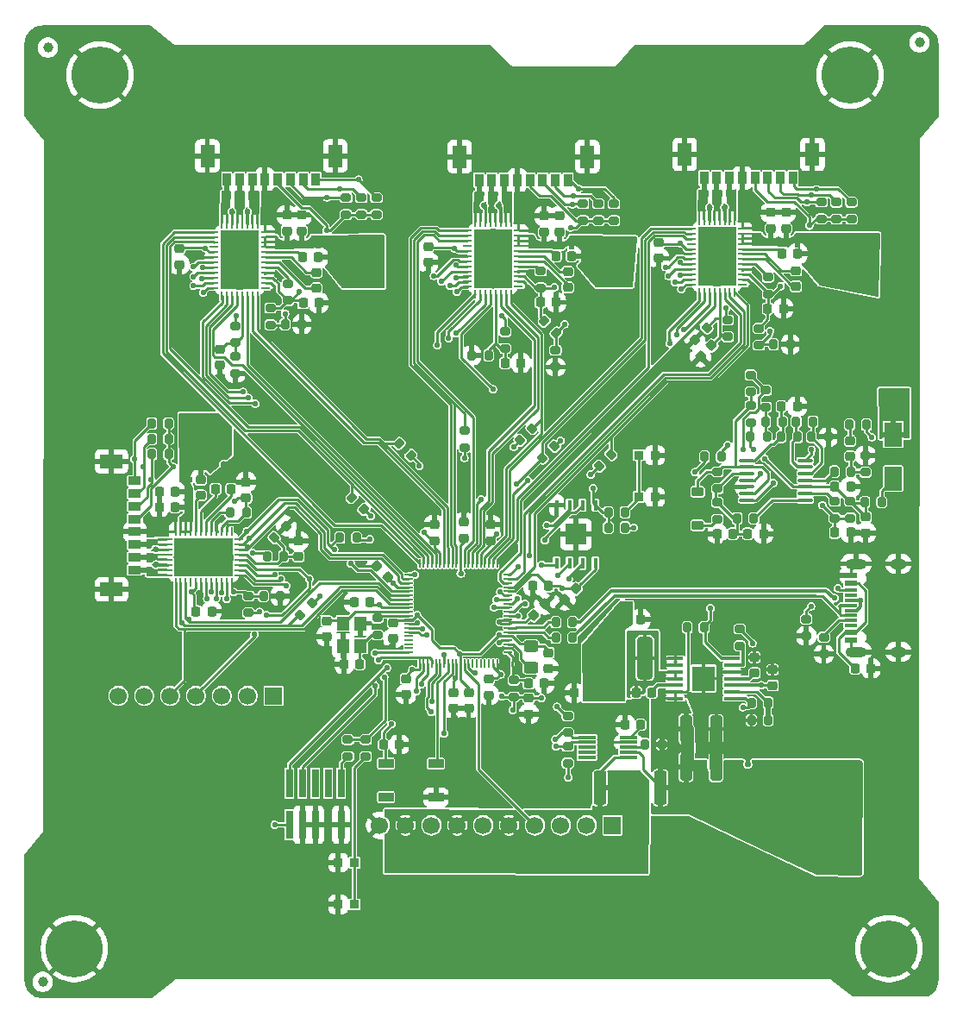
<source format=gtl>
%TF.GenerationSoftware,KiCad,Pcbnew,9.0.1*%
%TF.CreationDate,2025-04-07T21:54:30-07:00*%
%TF.ProjectId,motor_board,6d6f746f-725f-4626-9f61-72642e6b6963,1.1*%
%TF.SameCoordinates,Original*%
%TF.FileFunction,Copper,L1,Top*%
%TF.FilePolarity,Positive*%
%FSLAX46Y46*%
G04 Gerber Fmt 4.6, Leading zero omitted, Abs format (unit mm)*
G04 Created by KiCad (PCBNEW 9.0.1) date 2025-04-07 21:54:30*
%MOMM*%
%LPD*%
G01*
G04 APERTURE LIST*
G04 Aperture macros list*
%AMRoundRect*
0 Rectangle with rounded corners*
0 $1 Rounding radius*
0 $2 $3 $4 $5 $6 $7 $8 $9 X,Y pos of 4 corners*
0 Add a 4 corners polygon primitive as box body*
4,1,4,$2,$3,$4,$5,$6,$7,$8,$9,$2,$3,0*
0 Add four circle primitives for the rounded corners*
1,1,$1+$1,$2,$3*
1,1,$1+$1,$4,$5*
1,1,$1+$1,$6,$7*
1,1,$1+$1,$8,$9*
0 Add four rect primitives between the rounded corners*
20,1,$1+$1,$2,$3,$4,$5,0*
20,1,$1+$1,$4,$5,$6,$7,0*
20,1,$1+$1,$6,$7,$8,$9,0*
20,1,$1+$1,$8,$9,$2,$3,0*%
G04 Aperture macros list end*
%TA.AperFunction,SMDPad,CuDef*%
%ADD10R,1.600200X0.304800*%
%TD*%
%TA.AperFunction,SMDPad,CuDef*%
%ADD11R,2.310000X2.460000*%
%TD*%
%TA.AperFunction,SMDPad,CuDef*%
%ADD12RoundRect,0.225000X0.225000X0.250000X-0.225000X0.250000X-0.225000X-0.250000X0.225000X-0.250000X0*%
%TD*%
%TA.AperFunction,SMDPad,CuDef*%
%ADD13RoundRect,0.225000X-0.225000X-0.250000X0.225000X-0.250000X0.225000X0.250000X-0.225000X0.250000X0*%
%TD*%
%TA.AperFunction,SMDPad,CuDef*%
%ADD14RoundRect,0.200000X0.275000X-0.200000X0.275000X0.200000X-0.275000X0.200000X-0.275000X-0.200000X0*%
%TD*%
%TA.AperFunction,SMDPad,CuDef*%
%ADD15RoundRect,0.225000X0.250000X-0.225000X0.250000X0.225000X-0.250000X0.225000X-0.250000X-0.225000X0*%
%TD*%
%TA.AperFunction,ComponentPad*%
%ADD16C,5.600000*%
%TD*%
%TA.AperFunction,SMDPad,CuDef*%
%ADD17C,1.000000*%
%TD*%
%TA.AperFunction,SMDPad,CuDef*%
%ADD18RoundRect,0.200000X0.200000X0.275000X-0.200000X0.275000X-0.200000X-0.275000X0.200000X-0.275000X0*%
%TD*%
%TA.AperFunction,SMDPad,CuDef*%
%ADD19RoundRect,0.200000X-0.200000X-0.275000X0.200000X-0.275000X0.200000X0.275000X-0.200000X0.275000X0*%
%TD*%
%TA.AperFunction,SMDPad,CuDef*%
%ADD20RoundRect,0.250000X0.362500X1.425000X-0.362500X1.425000X-0.362500X-1.425000X0.362500X-1.425000X0*%
%TD*%
%TA.AperFunction,SMDPad,CuDef*%
%ADD21RoundRect,0.333000X0.417000X1.767000X-0.417000X1.767000X-0.417000X-1.767000X0.417000X-1.767000X0*%
%TD*%
%TA.AperFunction,SMDPad,CuDef*%
%ADD22RoundRect,0.250000X-0.325000X-1.100000X0.325000X-1.100000X0.325000X1.100000X-0.325000X1.100000X0*%
%TD*%
%TA.AperFunction,SMDPad,CuDef*%
%ADD23R,1.778000X0.330200*%
%TD*%
%TA.AperFunction,SMDPad,CuDef*%
%ADD24R,1.150000X0.600000*%
%TD*%
%TA.AperFunction,SMDPad,CuDef*%
%ADD25R,1.150000X0.300000*%
%TD*%
%TA.AperFunction,ComponentPad*%
%ADD26O,2.100000X1.000000*%
%TD*%
%TA.AperFunction,ComponentPad*%
%ADD27O,1.600000X1.000000*%
%TD*%
%TA.AperFunction,SMDPad,CuDef*%
%ADD28RoundRect,0.225000X0.335876X0.017678X0.017678X0.335876X-0.335876X-0.017678X-0.017678X-0.335876X0*%
%TD*%
%TA.AperFunction,SMDPad,CuDef*%
%ADD29RoundRect,0.200000X-0.275000X0.200000X-0.275000X-0.200000X0.275000X-0.200000X0.275000X0.200000X0*%
%TD*%
%TA.AperFunction,SMDPad,CuDef*%
%ADD30RoundRect,0.225000X-0.250000X0.225000X-0.250000X-0.225000X0.250000X-0.225000X0.250000X0.225000X0*%
%TD*%
%TA.AperFunction,SMDPad,CuDef*%
%ADD31R,0.242473X0.906066*%
%TD*%
%TA.AperFunction,SMDPad,CuDef*%
%ADD32R,0.906066X0.242473*%
%TD*%
%TA.AperFunction,ComponentPad*%
%ADD33C,0.300000*%
%TD*%
%TA.AperFunction,SMDPad,CuDef*%
%ADD34R,5.800001X3.800000*%
%TD*%
%TA.AperFunction,ComponentPad*%
%ADD35R,1.700000X1.700000*%
%TD*%
%TA.AperFunction,ComponentPad*%
%ADD36C,1.700000*%
%TD*%
%TA.AperFunction,SMDPad,CuDef*%
%ADD37R,3.800000X5.800001*%
%TD*%
%TA.AperFunction,SMDPad,CuDef*%
%ADD38RoundRect,0.200000X0.053033X-0.335876X0.335876X-0.053033X-0.053033X0.335876X-0.335876X0.053033X0*%
%TD*%
%TA.AperFunction,SMDPad,CuDef*%
%ADD39RoundRect,0.200000X-0.335876X-0.053033X-0.053033X-0.335876X0.335876X0.053033X0.053033X0.335876X0*%
%TD*%
%TA.AperFunction,SMDPad,CuDef*%
%ADD40RoundRect,0.200000X-0.053033X0.335876X-0.335876X0.053033X0.053033X-0.335876X0.335876X-0.053033X0*%
%TD*%
%TA.AperFunction,SMDPad,CuDef*%
%ADD41RoundRect,0.090000X-0.660000X-0.360000X0.660000X-0.360000X0.660000X0.360000X-0.660000X0.360000X0*%
%TD*%
%TA.AperFunction,SMDPad,CuDef*%
%ADD42R,0.740000X2.790000*%
%TD*%
%TA.AperFunction,SMDPad,CuDef*%
%ADD43RoundRect,0.250000X-0.450000X0.325000X-0.450000X-0.325000X0.450000X-0.325000X0.450000X0.325000X0*%
%TD*%
%TA.AperFunction,SMDPad,CuDef*%
%ADD44R,0.900000X0.900000*%
%TD*%
%TA.AperFunction,SMDPad,CuDef*%
%ADD45R,0.838200X1.295400*%
%TD*%
%TA.AperFunction,SMDPad,CuDef*%
%ADD46R,1.397000X2.260600*%
%TD*%
%TA.AperFunction,SMDPad,CuDef*%
%ADD47R,1.200000X1.400000*%
%TD*%
%TA.AperFunction,SMDPad,CuDef*%
%ADD48RoundRect,0.100000X0.637500X0.100000X-0.637500X0.100000X-0.637500X-0.100000X0.637500X-0.100000X0*%
%TD*%
%TA.AperFunction,SMDPad,CuDef*%
%ADD49R,0.450000X1.050000*%
%TD*%
%TA.AperFunction,SMDPad,CuDef*%
%ADD50R,2.100000X2.100000*%
%TD*%
%TA.AperFunction,SMDPad,CuDef*%
%ADD51RoundRect,0.225000X0.017678X-0.335876X0.335876X-0.017678X-0.017678X0.335876X-0.335876X0.017678X0*%
%TD*%
%TA.AperFunction,SMDPad,CuDef*%
%ADD52R,1.700000X2.350000*%
%TD*%
%TA.AperFunction,SMDPad,CuDef*%
%ADD53RoundRect,0.225000X-0.375000X0.225000X-0.375000X-0.225000X0.375000X-0.225000X0.375000X0.225000X0*%
%TD*%
%TA.AperFunction,SMDPad,CuDef*%
%ADD54RoundRect,0.055000X-0.055000X-0.335000X0.055000X-0.335000X0.055000X0.335000X-0.055000X0.335000X0*%
%TD*%
%TA.AperFunction,SMDPad,CuDef*%
%ADD55RoundRect,0.055000X-0.335000X0.055000X-0.335000X-0.055000X0.335000X-0.055000X0.335000X0.055000X0*%
%TD*%
%TA.AperFunction,ComponentPad*%
%ADD56C,0.600000*%
%TD*%
%TA.AperFunction,SMDPad,CuDef*%
%ADD57R,1.133333X1.133333*%
%TD*%
%TA.AperFunction,SMDPad,CuDef*%
%ADD58R,1.295400X0.838200*%
%TD*%
%TA.AperFunction,SMDPad,CuDef*%
%ADD59R,2.260600X1.397000*%
%TD*%
%TA.AperFunction,SMDPad,CuDef*%
%ADD60RoundRect,0.225000X-0.017678X0.335876X-0.335876X0.017678X0.017678X-0.335876X0.335876X-0.017678X0*%
%TD*%
%TA.AperFunction,ViaPad*%
%ADD61C,0.584200*%
%TD*%
%TA.AperFunction,ViaPad*%
%ADD62C,0.600000*%
%TD*%
%TA.AperFunction,Conductor*%
%ADD63C,0.234950*%
%TD*%
%TA.AperFunction,Conductor*%
%ADD64C,0.279400*%
%TD*%
%TA.AperFunction,Conductor*%
%ADD65C,0.271780*%
%TD*%
%TA.AperFunction,Conductor*%
%ADD66C,1.270000*%
%TD*%
%TA.AperFunction,Conductor*%
%ADD67C,0.271781*%
%TD*%
%TA.AperFunction,Conductor*%
%ADD68C,0.304800*%
%TD*%
%TA.AperFunction,Conductor*%
%ADD69C,0.313400*%
%TD*%
%TA.AperFunction,Conductor*%
%ADD70C,0.508000*%
%TD*%
G04 APERTURE END LIST*
D10*
%TO.P,U5,1,VO*%
%TO.N,3.3V*%
X168004604Y-118740034D03*
%TO.P,U5,2,VFB*%
%TO.N,Net-(U5-VFB)*%
X168004604Y-118090021D03*
%TO.P,U5,3,VREG5*%
%TO.N,Net-(U5-VREG5)*%
X168004604Y-117440012D03*
%TO.P,U5,4,SS*%
%TO.N,Net-(U5-SS)*%
X168004604Y-116790000D03*
%TO.P,U5,5,GND*%
%TO.N,GND*%
X168004604Y-116139988D03*
%TO.P,U5,6,PG*%
%TO.N,Net-(U5-PG)*%
X168004604Y-115489979D03*
%TO.P,U5,7,EN*%
%TO.N,3V3_RESET*%
X168004604Y-114839966D03*
%TO.P,U5,8,PGND1*%
%TO.N,GND*%
X162467404Y-114839966D03*
%TO.P,U5,9,PGND2*%
X162467404Y-115489979D03*
%TO.P,U5,10,SW1*%
%TO.N,Net-(U5-SW1)*%
X162467404Y-116139988D03*
%TO.P,U5,11,SW2*%
X162467404Y-116790000D03*
%TO.P,U5,12,VBST*%
%TO.N,Net-(U5-VBST)*%
X162467404Y-117440012D03*
%TO.P,U5,13,VIN*%
%TO.N,VBATT*%
X162467404Y-118090021D03*
%TO.P,U5,14,VCC*%
X162467404Y-118740034D03*
D11*
%TO.P,U5,15,EPAD*%
%TO.N,GND*%
X165236004Y-116790000D03*
%TD*%
D12*
%TO.P,C18,1*%
%TO.N,GND*%
X159069100Y-110973900D03*
%TO.P,C18,2*%
%TO.N,3.3V*%
X157519100Y-110973900D03*
%TD*%
D13*
%TO.P,C17,1*%
%TO.N,GND*%
X152519100Y-118223900D03*
%TO.P,C17,2*%
%TO.N,3.3V*%
X154069100Y-118223900D03*
%TD*%
%TO.P,C21,1*%
%TO.N,Net-(U5-SW1)*%
X158603600Y-118152400D03*
%TO.P,C21,2*%
%TO.N,Net-(U5-VBST)*%
X160153600Y-118152400D03*
%TD*%
D14*
%TO.P,R15,1*%
%TO.N,Net-(U5-PG)*%
X168776600Y-113579900D03*
%TO.P,R15,2*%
%TO.N,Net-(U5-VREG5)*%
X168776600Y-111929900D03*
%TD*%
D15*
%TO.P,C26,1*%
%TO.N,Net-(U5-SS)*%
X170237100Y-116260400D03*
%TO.P,C26,2*%
%TO.N,GND*%
X170237100Y-114710400D03*
%TD*%
D16*
%TO.P,H1,1,1*%
%TO.N,GND*%
X105946000Y-57564100D03*
%TD*%
%TO.P,H2,1,1*%
%TO.N,GND*%
X103426000Y-143294000D03*
%TD*%
%TO.P,H3,1,1*%
%TO.N,GND*%
X183426100Y-143294100D03*
%TD*%
%TO.P,H4,1,1*%
%TO.N,GND*%
X179606000Y-57564000D03*
%TD*%
D17*
%TO.P,REF1T,*%
%TO.N,*%
X100330000Y-146558000D03*
%TD*%
D13*
%TO.P,C29,1*%
%TO.N,Net-(C29-Pad1)*%
X180100000Y-115800000D03*
%TO.P,C29,2*%
%TO.N,GND*%
X181650000Y-115800000D03*
%TD*%
D18*
%TO.P,R13,1*%
%TO.N,Net-(U5-VFB)*%
X171570100Y-119168400D03*
%TO.P,R13,2*%
%TO.N,3.3V*%
X169920100Y-119168400D03*
%TD*%
D15*
%TO.P,C27,1*%
%TO.N,Net-(U5-VREG5)*%
X172015100Y-117466900D03*
%TO.P,C27,2*%
%TO.N,GND*%
X172015100Y-115916900D03*
%TD*%
D19*
%TO.P,R29,1*%
%TO.N,VBATT*%
X163619100Y-111773900D03*
%TO.P,R29,2*%
%TO.N,3V3_RESET*%
X165269100Y-111773900D03*
%TD*%
%TO.P,R14,1*%
%TO.N,GND*%
X169920100Y-120882900D03*
%TO.P,R14,2*%
%TO.N,Net-(U5-VFB)*%
X171570100Y-120882900D03*
%TD*%
D20*
%TO.P,R8,1*%
%TO.N,VBATT*%
X160962500Y-127500000D03*
%TO.P,R8,2*%
%TO.N,VBATT_SENSE*%
X155037500Y-127500000D03*
%TD*%
D21*
%TO.P,L2,1,1*%
%TO.N,Net-(U5-SW1)*%
X159464100Y-114786900D03*
%TO.P,L2,2,2*%
%TO.N,3.3V*%
X155864100Y-114786900D03*
%TD*%
D22*
%TO.P,C19,1*%
%TO.N,VBATT*%
X163507004Y-121743000D03*
%TO.P,C19,2*%
%TO.N,GND*%
X166457004Y-121743000D03*
%TD*%
%TO.P,C20,1*%
%TO.N,VBATT*%
X163507004Y-125454900D03*
%TO.P,C20,2*%
%TO.N,GND*%
X166457004Y-125454900D03*
%TD*%
D18*
%TO.P,R26,1*%
%TO.N,VBATT*%
X161119100Y-123223900D03*
%TO.P,R26,2*%
%TO.N,Net-(U4-ON)*%
X159469100Y-123223900D03*
%TD*%
D23*
%TO.P,U4,1,VCC*%
%TO.N,VBATT_SENSE*%
X157838800Y-124549901D03*
%TO.P,U4,2,SENSE*%
%TO.N,VBATT*%
X157838800Y-124049899D03*
%TO.P,U4,3,ON*%
%TO.N,Net-(U4-ON)*%
X157838800Y-123549900D03*
%TO.P,U4,4,GND*%
%TO.N,GND*%
X157838800Y-123049901D03*
%TO.P,U4,5,TIMER*%
%TO.N,Net-(U4-TIMER)*%
X157838800Y-122549899D03*
%TO.P,U4,6,SCL*%
%TO.N,SCL_PWR*%
X153749400Y-122549899D03*
%TO.P,U4,7,SDA*%
%TO.N,SDA_PWR*%
X153749400Y-123049901D03*
%TO.P,U4,8,A0*%
%TO.N,unconnected-(U4-A0-Pad8)*%
X153749400Y-123549900D03*
%TO.P,U4,9,A1*%
%TO.N,unconnected-(U4-A1-Pad9)*%
X153749400Y-124049899D03*
%TO.P,U4,10,GATE*%
%TO.N,unconnected-(U4-GATE-Pad10)*%
X153749400Y-124549901D03*
%TD*%
D13*
%TO.P,C32,1*%
%TO.N,GND*%
X157519100Y-121323900D03*
%TO.P,C32,2*%
%TO.N,Net-(U4-TIMER)*%
X159069100Y-121323900D03*
%TD*%
D24*
%TO.P,J13,A1,GND*%
%TO.N,GND*%
X179660000Y-113050000D03*
%TO.P,J13,A4,VBUS*%
%TO.N,Net-(C29-Pad1)*%
X179660000Y-112250000D03*
D25*
%TO.P,J13,A5,CC1*%
%TO.N,USB_CC1*%
X179660000Y-111100000D03*
%TO.P,J13,A6,D+*%
%TO.N,USB_D+*%
X179660000Y-110100000D03*
%TO.P,J13,A7,D-*%
%TO.N,USB_D-*%
X179660000Y-109600000D03*
%TO.P,J13,A8,SBU1*%
%TO.N,unconnected-(J13-SBU1-PadA8)*%
X179660000Y-108600000D03*
D24*
%TO.P,J13,A9,VBUS*%
%TO.N,Net-(C29-Pad1)*%
X179660000Y-107450000D03*
%TO.P,J13,A12,GND*%
%TO.N,GND*%
X179660000Y-106650000D03*
D25*
%TO.P,J13,B5,CC2*%
%TO.N,USB_CC2*%
X179660000Y-108100000D03*
%TO.P,J13,B6,D+*%
%TO.N,USB_D+*%
X179660000Y-109100000D03*
%TO.P,J13,B7,D-*%
%TO.N,USB_D-*%
X179660000Y-110600000D03*
%TO.P,J13,B8,SBU2*%
%TO.N,unconnected-(J13-SBU2-PadB8)*%
X179660000Y-111600000D03*
D26*
%TO.P,J13,S1,SHIELD*%
%TO.N,GND*%
X180235000Y-114170000D03*
D27*
X184375000Y-114170000D03*
D26*
X180235000Y-105530000D03*
D27*
X184375000Y-105530000D03*
%TD*%
D28*
%TO.P,C46,1*%
%TO.N,3.3V*%
X134217108Y-106846908D03*
%TO.P,C46,2*%
%TO.N,GND*%
X133121092Y-105750892D03*
%TD*%
D29*
%TO.P,R57,1*%
%TO.N,/Motors/individual_motor_1/V_BK*%
X170647132Y-82426933D03*
%TO.P,R57,2*%
%TO.N,/Motors/individual_motor_1/HNX*%
X170647132Y-84076933D03*
%TD*%
D13*
%TO.P,C56,1*%
%TO.N,/Motors/individual_motor_3/V_BK*%
X125897132Y-79926933D03*
%TO.P,C56,2*%
%TO.N,GND*%
X127447132Y-79926933D03*
%TD*%
D30*
%TO.P,C28,1*%
%TO.N,3.3V*%
X140650000Y-118175000D03*
%TO.P,C28,2*%
%TO.N,GND*%
X140650000Y-119725000D03*
%TD*%
D15*
%TO.P,C62,1*%
%TO.N,/Motors/individual_motor_4/CP*%
X115823592Y-98815914D03*
%TO.P,C62,2*%
%TO.N,VBATT*%
X115823592Y-97265914D03*
%TD*%
D13*
%TO.P,C55,1*%
%TO.N,/Motors/individual_motor_3/CP*%
X125847132Y-75451933D03*
%TO.P,C55,2*%
%TO.N,VBATT*%
X127397132Y-75451933D03*
%TD*%
D19*
%TO.P,R42,1*%
%TO.N,/Avionics/USB_IC_D-*%
X150719100Y-112773900D03*
%TO.P,R42,2*%
%TO.N,USB_D-*%
X152369100Y-112773900D03*
%TD*%
D18*
%TO.P,R50,1*%
%TO.N,WATCHDOG_FEED*%
X181219100Y-91873900D03*
%TO.P,R50,2*%
%TO.N,Net-(C30-Pad1)*%
X179569100Y-91873900D03*
%TD*%
D29*
%TO.P,R31,1*%
%TO.N,/Motors/individual_motor_3/SW_BK*%
X124397132Y-78051933D03*
%TO.P,R31,2*%
%TO.N,/Motors/individual_motor_3/V_BK*%
X124397132Y-79701933D03*
%TD*%
D17*
%TO.P,REF3T,*%
%TO.N,*%
X186436000Y-54356000D03*
%TD*%
D30*
%TO.P,C8,1*%
%TO.N,/Motors/individual_motor_1/AVDD*%
X160847132Y-74001933D03*
%TO.P,C8,2*%
%TO.N,GND*%
X160847132Y-75551933D03*
%TD*%
D15*
%TO.P,C15,1*%
%TO.N,+1V1*%
X141694100Y-102998900D03*
%TO.P,C15,2*%
%TO.N,GND*%
X141694100Y-101448900D03*
%TD*%
D31*
%TO.P,U9,1,NC*%
%TO.N,unconnected-(U9-NC-Pad1)*%
X118866637Y-102380330D03*
%TO.P,U9,2,AGND*%
%TO.N,GND*%
X118366638Y-102380330D03*
%TO.P,U9,3,FB_BK*%
%TO.N,/Motors/individual_motor_4/V_BK*%
X117866636Y-102380330D03*
%TO.P,U9,4,GND_BK*%
%TO.N,GND*%
X117366637Y-102380330D03*
%TO.P,U9,5,SW_BK*%
%TO.N,/Motors/individual_motor_4/SW_BK*%
X116866638Y-102380330D03*
%TO.P,U9,6,CPL*%
%TO.N,/Motors/individual_motor_4/CPL*%
X116366637Y-102380330D03*
%TO.P,U9,7,CPH*%
%TO.N,/Motors/individual_motor_4/CPH*%
X115866637Y-102380330D03*
%TO.P,U9,8,CP*%
%TO.N,/Motors/individual_motor_4/CP*%
X115366636Y-102380330D03*
%TO.P,U9,9,VM*%
%TO.N,VBATT*%
X114866637Y-102380330D03*
%TO.P,U9,10,VM*%
X114366638Y-102380330D03*
%TO.P,U9,11,VM*%
X113866636Y-102380330D03*
%TO.P,U9,12,PGND*%
%TO.N,GND*%
X113366637Y-102380330D03*
D32*
%TO.P,U9,13,OUTA*%
%TO.N,/Motors/individual_motor_4/OUTA*%
X112613604Y-103133364D03*
%TO.P,U9,14,OUTA*%
X112613604Y-103633363D03*
%TO.P,U9,15,PGND*%
%TO.N,GND*%
X112613604Y-104133362D03*
%TO.P,U9,16,OUTB*%
%TO.N,/Motors/individual_motor_4/OUTB*%
X112613604Y-104633363D03*
%TO.P,U9,17,OUTB*%
X112613604Y-105133363D03*
%TO.P,U9,18,PGND*%
%TO.N,GND*%
X112613604Y-105633364D03*
%TO.P,U9,19,OUTC*%
%TO.N,/Motors/individual_motor_4/OUTC*%
X112613604Y-106133363D03*
%TO.P,U9,20,OUTC*%
X112613604Y-106633362D03*
D31*
%TO.P,U9,21,DRVOFF*%
%TO.N,DRVOFF_4*%
X113366637Y-107386396D03*
%TO.P,U9,22,FAULT_N*%
%TO.N,nFAULT_4*%
X113866636Y-107386396D03*
%TO.P,U9,23,SLEEP_N*%
%TO.N,nSLEEP_4*%
X114366638Y-107386396D03*
%TO.P,U9,24,NC*%
%TO.N,unconnected-(U9-NC-Pad24)*%
X114866637Y-107386396D03*
%TO.P,U9,25,AVDD*%
%TO.N,/Motors/individual_motor_4/AVDD*%
X115366636Y-107386396D03*
%TO.P,U9,26,AGND*%
%TO.N,GND*%
X115866637Y-107386396D03*
%TO.P,U9,27,HPA*%
%TO.N,/Motors/individual_motor_4/HPA*%
X116366637Y-107386396D03*
%TO.P,U9,28,HNA*%
%TO.N,/Motors/individual_motor_4/HNX*%
X116866638Y-107386396D03*
%TO.P,U9,29,HPB*%
%TO.N,/Motors/individual_motor_4/HPB*%
X117366637Y-107386396D03*
%TO.P,U9,30,HNB*%
%TO.N,/Motors/individual_motor_4/HNX*%
X117866636Y-107386396D03*
%TO.P,U9,31,HPC*%
%TO.N,/Motors/individual_motor_4/HPC*%
X118366638Y-107386396D03*
%TO.P,U9,32,HNC*%
%TO.N,/Motors/individual_motor_4/HNX*%
X118866637Y-107386396D03*
D32*
%TO.P,U9,33,SDO*%
%TO.N,SDO0*%
X119619670Y-106633362D03*
%TO.P,U9,34,SDI*%
%TO.N,SDI0*%
X119619670Y-106133363D03*
%TO.P,U9,35,SCLK*%
%TO.N,SCLK0*%
X119619670Y-105633364D03*
%TO.P,U9,36,nSCS*%
%TO.N,nSCS_4*%
X119619670Y-105133363D03*
%TO.P,U9,37,ILIM*%
%TO.N,/Motors/individual_motor_4/ILIM*%
X119619670Y-104633363D03*
%TO.P,U9,38,BRAKE*%
%TO.N,BRAKE_4*%
X119619670Y-104133362D03*
%TO.P,U9,39,PWM*%
%TO.N,PWM_4*%
X119619670Y-103633363D03*
%TO.P,U9,40,FGOUT*%
%TO.N,FGOUT_4*%
X119619670Y-103133364D03*
D33*
%TO.P,U9,41,Thermal_Pad*%
%TO.N,GND*%
X117366637Y-103383363D03*
X116116637Y-103383363D03*
X114866637Y-103383363D03*
X118616637Y-104383363D03*
X117366637Y-104383363D03*
X116116637Y-104383363D03*
X114866637Y-104383363D03*
X113616637Y-104383363D03*
D34*
X116116637Y-104883363D03*
D33*
X118616637Y-105383363D03*
X117366637Y-105383363D03*
X116116637Y-105383363D03*
X114866637Y-105383363D03*
X113616637Y-105383363D03*
X117366637Y-106383363D03*
X116116637Y-106383363D03*
X114866637Y-106383363D03*
%TD*%
D14*
%TO.P,R64,1*%
%TO.N,/Watchdog/WD_integrate*%
X166594100Y-98148900D03*
%TO.P,R64,2*%
%TO.N,Net-(D6-K)*%
X166594100Y-96498900D03*
%TD*%
D13*
%TO.P,C57,1*%
%TO.N,GND*%
X111773592Y-98465914D03*
%TO.P,C57,2*%
%TO.N,VBATT*%
X113323592Y-98465914D03*
%TD*%
D29*
%TO.P,R25,1*%
%TO.N,/Motors/individual_motor_3/ILIM*%
X119222132Y-85201933D03*
%TO.P,R25,2*%
%TO.N,GND*%
X119222132Y-86851933D03*
%TD*%
D19*
%TO.P,R41,1*%
%TO.N,/Avionics/USB_IC_D+*%
X150719100Y-111273900D03*
%TO.P,R41,2*%
%TO.N,USB_D+*%
X152369100Y-111273900D03*
%TD*%
D15*
%TO.P,C59,1*%
%TO.N,/Motors/individual_motor_4/ILIM*%
X125438605Y-104836395D03*
%TO.P,C59,2*%
%TO.N,GND*%
X125438605Y-103286395D03*
%TD*%
D18*
%TO.P,R63,1*%
%TO.N,Net-(R63-Pad1)*%
X170169100Y-101073900D03*
%TO.P,R63,2*%
%TO.N,/Watchdog/WD_integrate*%
X168519100Y-101073900D03*
%TD*%
%TO.P,R35,1*%
%TO.N,/Motors/individual_motor_4/V_BK*%
X112688605Y-93261395D03*
%TO.P,R35,2*%
%TO.N,/Motors/individual_motor_4/HPB*%
X111038605Y-93261395D03*
%TD*%
D14*
%TO.P,R40,1*%
%TO.N,GND*%
X177032000Y-114387000D03*
%TO.P,R40,2*%
%TO.N,USB_CC1*%
X177032000Y-112737000D03*
%TD*%
D30*
%TO.P,C37,1*%
%TO.N,GND*%
X125757132Y-71301933D03*
%TO.P,C37,2*%
%TO.N,VBATT*%
X125757132Y-72851933D03*
%TD*%
D35*
%TO.P,J7,1,Pin_1*%
%TO.N,FGOUT_4*%
X122996637Y-118483363D03*
D36*
%TO.P,J7,2,Pin_2*%
%TO.N,PWM_4*%
X120456637Y-118483363D03*
%TO.P,J7,3,Pin_3*%
%TO.N,BRAKE_4*%
X117916637Y-118483363D03*
%TO.P,J7,4,Pin_4*%
%TO.N,nSCS_4*%
X115376637Y-118483363D03*
%TO.P,J7,5,Pin_5*%
%TO.N,DRVOFF_4*%
X112836637Y-118483363D03*
%TO.P,J7,6,Pin_6*%
%TO.N,nSLEEP_4*%
X110296637Y-118483363D03*
%TO.P,J7,7,Pin_7*%
%TO.N,nFAULT_4*%
X107756637Y-118483363D03*
%TD*%
D14*
%TO.P,R10,1*%
%TO.N,/Motors/individual_motor_1/V_BK*%
X176797132Y-71676933D03*
%TO.P,R10,2*%
%TO.N,/Motors/individual_motor_1/HPC*%
X176797132Y-70026933D03*
%TD*%
D19*
%TO.P,R76,1*%
%TO.N,/Watchdog/WD_Vcc*%
X169819100Y-93073900D03*
%TO.P,R76,2*%
%TO.N,/Watchdog/ref4*%
X171469100Y-93073900D03*
%TD*%
%TO.P,R78,1*%
%TO.N,/Watchdog/ref3*%
X172819100Y-93073900D03*
%TO.P,R78,2*%
%TO.N,/Watchdog/ref2*%
X174469100Y-93073900D03*
%TD*%
D30*
%TO.P,C43,1*%
%TO.N,/Motors/individual_motor_3/AVDD*%
X113747132Y-74601933D03*
%TO.P,C43,2*%
%TO.N,GND*%
X113747132Y-76151933D03*
%TD*%
D12*
%TO.P,C45,1*%
%TO.N,3.3V*%
X132444100Y-109323900D03*
%TO.P,C45,2*%
%TO.N,GND*%
X130894100Y-109323900D03*
%TD*%
D32*
%TO.P,U6,1,NC*%
%TO.N,unconnected-(U6-NC-Pad1)*%
X147050165Y-78326933D03*
%TO.P,U6,2,AGND*%
%TO.N,GND*%
X147050165Y-77826934D03*
%TO.P,U6,3,FB_BK*%
%TO.N,/Motors/individual_motor_2/V_BK*%
X147050165Y-77326932D03*
%TO.P,U6,4,GND_BK*%
%TO.N,GND*%
X147050165Y-76826933D03*
%TO.P,U6,5,SW_BK*%
%TO.N,/Motors/individual_motor_2/SW_BK*%
X147050165Y-76326934D03*
%TO.P,U6,6,CPL*%
%TO.N,/Motors/individual_motor_2/CPL*%
X147050165Y-75826933D03*
%TO.P,U6,7,CPH*%
%TO.N,/Motors/individual_motor_2/CPH*%
X147050165Y-75326933D03*
%TO.P,U6,8,CP*%
%TO.N,/Motors/individual_motor_2/CP*%
X147050165Y-74826932D03*
%TO.P,U6,9,VM*%
%TO.N,VBATT*%
X147050165Y-74326933D03*
%TO.P,U6,10,VM*%
X147050165Y-73826934D03*
%TO.P,U6,11,VM*%
X147050165Y-73326932D03*
%TO.P,U6,12,PGND*%
%TO.N,GND*%
X147050165Y-72826933D03*
D31*
%TO.P,U6,13,OUTA*%
%TO.N,/Motors/individual_motor_2/OUTA*%
X146297131Y-72073900D03*
%TO.P,U6,14,OUTA*%
X145797132Y-72073900D03*
%TO.P,U6,15,PGND*%
%TO.N,GND*%
X145297133Y-72073900D03*
%TO.P,U6,16,OUTB*%
%TO.N,/Motors/individual_motor_2/OUTB*%
X144797132Y-72073900D03*
%TO.P,U6,17,OUTB*%
X144297132Y-72073900D03*
%TO.P,U6,18,PGND*%
%TO.N,GND*%
X143797131Y-72073900D03*
%TO.P,U6,19,OUTC*%
%TO.N,/Motors/individual_motor_2/OUTC*%
X143297132Y-72073900D03*
%TO.P,U6,20,OUTC*%
X142797133Y-72073900D03*
D32*
%TO.P,U6,21,DRVOFF*%
%TO.N,DRVOFF_2*%
X142044099Y-72826933D03*
%TO.P,U6,22,FAULT_N*%
%TO.N,nFAULT_2*%
X142044099Y-73326932D03*
%TO.P,U6,23,SLEEP_N*%
%TO.N,nSLEEP_2*%
X142044099Y-73826934D03*
%TO.P,U6,24,NC*%
%TO.N,unconnected-(U6-NC-Pad24)*%
X142044099Y-74326933D03*
%TO.P,U6,25,AVDD*%
%TO.N,/Motors/individual_motor_2/AVDD*%
X142044099Y-74826932D03*
%TO.P,U6,26,AGND*%
%TO.N,GND*%
X142044099Y-75326933D03*
%TO.P,U6,27,HPA*%
%TO.N,/Motors/individual_motor_2/HPA*%
X142044099Y-75826933D03*
%TO.P,U6,28,HNA*%
%TO.N,/Motors/individual_motor_2/HNX*%
X142044099Y-76326934D03*
%TO.P,U6,29,HPB*%
%TO.N,/Motors/individual_motor_2/HPB*%
X142044099Y-76826933D03*
%TO.P,U6,30,HNB*%
%TO.N,/Motors/individual_motor_2/HNX*%
X142044099Y-77326932D03*
%TO.P,U6,31,HPC*%
%TO.N,/Motors/individual_motor_2/HPC*%
X142044099Y-77826934D03*
%TO.P,U6,32,HNC*%
%TO.N,/Motors/individual_motor_2/HNX*%
X142044099Y-78326933D03*
D31*
%TO.P,U6,33,SDO*%
%TO.N,SDO0*%
X142797133Y-79079966D03*
%TO.P,U6,34,SDI*%
%TO.N,SDI0*%
X143297132Y-79079966D03*
%TO.P,U6,35,SCLK*%
%TO.N,SCLK0*%
X143797131Y-79079966D03*
%TO.P,U6,36,nSCS*%
%TO.N,nSCS_2*%
X144297132Y-79079966D03*
%TO.P,U6,37,ILIM*%
%TO.N,/Motors/individual_motor_2/ILIM*%
X144797132Y-79079966D03*
%TO.P,U6,38,BRAKE*%
%TO.N,BRAKE_2*%
X145297133Y-79079966D03*
%TO.P,U6,39,PWM*%
%TO.N,PWM_2*%
X145797132Y-79079966D03*
%TO.P,U6,40,FGOUT*%
%TO.N,FGOUT_2*%
X146297131Y-79079966D03*
D33*
%TO.P,U6,41,Thermal_Pad*%
%TO.N,GND*%
X146047132Y-76826933D03*
X146047132Y-75576933D03*
X146047132Y-74326933D03*
X145047132Y-78076933D03*
X145047132Y-76826933D03*
X145047132Y-75576933D03*
X145047132Y-74326933D03*
X145047132Y-73076933D03*
D37*
X144547132Y-75576933D03*
D33*
X144047132Y-78076933D03*
X144047132Y-76826933D03*
X144047132Y-75576933D03*
X144047132Y-74326933D03*
X144047132Y-73076933D03*
X143047132Y-76826933D03*
X143047132Y-75576933D03*
X143047132Y-74326933D03*
%TD*%
D30*
%TO.P,C3,1*%
%TO.N,GND*%
X173322132Y-71051933D03*
%TO.P,C3,2*%
%TO.N,VBATT*%
X173322132Y-72601933D03*
%TD*%
%TO.P,C1,1*%
%TO.N,/Avionics/XTAL1*%
X128200000Y-111125000D03*
%TO.P,C1,2*%
%TO.N,GND*%
X128200000Y-112675000D03*
%TD*%
D19*
%TO.P,R80,1*%
%TO.N,/Watchdog/ref1*%
X175819100Y-93073900D03*
%TO.P,R80,2*%
%TO.N,GND*%
X177469100Y-93073900D03*
%TD*%
D12*
%TO.P,C54,1*%
%TO.N,GND*%
X174419100Y-90073900D03*
%TO.P,C54,2*%
%TO.N,/Watchdog/ref3*%
X172869100Y-90073900D03*
%TD*%
D18*
%TO.P,R4,1*%
%TO.N,Net-(SW2-P)*%
X157519100Y-100473900D03*
%TO.P,R4,2*%
%TO.N,/Avionics/FLASH_CS*%
X155869100Y-100473900D03*
%TD*%
D19*
%TO.P,R58,1*%
%TO.N,/Motors/individual_motor_1/HNX*%
X172094100Y-83998900D03*
%TO.P,R58,2*%
%TO.N,GND*%
X173744100Y-83998900D03*
%TD*%
D15*
%TO.P,C49,1*%
%TO.N,3.3V*%
X144294100Y-103248900D03*
%TO.P,C49,2*%
%TO.N,GND*%
X144294100Y-101698900D03*
%TD*%
D13*
%TO.P,C58,1*%
%TO.N,GND*%
X111773592Y-99965914D03*
%TO.P,C58,2*%
%TO.N,VBATT*%
X113323592Y-99965914D03*
%TD*%
D15*
%TO.P,C50,1*%
%TO.N,3.3V*%
X138794100Y-103248900D03*
%TO.P,C50,2*%
%TO.N,GND*%
X138794100Y-101698900D03*
%TD*%
D29*
%TO.P,R75,1*%
%TO.N,Net-(D6-K)*%
X169844100Y-89998900D03*
%TO.P,R75,2*%
%TO.N,/Watchdog/WD_Vcc*%
X169844100Y-91648900D03*
%TD*%
%TO.P,R56,1*%
%TO.N,Net-(R56-Pad1)*%
X178112850Y-99398900D03*
%TO.P,R56,2*%
%TO.N,Net-(U7B-+)*%
X178112850Y-101048900D03*
%TD*%
D19*
%TO.P,R32,1*%
%TO.N,/Motors/individual_motor_4/AVDD*%
X122338605Y-104786395D03*
%TO.P,R32,2*%
%TO.N,/Motors/individual_motor_4/ILIM*%
X123988605Y-104786395D03*
%TD*%
D38*
%TO.P,R55,1*%
%TO.N,3.3V*%
X154960737Y-95957263D03*
%TO.P,R55,2*%
%TO.N,FGOUT_1*%
X156127463Y-94790537D03*
%TD*%
D30*
%TO.P,C40,1*%
%TO.N,3.3V*%
X135994100Y-116798900D03*
%TO.P,C40,2*%
%TO.N,GND*%
X135994100Y-118348900D03*
%TD*%
D19*
%TO.P,R60,1*%
%TO.N,/Motors/individual_motor_3/HNX*%
X124122132Y-82026933D03*
%TO.P,R60,2*%
%TO.N,GND*%
X125772132Y-82026933D03*
%TD*%
D14*
%TO.P,R61,1*%
%TO.N,/Motors/individual_motor_4/V_BK*%
X120548592Y-110340914D03*
%TO.P,R61,2*%
%TO.N,/Motors/individual_motor_4/HNX*%
X120548592Y-108690914D03*
%TD*%
D12*
%TO.P,C2,1*%
%TO.N,Net-(C2-Pad1)*%
X131469100Y-115373900D03*
%TO.P,C2,2*%
%TO.N,GND*%
X129919100Y-115373900D03*
%TD*%
D14*
%TO.P,R30,1*%
%TO.N,/Motors/individual_motor_3/V_BK*%
X130122132Y-71251933D03*
%TO.P,R30,2*%
%TO.N,/Motors/individual_motor_3/HPC*%
X130122132Y-69601933D03*
%TD*%
D19*
%TO.P,R37,1*%
%TO.N,/Motors/individual_motor_4/SW_BK*%
X118698592Y-100490914D03*
%TO.P,R37,2*%
%TO.N,/Motors/individual_motor_4/V_BK*%
X120348592Y-100490914D03*
%TD*%
D12*
%TO.P,C42,1*%
%TO.N,GND*%
X171119100Y-102573900D03*
%TO.P,C42,2*%
%TO.N,/Watchdog/WD_integrate*%
X169569100Y-102573900D03*
%TD*%
D30*
%TO.P,C14,1*%
%TO.N,+1V1*%
X134750000Y-111298900D03*
%TO.P,C14,2*%
%TO.N,GND*%
X134750000Y-112848900D03*
%TD*%
D29*
%TO.P,R24,1*%
%TO.N,/Motors/individual_motor_3/AVDD*%
X119222132Y-82201933D03*
%TO.P,R24,2*%
%TO.N,/Motors/individual_motor_3/ILIM*%
X119222132Y-83851933D03*
%TD*%
D39*
%TO.P,R5,1*%
%TO.N,/Motors/individual_motor_2/V_BK*%
X149585737Y-81715537D03*
%TO.P,R5,2*%
%TO.N,/Motors/individual_motor_2/HNX*%
X150752463Y-82882263D03*
%TD*%
D40*
%TO.P,R2,1*%
%TO.N,/Motors/individual_motor_1/ILIM*%
X165530495Y-82368570D03*
%TO.P,R2,2*%
%TO.N,GND*%
X164363769Y-83535296D03*
%TD*%
D41*
%TO.P,D1,1,VDD*%
%TO.N,3.3V*%
X134044100Y-125123900D03*
%TO.P,D1,2,DOUT*%
%TO.N,unconnected-(D1-DOUT-Pad2)*%
X134044100Y-128423900D03*
%TO.P,D1,3,VSS*%
%TO.N,GND*%
X138944100Y-128423900D03*
%TO.P,D1,4,DIN*%
%TO.N,/Avionics/NEOPIXEL*%
X138944100Y-125123900D03*
%TD*%
D13*
%TO.P,C51,1*%
%TO.N,GND*%
X166569100Y-102573900D03*
%TO.P,C51,2*%
%TO.N,/Watchdog/WD_integrate*%
X168119100Y-102573900D03*
%TD*%
D40*
%TO.P,R52,1*%
%TO.N,3.3V*%
X150552463Y-93990537D03*
%TO.P,R52,2*%
%TO.N,nFAULT_1*%
X149385737Y-95157263D03*
%TD*%
D30*
%TO.P,C30,1*%
%TO.N,Net-(C30-Pad1)*%
X179619100Y-93448900D03*
%TO.P,C30,2*%
%TO.N,Net-(C30-Pad2)*%
X179619100Y-94998900D03*
%TD*%
D13*
%TO.P,C35,1*%
%TO.N,/Motors/individual_motor_2/CP*%
X150719100Y-75323900D03*
%TO.P,C35,2*%
%TO.N,VBATT*%
X152269100Y-75323900D03*
%TD*%
%TO.P,C36,1*%
%TO.N,/Motors/individual_motor_2/V_BK*%
X149219100Y-79873900D03*
%TO.P,C36,2*%
%TO.N,GND*%
X150769100Y-79873900D03*
%TD*%
D18*
%TO.P,R36,1*%
%TO.N,/Motors/individual_motor_4/V_BK*%
X112698592Y-94765914D03*
%TO.P,R36,2*%
%TO.N,/Motors/individual_motor_4/HPC*%
X111048592Y-94765914D03*
%TD*%
D13*
%TO.P,C22,1*%
%TO.N,/Motors/individual_motor_1/CP*%
X172922132Y-75076933D03*
%TO.P,C22,2*%
%TO.N,VBATT*%
X174472132Y-75076933D03*
%TD*%
D18*
%TO.P,R81,1*%
%TO.N,Net-(D7-K)*%
X182719100Y-99473900D03*
%TO.P,R81,2*%
%TO.N,/Watchdog/WD_Vcc*%
X181069100Y-99473900D03*
%TD*%
D12*
%TO.P,C52,1*%
%TO.N,GND*%
X179669100Y-97973900D03*
%TO.P,C52,2*%
%TO.N,/Watchdog/WD_Vcc*%
X178119100Y-97973900D03*
%TD*%
D29*
%TO.P,R54,1*%
%TO.N,GND*%
X181119100Y-94898900D03*
%TO.P,R54,2*%
%TO.N,Net-(C30-Pad2)*%
X181119100Y-96548900D03*
%TD*%
D14*
%TO.P,R39,1*%
%TO.N,GND*%
X175300000Y-112600000D03*
%TO.P,R39,2*%
%TO.N,USB_CC2*%
X175300000Y-110950000D03*
%TD*%
D42*
%TO.P,J2,1,VTref*%
%TO.N,3.3V*%
X124547500Y-131141400D03*
%TO.P,J2,2,SWDIO/TMS*%
%TO.N,SWDIO*%
X124547500Y-127071400D03*
%TO.P,J2,3,GND*%
%TO.N,GND*%
X125817500Y-131141400D03*
%TO.P,J2,4,SWCLK/TCK*%
%TO.N,SWCLK*%
X125817500Y-127071400D03*
%TO.P,J2,5,GND*%
%TO.N,GND*%
X127087500Y-131141400D03*
%TO.P,J2,6,SWO/TDO*%
%TO.N,unconnected-(J2-SWO{slash}TDO-Pad6)*%
X127087500Y-127071400D03*
%TO.P,J2,8,NC/TDI*%
%TO.N,unconnected-(J2-NC{slash}TDI-Pad8)*%
X128357500Y-127071400D03*
%TO.P,J2,9,GNDDetect*%
%TO.N,GND*%
X129627500Y-131141400D03*
%TO.P,J2,10,~{RESET}*%
%TO.N,~{RESET}*%
X129627500Y-127071400D03*
%TD*%
D39*
%TO.P,R49,1*%
%TO.N,FGOUT_3*%
X135310737Y-93715537D03*
%TO.P,R49,2*%
%TO.N,3.3V*%
X136477463Y-94882263D03*
%TD*%
D43*
%TO.P,L1,1,1*%
%TO.N,+1V1*%
X148294100Y-113648900D03*
%TO.P,L1,2,2*%
%TO.N,Net-(U2-VREG_LX)*%
X148294100Y-115698900D03*
%TD*%
D14*
%TO.P,R20,1*%
%TO.N,3.3V*%
X146594100Y-118598900D03*
%TO.P,R20,2*%
%TO.N,Net-(U2-VREG_AVDD)*%
X146594100Y-116948900D03*
%TD*%
D29*
%TO.P,R22,1*%
%TO.N,/Motors/individual_motor_2/SW_BK*%
X149244100Y-76798900D03*
%TO.P,R22,2*%
%TO.N,/Motors/individual_motor_2/V_BK*%
X149244100Y-78448900D03*
%TD*%
D44*
%TO.P,SW2,A,P*%
%TO.N,Net-(SW2-P)*%
X158844100Y-94873900D03*
%TO.P,SW2,A',P1*%
X158844100Y-98973900D03*
%TO.P,SW2,B,S*%
%TO.N,GND*%
X160444100Y-94873900D03*
%TO.P,SW2,B',S1*%
X160444100Y-98973900D03*
%TD*%
D45*
%TO.P,J3,1,Pin_1*%
%TO.N,/Motors/individual_motor_2/HPA*%
X151919100Y-67868100D03*
%TO.P,J3,2,Pin_2*%
%TO.N,/Motors/individual_motor_2/HPB*%
X150669100Y-67868100D03*
%TO.P,J3,3,Pin_3*%
%TO.N,/Motors/individual_motor_2/HPC*%
X149419100Y-67868100D03*
%TO.P,J3,4,Pin_4*%
%TO.N,/Motors/individual_motor_2/V_BK*%
X148169100Y-67868100D03*
%TO.P,J3,5,Pin_5*%
%TO.N,GND*%
X146919100Y-67868100D03*
%TO.P,J3,6,Pin_6*%
%TO.N,/Motors/individual_motor_2/OUTA*%
X145669100Y-67868100D03*
%TO.P,J3,7,Pin_7*%
%TO.N,/Motors/individual_motor_2/OUTB*%
X144419100Y-67868100D03*
%TO.P,J3,8,Pin_8*%
%TO.N,/Motors/individual_motor_2/OUTC*%
X143169100Y-67868100D03*
D46*
%TO.P,J3,9,Pin_9*%
%TO.N,GND*%
X141269099Y-65573210D03*
%TO.P,J3,10,Pin_10*%
X153819101Y-65573210D03*
%TD*%
D13*
%TO.P,C23,1*%
%TO.N,/Motors/individual_motor_1/V_BK*%
X171522132Y-80476933D03*
%TO.P,C23,2*%
%TO.N,GND*%
X173072132Y-80476933D03*
%TD*%
D14*
%TO.P,R18,1*%
%TO.N,/Motors/individual_motor_2/V_BK*%
X154919100Y-71848900D03*
%TO.P,R18,2*%
%TO.N,/Motors/individual_motor_2/HPB*%
X154919100Y-70198900D03*
%TD*%
D18*
%TO.P,R16,1*%
%TO.N,/Motors/individual_motor_2/ILIM*%
X144119100Y-85073900D03*
%TO.P,R16,2*%
%TO.N,GND*%
X142469100Y-85073900D03*
%TD*%
D14*
%TO.P,R28,1*%
%TO.N,/Motors/individual_motor_3/V_BK*%
X131622132Y-71251933D03*
%TO.P,R28,2*%
%TO.N,/Motors/individual_motor_3/HPB*%
X131622132Y-69601933D03*
%TD*%
%TO.P,R62,1*%
%TO.N,Net-(U7B-+)*%
X179644100Y-101048900D03*
%TO.P,R62,2*%
%TO.N,/Watchdog/WD_Vcc*%
X179644100Y-99398900D03*
%TD*%
D13*
%TO.P,C12,1*%
%TO.N,Net-(U2-VREG_AVDD)*%
X148044100Y-117273900D03*
%TO.P,C12,2*%
%TO.N,GND*%
X149594100Y-117273900D03*
%TD*%
D18*
%TO.P,R53,1*%
%TO.N,Net-(C30-Pad2)*%
X179719100Y-96473900D03*
%TO.P,R53,2*%
%TO.N,Net-(U7A--)*%
X178069100Y-96473900D03*
%TD*%
D12*
%TO.P,C41,1*%
%TO.N,GND*%
X179669100Y-102473900D03*
%TO.P,C41,2*%
%TO.N,Net-(U7B-+)*%
X178119100Y-102473900D03*
%TD*%
D17*
%TO.P,REF2T,*%
%TO.N,*%
X100838000Y-54864000D03*
%TD*%
D18*
%TO.P,R34,1*%
%TO.N,/Motors/individual_motor_4/V_BK*%
X112688605Y-91761395D03*
%TO.P,R34,2*%
%TO.N,/Motors/individual_motor_4/HPA*%
X111038605Y-91761395D03*
%TD*%
D19*
%TO.P,R79,1*%
%TO.N,/Watchdog/ref2*%
X174319100Y-91573900D03*
%TO.P,R79,2*%
%TO.N,/Watchdog/ref1*%
X175969100Y-91573900D03*
%TD*%
D30*
%TO.P,C10,1*%
%TO.N,3.3V*%
X148069100Y-118723900D03*
%TO.P,C10,2*%
%TO.N,GND*%
X148069100Y-120273900D03*
%TD*%
D14*
%TO.P,R27,1*%
%TO.N,/Motors/individual_motor_3/V_BK*%
X133097132Y-71251933D03*
%TO.P,R27,2*%
%TO.N,/Motors/individual_motor_3/HPA*%
X133097132Y-69601933D03*
%TD*%
%TO.P,R3,1*%
%TO.N,Net-(SW1-P)*%
X132044100Y-124436400D03*
%TO.P,R3,2*%
%TO.N,/Avionics/RUN*%
X132044100Y-122786400D03*
%TD*%
D30*
%TO.P,C38,1*%
%TO.N,GND*%
X124297132Y-71301933D03*
%TO.P,C38,2*%
%TO.N,VBATT*%
X124297132Y-72851933D03*
%TD*%
D29*
%TO.P,R11,1*%
%TO.N,/Motors/individual_motor_1/SW_BK*%
X171547132Y-77401933D03*
%TO.P,R11,2*%
%TO.N,/Motors/individual_motor_1/V_BK*%
X171547132Y-79051933D03*
%TD*%
D40*
%TO.P,R51,1*%
%TO.N,FGOUT_2*%
X148377463Y-92240537D03*
%TO.P,R51,2*%
%TO.N,3.3V*%
X147210737Y-93407263D03*
%TD*%
D19*
%TO.P,R46,1*%
%TO.N,FGOUT_4*%
X129494100Y-102950000D03*
%TO.P,R46,2*%
%TO.N,3.3V*%
X131144100Y-102950000D03*
%TD*%
D30*
%TO.P,C4,1*%
%TO.N,GND*%
X171822132Y-71051933D03*
%TO.P,C4,2*%
%TO.N,VBATT*%
X171822132Y-72601933D03*
%TD*%
D29*
%TO.P,R69,1*%
%TO.N,Net-(U7C-+)*%
X169844100Y-86998900D03*
%TO.P,R69,2*%
%TO.N,Net-(D6-K)*%
X169844100Y-88648900D03*
%TD*%
D18*
%TO.P,R82,1*%
%TO.N,Net-(R82-Pad1)*%
X166969100Y-95023900D03*
%TO.P,R82,2*%
%TO.N,3V3_RESET*%
X165319100Y-95023900D03*
%TD*%
D12*
%TO.P,C48,1*%
%TO.N,3.3V*%
X150019100Y-107723900D03*
%TO.P,C48,2*%
%TO.N,GND*%
X148469100Y-107723900D03*
%TD*%
D47*
%TO.P,Y1,1,1*%
%TO.N,/Avionics/XTAL1*%
X129844100Y-111373900D03*
%TO.P,Y1,2,2*%
%TO.N,GND*%
X129844100Y-113573900D03*
%TO.P,Y1,3,3*%
%TO.N,Net-(C2-Pad1)*%
X131544100Y-113573900D03*
%TO.P,Y1,4,4*%
%TO.N,GND*%
X131544100Y-111373900D03*
%TD*%
D30*
%TO.P,C44,1*%
%TO.N,/Motors/individual_motor_3/CPH*%
X127197132Y-76926933D03*
%TO.P,C44,2*%
%TO.N,/Motors/individual_motor_3/CPL*%
X127197132Y-78476933D03*
%TD*%
D48*
%TO.P,U7,1*%
%TO.N,Net-(R63-Pad1)*%
X175206600Y-99273900D03*
%TO.P,U7,2*%
%TO.N,Net-(R56-Pad1)*%
X175206600Y-98623900D03*
%TO.P,U7,3,V+*%
%TO.N,/Watchdog/WD_Vcc*%
X175206600Y-97973900D03*
%TO.P,U7,4,-*%
%TO.N,Net-(U7A--)*%
X175206600Y-97323900D03*
%TO.P,U7,5,+*%
%TO.N,/Watchdog/ref1*%
X175206600Y-96673900D03*
%TO.P,U7,6,-*%
%TO.N,/Watchdog/ref2*%
X175206600Y-96023900D03*
%TO.P,U7,7,+*%
%TO.N,Net-(U7B-+)*%
X175206600Y-95373900D03*
%TO.P,U7,8,-*%
%TO.N,/Watchdog/ref3*%
X169481600Y-95373900D03*
%TO.P,U7,9,+*%
%TO.N,Net-(D6-K)*%
X169481600Y-96023900D03*
%TO.P,U7,10,-*%
%TO.N,/Watchdog/WD_integrate*%
X169481600Y-96673900D03*
%TO.P,U7,11,+*%
%TO.N,Net-(U7C-+)*%
X169481600Y-97323900D03*
%TO.P,U7,12,V-*%
%TO.N,GND*%
X169481600Y-97973900D03*
%TO.P,U7,13*%
%TO.N,Net-(D6-K)*%
X169481600Y-98623900D03*
%TO.P,U7,14*%
%TO.N,Net-(R82-Pad1)*%
X169481600Y-99273900D03*
%TD*%
D30*
%TO.P,C13,1*%
%TO.N,+1V1*%
X142150000Y-118175000D03*
%TO.P,C13,2*%
%TO.N,GND*%
X142150000Y-119725000D03*
%TD*%
D49*
%TO.P,U3,1,~{CS}*%
%TO.N,/Avionics/FLASH_CS*%
X154599100Y-99773900D03*
%TO.P,U3,2,SO*%
%TO.N,/Avionics/FLASH_MISO*%
X153329100Y-99773900D03*
%TO.P,U3,3,~{WP}*%
%TO.N,/Avionics/FLASH_IO2*%
X152059100Y-99773900D03*
%TO.P,U3,4,VSS*%
%TO.N,GND*%
X150789100Y-99773900D03*
%TO.P,U3,5,SI*%
%TO.N,/Avionics/FLASH_MOSI*%
X150789100Y-105473900D03*
%TO.P,U3,6,SCK*%
%TO.N,/Avionics/FLASH_SCK*%
X152059100Y-105473900D03*
%TO.P,U3,7,~{HOLD}*%
%TO.N,/Avionics/FLASH_IO3*%
X153329100Y-105473900D03*
%TO.P,U3,8,VDD*%
%TO.N,3.3V*%
X154599100Y-105473900D03*
D50*
%TO.P,U3,9,EP*%
%TO.N,GND*%
X152694100Y-102623900D03*
%TD*%
D13*
%TO.P,C5,1*%
%TO.N,3.3V*%
X133794100Y-123273900D03*
%TO.P,C5,2*%
%TO.N,GND*%
X135344100Y-123273900D03*
%TD*%
D14*
%TO.P,R38,1*%
%TO.N,Net-(C2-Pad1)*%
X133194100Y-112498900D03*
%TO.P,R38,2*%
%TO.N,/Avionics/XTAL2*%
X133194100Y-110848900D03*
%TD*%
D30*
%TO.P,C39,1*%
%TO.N,/Motors/individual_motor_3/ILIM*%
X117747132Y-84476933D03*
%TO.P,C39,2*%
%TO.N,GND*%
X117747132Y-86026933D03*
%TD*%
D45*
%TO.P,J1,1,Pin_1*%
%TO.N,/Motors/individual_motor_1/HPA*%
X174022132Y-67651933D03*
%TO.P,J1,2,Pin_2*%
%TO.N,/Motors/individual_motor_1/HPB*%
X172772132Y-67651933D03*
%TO.P,J1,3,Pin_3*%
%TO.N,/Motors/individual_motor_1/HPC*%
X171522132Y-67651933D03*
%TO.P,J1,4,Pin_4*%
%TO.N,/Motors/individual_motor_1/V_BK*%
X170272132Y-67651933D03*
%TO.P,J1,5,Pin_5*%
%TO.N,GND*%
X169022132Y-67651933D03*
%TO.P,J1,6,Pin_6*%
%TO.N,/Motors/individual_motor_1/OUTA*%
X167772132Y-67651933D03*
%TO.P,J1,7,Pin_7*%
%TO.N,/Motors/individual_motor_1/OUTB*%
X166522132Y-67651933D03*
%TO.P,J1,8,Pin_8*%
%TO.N,/Motors/individual_motor_1/OUTC*%
X165272132Y-67651933D03*
D46*
%TO.P,J1,9,Pin_9*%
%TO.N,GND*%
X163372131Y-65357043D03*
%TO.P,J1,10,Pin_10*%
X175922133Y-65357043D03*
%TD*%
D32*
%TO.P,U1,1,NC*%
%TO.N,unconnected-(U1-NC-Pad1)*%
X169050165Y-78126933D03*
%TO.P,U1,2,AGND*%
%TO.N,GND*%
X169050165Y-77626934D03*
%TO.P,U1,3,FB_BK*%
%TO.N,/Motors/individual_motor_1/V_BK*%
X169050165Y-77126932D03*
%TO.P,U1,4,GND_BK*%
%TO.N,GND*%
X169050165Y-76626933D03*
%TO.P,U1,5,SW_BK*%
%TO.N,/Motors/individual_motor_1/SW_BK*%
X169050165Y-76126934D03*
%TO.P,U1,6,CPL*%
%TO.N,/Motors/individual_motor_1/CPL*%
X169050165Y-75626933D03*
%TO.P,U1,7,CPH*%
%TO.N,/Motors/individual_motor_1/CPH*%
X169050165Y-75126933D03*
%TO.P,U1,8,CP*%
%TO.N,/Motors/individual_motor_1/CP*%
X169050165Y-74626932D03*
%TO.P,U1,9,VM*%
%TO.N,VBATT*%
X169050165Y-74126933D03*
%TO.P,U1,10,VM*%
X169050165Y-73626934D03*
%TO.P,U1,11,VM*%
X169050165Y-73126932D03*
%TO.P,U1,12,PGND*%
%TO.N,GND*%
X169050165Y-72626933D03*
D31*
%TO.P,U1,13,OUTA*%
%TO.N,/Motors/individual_motor_1/OUTA*%
X168297131Y-71873900D03*
%TO.P,U1,14,OUTA*%
X167797132Y-71873900D03*
%TO.P,U1,15,PGND*%
%TO.N,GND*%
X167297133Y-71873900D03*
%TO.P,U1,16,OUTB*%
%TO.N,/Motors/individual_motor_1/OUTB*%
X166797132Y-71873900D03*
%TO.P,U1,17,OUTB*%
X166297132Y-71873900D03*
%TO.P,U1,18,PGND*%
%TO.N,GND*%
X165797131Y-71873900D03*
%TO.P,U1,19,OUTC*%
%TO.N,/Motors/individual_motor_1/OUTC*%
X165297132Y-71873900D03*
%TO.P,U1,20,OUTC*%
X164797133Y-71873900D03*
D32*
%TO.P,U1,21,DRVOFF*%
%TO.N,DRVOFF_1*%
X164044099Y-72626933D03*
%TO.P,U1,22,FAULT_N*%
%TO.N,nFAULT_1*%
X164044099Y-73126932D03*
%TO.P,U1,23,SLEEP_N*%
%TO.N,nSLEEP_1*%
X164044099Y-73626934D03*
%TO.P,U1,24,NC*%
%TO.N,unconnected-(U1-NC-Pad24)*%
X164044099Y-74126933D03*
%TO.P,U1,25,AVDD*%
%TO.N,/Motors/individual_motor_1/AVDD*%
X164044099Y-74626932D03*
%TO.P,U1,26,AGND*%
%TO.N,GND*%
X164044099Y-75126933D03*
%TO.P,U1,27,HPA*%
%TO.N,/Motors/individual_motor_1/HPA*%
X164044099Y-75626933D03*
%TO.P,U1,28,HNA*%
%TO.N,/Motors/individual_motor_1/HNX*%
X164044099Y-76126934D03*
%TO.P,U1,29,HPB*%
%TO.N,/Motors/individual_motor_1/HPB*%
X164044099Y-76626933D03*
%TO.P,U1,30,HNB*%
%TO.N,/Motors/individual_motor_1/HNX*%
X164044099Y-77126932D03*
%TO.P,U1,31,HPC*%
%TO.N,/Motors/individual_motor_1/HPC*%
X164044099Y-77626934D03*
%TO.P,U1,32,HNC*%
%TO.N,/Motors/individual_motor_1/HNX*%
X164044099Y-78126933D03*
D31*
%TO.P,U1,33,SDO*%
%TO.N,SDO0*%
X164797133Y-78879966D03*
%TO.P,U1,34,SDI*%
%TO.N,SDI0*%
X165297132Y-78879966D03*
%TO.P,U1,35,SCLK*%
%TO.N,SCLK0*%
X165797131Y-78879966D03*
%TO.P,U1,36,nSCS*%
%TO.N,nSCS_1*%
X166297132Y-78879966D03*
%TO.P,U1,37,ILIM*%
%TO.N,/Motors/individual_motor_1/ILIM*%
X166797132Y-78879966D03*
%TO.P,U1,38,BRAKE*%
%TO.N,BRAKE_1*%
X167297133Y-78879966D03*
%TO.P,U1,39,PWM*%
%TO.N,PWM_1*%
X167797132Y-78879966D03*
%TO.P,U1,40,FGOUT*%
%TO.N,FGOUT_1*%
X168297131Y-78879966D03*
D33*
%TO.P,U1,41,Thermal_Pad*%
%TO.N,GND*%
X168047132Y-76626933D03*
X168047132Y-75376933D03*
X168047132Y-74126933D03*
X167047132Y-77876933D03*
X167047132Y-76626933D03*
X167047132Y-75376933D03*
X167047132Y-74126933D03*
X167047132Y-72876933D03*
D37*
X166547132Y-75376933D03*
D33*
X166047132Y-77876933D03*
X166047132Y-76626933D03*
X166047132Y-75376933D03*
X166047132Y-74126933D03*
X166047132Y-72876933D03*
X165047132Y-76626933D03*
X165047132Y-75376933D03*
X165047132Y-74126933D03*
%TD*%
D51*
%TO.P,C47,1*%
%TO.N,3.3V*%
X148546092Y-110596908D03*
%TO.P,C47,2*%
%TO.N,GND*%
X149642108Y-109500892D03*
%TD*%
D44*
%TO.P,SW1,A,P*%
%TO.N,Net-(SW1-P)*%
X130940425Y-138957500D03*
%TO.P,SW1,A',P1*%
X130940425Y-134857500D03*
%TO.P,SW1,B,S*%
%TO.N,GND*%
X129340425Y-138957500D03*
%TO.P,SW1,B',S1*%
X129340425Y-134857500D03*
%TD*%
D39*
%TO.P,R47,1*%
%TO.N,nFAULT_3*%
X130710737Y-99015537D03*
%TO.P,R47,2*%
%TO.N,3.3V*%
X131877463Y-100182263D03*
%TD*%
D14*
%TO.P,R7,1*%
%TO.N,/Motors/individual_motor_1/V_BK*%
X179747132Y-71701933D03*
%TO.P,R7,2*%
%TO.N,/Motors/individual_motor_1/HPA*%
X179747132Y-70051933D03*
%TD*%
D13*
%TO.P,C60,1*%
%TO.N,/Motors/individual_motor_4/AVDD*%
X115388605Y-110186395D03*
%TO.P,C60,2*%
%TO.N,GND*%
X116938605Y-110186395D03*
%TD*%
D52*
%TO.P,D7,1,K*%
%TO.N,Net-(D7-K)*%
X183844100Y-97173900D03*
%TO.P,D7,2,A*%
%TO.N,VBATT*%
X183844100Y-92873900D03*
%TD*%
D13*
%TO.P,C31,1*%
%TO.N,/Motors/individual_motor_2/ILIM*%
X145719100Y-85823900D03*
%TO.P,C31,2*%
%TO.N,GND*%
X147269100Y-85823900D03*
%TD*%
D30*
%TO.P,C11,1*%
%TO.N,+1V1*%
X149994100Y-114248900D03*
%TO.P,C11,2*%
%TO.N,GND*%
X149994100Y-115798900D03*
%TD*%
D19*
%TO.P,R77,1*%
%TO.N,/Watchdog/ref4*%
X171319100Y-91573900D03*
%TO.P,R77,2*%
%TO.N,/Watchdog/ref3*%
X172969100Y-91573900D03*
%TD*%
D30*
%TO.P,C34,1*%
%TO.N,/Motors/individual_motor_2/CPH*%
X151894100Y-76848900D03*
%TO.P,C34,2*%
%TO.N,/Motors/individual_motor_2/CPL*%
X151894100Y-78398900D03*
%TD*%
%TO.P,C53,1*%
%TO.N,/Watchdog/WD_Vcc*%
X181169100Y-100948900D03*
%TO.P,C53,2*%
%TO.N,GND*%
X181169100Y-102498900D03*
%TD*%
%TO.P,C33,1*%
%TO.N,/Motors/individual_motor_2/AVDD*%
X138194100Y-74398900D03*
%TO.P,C33,2*%
%TO.N,GND*%
X138194100Y-75948900D03*
%TD*%
D29*
%TO.P,R59,1*%
%TO.N,/Motors/individual_motor_3/V_BK*%
X122697132Y-80426933D03*
%TO.P,R59,2*%
%TO.N,/Motors/individual_motor_3/HNX*%
X122697132Y-82076933D03*
%TD*%
D32*
%TO.P,U8,1,NC*%
%TO.N,unconnected-(U8-NC-Pad1)*%
X122175165Y-78451933D03*
%TO.P,U8,2,AGND*%
%TO.N,GND*%
X122175165Y-77951934D03*
%TO.P,U8,3,FB_BK*%
%TO.N,/Motors/individual_motor_3/V_BK*%
X122175165Y-77451932D03*
%TO.P,U8,4,GND_BK*%
%TO.N,GND*%
X122175165Y-76951933D03*
%TO.P,U8,5,SW_BK*%
%TO.N,/Motors/individual_motor_3/SW_BK*%
X122175165Y-76451934D03*
%TO.P,U8,6,CPL*%
%TO.N,/Motors/individual_motor_3/CPL*%
X122175165Y-75951933D03*
%TO.P,U8,7,CPH*%
%TO.N,/Motors/individual_motor_3/CPH*%
X122175165Y-75451933D03*
%TO.P,U8,8,CP*%
%TO.N,/Motors/individual_motor_3/CP*%
X122175165Y-74951932D03*
%TO.P,U8,9,VM*%
%TO.N,VBATT*%
X122175165Y-74451933D03*
%TO.P,U8,10,VM*%
X122175165Y-73951934D03*
%TO.P,U8,11,VM*%
X122175165Y-73451932D03*
%TO.P,U8,12,PGND*%
%TO.N,GND*%
X122175165Y-72951933D03*
D31*
%TO.P,U8,13,OUTA*%
%TO.N,/Motors/individual_motor_3/OUTA*%
X121422131Y-72198900D03*
%TO.P,U8,14,OUTA*%
X120922132Y-72198900D03*
%TO.P,U8,15,PGND*%
%TO.N,GND*%
X120422133Y-72198900D03*
%TO.P,U8,16,OUTB*%
%TO.N,/Motors/individual_motor_3/OUTB*%
X119922132Y-72198900D03*
%TO.P,U8,17,OUTB*%
X119422132Y-72198900D03*
%TO.P,U8,18,PGND*%
%TO.N,GND*%
X118922131Y-72198900D03*
%TO.P,U8,19,OUTC*%
%TO.N,/Motors/individual_motor_3/OUTC*%
X118422132Y-72198900D03*
%TO.P,U8,20,OUTC*%
X117922133Y-72198900D03*
D32*
%TO.P,U8,21,DRVOFF*%
%TO.N,DRVOFF_3*%
X117169099Y-72951933D03*
%TO.P,U8,22,FAULT_N*%
%TO.N,nFAULT_3*%
X117169099Y-73451932D03*
%TO.P,U8,23,SLEEP_N*%
%TO.N,nSLEEP_3*%
X117169099Y-73951934D03*
%TO.P,U8,24,NC*%
%TO.N,unconnected-(U8-NC-Pad24)*%
X117169099Y-74451933D03*
%TO.P,U8,25,AVDD*%
%TO.N,/Motors/individual_motor_3/AVDD*%
X117169099Y-74951932D03*
%TO.P,U8,26,AGND*%
%TO.N,GND*%
X117169099Y-75451933D03*
%TO.P,U8,27,HPA*%
%TO.N,/Motors/individual_motor_3/HPA*%
X117169099Y-75951933D03*
%TO.P,U8,28,HNA*%
%TO.N,/Motors/individual_motor_3/HNX*%
X117169099Y-76451934D03*
%TO.P,U8,29,HPB*%
%TO.N,/Motors/individual_motor_3/HPB*%
X117169099Y-76951933D03*
%TO.P,U8,30,HNB*%
%TO.N,/Motors/individual_motor_3/HNX*%
X117169099Y-77451932D03*
%TO.P,U8,31,HPC*%
%TO.N,/Motors/individual_motor_3/HPC*%
X117169099Y-77951934D03*
%TO.P,U8,32,HNC*%
%TO.N,/Motors/individual_motor_3/HNX*%
X117169099Y-78451933D03*
D31*
%TO.P,U8,33,SDO*%
%TO.N,SDO0*%
X117922133Y-79204966D03*
%TO.P,U8,34,SDI*%
%TO.N,SDI0*%
X118422132Y-79204966D03*
%TO.P,U8,35,SCLK*%
%TO.N,SCLK0*%
X118922131Y-79204966D03*
%TO.P,U8,36,nSCS*%
%TO.N,nSCS_3*%
X119422132Y-79204966D03*
%TO.P,U8,37,ILIM*%
%TO.N,/Motors/individual_motor_3/ILIM*%
X119922132Y-79204966D03*
%TO.P,U8,38,BRAKE*%
%TO.N,BRAKE_3*%
X120422133Y-79204966D03*
%TO.P,U8,39,PWM*%
%TO.N,PWM_3*%
X120922132Y-79204966D03*
%TO.P,U8,40,FGOUT*%
%TO.N,FGOUT_3*%
X121422131Y-79204966D03*
D33*
%TO.P,U8,41,Thermal_Pad*%
%TO.N,GND*%
X121172132Y-76951933D03*
X121172132Y-75701933D03*
X121172132Y-74451933D03*
X120172132Y-78201933D03*
X120172132Y-76951933D03*
X120172132Y-75701933D03*
X120172132Y-74451933D03*
X120172132Y-73201933D03*
D37*
X119672132Y-75701933D03*
D33*
X119172132Y-78201933D03*
X119172132Y-76951933D03*
X119172132Y-75701933D03*
X119172132Y-74451933D03*
X119172132Y-73201933D03*
X118172132Y-76951933D03*
X118172132Y-75701933D03*
X118172132Y-74451933D03*
%TD*%
D29*
%TO.P,R6,1*%
%TO.N,/Motors/individual_motor_2/HNX*%
X150694100Y-84573900D03*
%TO.P,R6,2*%
%TO.N,GND*%
X150694100Y-86223900D03*
%TD*%
D30*
%TO.P,C9,1*%
%TO.N,/Motors/individual_motor_1/CPH*%
X174297132Y-76751933D03*
%TO.P,C9,2*%
%TO.N,/Motors/individual_motor_1/CPL*%
X174297132Y-78301933D03*
%TD*%
D29*
%TO.P,R1,1*%
%TO.N,/Motors/individual_motor_1/AVDD*%
X167597132Y-81601933D03*
%TO.P,R1,2*%
%TO.N,/Motors/individual_motor_1/ILIM*%
X167597132Y-83251933D03*
%TD*%
%TO.P,R68,1*%
%TO.N,/Watchdog/WD_integrate*%
X166594100Y-99498900D03*
%TO.P,R68,2*%
%TO.N,Net-(D6-A)*%
X166594100Y-101148900D03*
%TD*%
%TO.P,R70,1*%
%TO.N,Net-(U7C-+)*%
X171344100Y-88498900D03*
%TO.P,R70,2*%
%TO.N,/Watchdog/ref4*%
X171344100Y-90148900D03*
%TD*%
D14*
%TO.P,R9,1*%
%TO.N,/Motors/individual_motor_1/V_BK*%
X178272132Y-71701933D03*
%TO.P,R9,2*%
%TO.N,/Motors/individual_motor_1/HPB*%
X178272132Y-70051933D03*
%TD*%
%TO.P,R19,1*%
%TO.N,/Motors/individual_motor_2/V_BK*%
X153394100Y-71848900D03*
%TO.P,R19,2*%
%TO.N,/Motors/individual_motor_2/HPC*%
X153394100Y-70198900D03*
%TD*%
D30*
%TO.P,C16,1*%
%TO.N,3.3V*%
X144144100Y-116848900D03*
%TO.P,C16,2*%
%TO.N,GND*%
X144144100Y-118398900D03*
%TD*%
D13*
%TO.P,C61,1*%
%TO.N,/Motors/individual_motor_4/CPH*%
X117298592Y-98190914D03*
%TO.P,C61,2*%
%TO.N,/Motors/individual_motor_4/CPL*%
X118848592Y-98190914D03*
%TD*%
D29*
%TO.P,R44,1*%
%TO.N,SDA_PWR*%
X151894100Y-123448900D03*
%TO.P,R44,2*%
%TO.N,3.3V*%
X151894100Y-125098900D03*
%TD*%
D19*
%TO.P,R21,1*%
%TO.N,/Avionics/FLASH_CS*%
X155869100Y-101973900D03*
%TO.P,R21,2*%
%TO.N,3.3V*%
X157519100Y-101973900D03*
%TD*%
D38*
%TO.P,R45,1*%
%TO.N,nFAULT_4*%
X125633274Y-110566726D03*
%TO.P,R45,2*%
%TO.N,3.3V*%
X126800000Y-109400000D03*
%TD*%
D53*
%TO.P,D6,1,K*%
%TO.N,Net-(D6-K)*%
X164644100Y-98473900D03*
%TO.P,D6,2,A*%
%TO.N,Net-(D6-A)*%
X164644100Y-101773900D03*
%TD*%
D30*
%TO.P,C25,1*%
%TO.N,GND*%
X149584100Y-71398900D03*
%TO.P,C25,2*%
%TO.N,VBATT*%
X149584100Y-72948900D03*
%TD*%
D15*
%TO.P,C63,1*%
%TO.N,/Motors/individual_motor_4/V_BK*%
X120298592Y-99040914D03*
%TO.P,C63,2*%
%TO.N,GND*%
X120298592Y-97490914D03*
%TD*%
D54*
%TO.P,U2,1,GPIO4*%
%TO.N,nSLEEP_1*%
X144944100Y-105527400D03*
%TO.P,U2,2,GPIO5*%
%TO.N,nSCS_2*%
X144544100Y-105527400D03*
%TO.P,U2,3,GPIO6*%
%TO.N,DRVOFF_1*%
X144144100Y-105527400D03*
%TO.P,U2,4,GPIO7*%
%TO.N,FGOUT_2*%
X143744100Y-105527400D03*
%TO.P,U2,5,IOVDD*%
%TO.N,3.3V*%
X143344100Y-105527400D03*
%TO.P,U2,6,GPIO8*%
%TO.N,PWM_2*%
X142944100Y-105527400D03*
%TO.P,U2,7,GPIO9*%
%TO.N,BRAKE_2*%
X142544100Y-105527400D03*
%TO.P,U2,8,GPIO10*%
%TO.N,nFAULT_1*%
X142144100Y-105527400D03*
%TO.P,U2,9,GPIO11*%
%TO.N,nSLEEP_2*%
X141744100Y-105527400D03*
%TO.P,U2,10,DVDD*%
%TO.N,+1V1*%
X141344100Y-105527400D03*
%TO.P,U2,11,GPIO12*%
%TO.N,nFAULT_2*%
X140944100Y-105527400D03*
%TO.P,U2,12,GPIO13*%
%TO.N,DRVOFF_2*%
X140544100Y-105527400D03*
%TO.P,U2,13,GPIO14*%
%TO.N,FGOUT_3*%
X140144100Y-105527400D03*
%TO.P,U2,14,GPIO15*%
%TO.N,PWM_3*%
X139744100Y-105527400D03*
%TO.P,U2,15,IOVDD*%
%TO.N,3.3V*%
X139344100Y-105527400D03*
%TO.P,U2,16,GPIO16*%
%TO.N,BRAKE_3*%
X138944100Y-105527400D03*
%TO.P,U2,17,GPIO17*%
%TO.N,nSCS_3*%
X138544100Y-105527400D03*
%TO.P,U2,18,GPIO18*%
%TO.N,nSLEEP_3*%
X138144100Y-105527400D03*
%TO.P,U2,19,GPIO19*%
%TO.N,nFAULT_3*%
X137744100Y-105527400D03*
%TO.P,U2,20,GPIO20*%
%TO.N,DRVOFF_3*%
X137344100Y-105527400D03*
D55*
%TO.P,U2,21,GPIO21*%
%TO.N,nSCS_4*%
X136247600Y-106623900D03*
%TO.P,U2,22,GPIO22*%
%TO.N,PWM_4*%
X136247600Y-107023900D03*
%TO.P,U2,23,GPIO23*%
%TO.N,BRAKE_4*%
X136247600Y-107423900D03*
%TO.P,U2,24,IOVDD*%
%TO.N,3.3V*%
X136247600Y-107823900D03*
%TO.P,U2,25,GPIO24*%
%TO.N,FGOUT_4*%
X136247600Y-108223900D03*
%TO.P,U2,26,GPIO25*%
%TO.N,nSLEEP_4*%
X136247600Y-108623900D03*
%TO.P,U2,27,GPIO26*%
%TO.N,nFAULT_4*%
X136247600Y-109023900D03*
%TO.P,U2,28,GPIO27*%
%TO.N,DRVOFF_4*%
X136247600Y-109423900D03*
%TO.P,U2,29,IOVDD*%
%TO.N,3.3V*%
X136247600Y-109823900D03*
%TO.P,U2,30,XIN*%
%TO.N,/Avionics/XTAL1*%
X136247600Y-110223900D03*
%TO.P,U2,31,XOUT*%
%TO.N,/Avionics/XTAL2*%
X136247600Y-110623900D03*
%TO.P,U2,32,DVDD*%
%TO.N,+1V1*%
X136247600Y-111023900D03*
%TO.P,U2,33,SWCLK*%
%TO.N,SWCLK*%
X136247600Y-111423900D03*
%TO.P,U2,34,SWD*%
%TO.N,SWDIO*%
X136247600Y-111823900D03*
%TO.P,U2,35,RUN*%
%TO.N,/Avionics/RUN*%
X136247600Y-112223900D03*
%TO.P,U2,36,GPIO28*%
%TO.N,unconnected-(U2-GPIO28-Pad36)*%
X136247600Y-112623900D03*
%TO.P,U2,37,GPIO29*%
%TO.N,unconnected-(U2-GPIO29-Pad37)*%
X136247600Y-113023900D03*
%TO.P,U2,38,GPIO30*%
%TO.N,unconnected-(U2-GPIO30-Pad38)*%
X136247600Y-113423900D03*
%TO.P,U2,39,GPIO31*%
%TO.N,unconnected-(U2-GPIO31-Pad39)*%
X136247600Y-113823900D03*
%TO.P,U2,40,GPIO32*%
%TO.N,SDO0*%
X136247600Y-114223900D03*
D54*
%TO.P,U2,41,IOVDD*%
%TO.N,3.3V*%
X137344100Y-115320400D03*
%TO.P,U2,42,GPIO33*%
%TO.N,MOTOR_PGOOD*%
X137744100Y-115320400D03*
%TO.P,U2,43,GPIO34*%
%TO.N,MOTOR_EN*%
X138144100Y-115320400D03*
%TO.P,U2,44,GPIO35*%
%TO.N,SDI0*%
X138544100Y-115320400D03*
%TO.P,U2,45,GPIO36*%
%TO.N,SDA_PWR*%
X138944100Y-115320400D03*
%TO.P,U2,46,GPIO37*%
%TO.N,SCL_PWR*%
X139344100Y-115320400D03*
%TO.P,U2,47,GPIO38*%
%TO.N,SCLK0*%
X139744100Y-115320400D03*
%TO.P,U2,48,GPIO39*%
%TO.N,/Avionics/NEOPIXEL*%
X140144100Y-115320400D03*
%TO.P,U2,49,GPIO40_ADC0*%
%TO.N,MOTOR_Tx*%
X140544100Y-115320400D03*
%TO.P,U2,50,IOVDD*%
%TO.N,3.3V*%
X140944100Y-115320400D03*
%TO.P,U2,51,DVDD*%
%TO.N,+1V1*%
X141344100Y-115320400D03*
%TO.P,U2,52,GPIO41_ADC1*%
%TO.N,MOTOR_Rx*%
X141744100Y-115320400D03*
%TO.P,U2,53,GPIO42_ADC2*%
%TO.N,WATCHDOG_FEED*%
X142144100Y-115320400D03*
%TO.P,U2,54,GPIO43_ADC3*%
%TO.N,unconnected-(U2-GPIO43_ADC3-Pad54)*%
X142544100Y-115320400D03*
%TO.P,U2,55,GPIO44_ADC4*%
%TO.N,unconnected-(U2-GPIO44_ADC4-Pad55)*%
X142944100Y-115320400D03*
%TO.P,U2,56,GPIO45_ADC5*%
%TO.N,unconnected-(U2-GPIO45_ADC5-Pad56)*%
X143344100Y-115320400D03*
%TO.P,U2,57,GPIO46_ADC6*%
%TO.N,unconnected-(U2-GPIO46_ADC6-Pad57)*%
X143744100Y-115320400D03*
%TO.P,U2,58,GPIO47_ADC7*%
%TO.N,unconnected-(U2-GPIO47_ADC7-Pad58)*%
X144144100Y-115320400D03*
%TO.P,U2,59,ADC_AVDD*%
%TO.N,3.3V*%
X144544100Y-115320400D03*
%TO.P,U2,60,IOVDD*%
X144944100Y-115320400D03*
D55*
%TO.P,U2,61,VREG_AVDD*%
%TO.N,Net-(U2-VREG_AVDD)*%
X146040600Y-114223900D03*
%TO.P,U2,62,VREG_PGND*%
%TO.N,GND*%
X146040600Y-113823900D03*
%TO.P,U2,63,VREG_LX*%
%TO.N,Net-(U2-VREG_LX)*%
X146040600Y-113423900D03*
%TO.P,U2,64,VREG_VIN*%
%TO.N,3.3V*%
X146040600Y-113023900D03*
%TO.P,U2,65,VREG_FB*%
%TO.N,+1V1*%
X146040600Y-112623900D03*
%TO.P,U2,66,USB_DM*%
%TO.N,/Avionics/USB_IC_D-*%
X146040600Y-112223900D03*
%TO.P,U2,67,USB_DP*%
%TO.N,/Avionics/USB_IC_D+*%
X146040600Y-111823900D03*
%TO.P,U2,68,USB_OTP_VDD*%
%TO.N,3.3V*%
X146040600Y-111423900D03*
%TO.P,U2,69,QSPI_IOVDD*%
X146040600Y-111023900D03*
%TO.P,U2,70,QSPI_SD3*%
%TO.N,/Avionics/FLASH_IO3*%
X146040600Y-110623900D03*
%TO.P,U2,71,QSPI_SCLK*%
%TO.N,/Avionics/FLASH_SCK*%
X146040600Y-110223900D03*
%TO.P,U2,72,QSPI_SD0*%
%TO.N,/Avionics/FLASH_MOSI*%
X146040600Y-109823900D03*
%TO.P,U2,73,QSPI_SD2*%
%TO.N,/Avionics/FLASH_IO2*%
X146040600Y-109423900D03*
%TO.P,U2,74,QSPI_SD1*%
%TO.N,/Avionics/FLASH_MISO*%
X146040600Y-109023900D03*
%TO.P,U2,75,QSPI_SS*%
%TO.N,/Avionics/FLASH_CS*%
X146040600Y-108623900D03*
%TO.P,U2,76,IOVDD*%
%TO.N,3.3V*%
X146040600Y-108223900D03*
%TO.P,U2,77,GPIO0*%
%TO.N,FGOUT_1*%
X146040600Y-107823900D03*
%TO.P,U2,78,GPIO1*%
%TO.N,nSCS_1*%
X146040600Y-107423900D03*
%TO.P,U2,79,GPIO2*%
%TO.N,BRAKE_1*%
X146040600Y-107023900D03*
%TO.P,U2,80,GPIO3*%
%TO.N,PWM_1*%
X146040600Y-106623900D03*
D56*
%TO.P,U2,81,GND*%
%TO.N,GND*%
X142277433Y-109290567D03*
D57*
X142277433Y-109290567D03*
D56*
X141144100Y-109290567D03*
D57*
X141144100Y-109290567D03*
D56*
X140010767Y-109290567D03*
D57*
X140010767Y-109290567D03*
D56*
X142277433Y-110423900D03*
D57*
X142277433Y-110423900D03*
D56*
X141144100Y-110423900D03*
D57*
X141144100Y-110423900D03*
D56*
X140010767Y-110423900D03*
D57*
X140010767Y-110423900D03*
D56*
X142277433Y-111557233D03*
D57*
X142277433Y-111557233D03*
D56*
X141144100Y-111557233D03*
D57*
X141144100Y-111557233D03*
D56*
X140010767Y-111557233D03*
D57*
X140010767Y-111557233D03*
%TD*%
D29*
%TO.P,R12,1*%
%TO.N,/Motors/individual_motor_2/AVDD*%
X145744100Y-82748900D03*
%TO.P,R12,2*%
%TO.N,/Motors/individual_motor_2/ILIM*%
X145744100Y-84398900D03*
%TD*%
D19*
%TO.P,R65,1*%
%TO.N,/Motors/individual_motor_4/HNX*%
X121998592Y-108690914D03*
%TO.P,R65,2*%
%TO.N,GND*%
X123648592Y-108690914D03*
%TD*%
D58*
%TO.P,J6,1,Pin_1*%
%TO.N,/Motors/individual_motor_4/HPA*%
X109373592Y-97390914D03*
%TO.P,J6,2,Pin_2*%
%TO.N,/Motors/individual_motor_4/HPB*%
X109373592Y-98640914D03*
%TO.P,J6,3,Pin_3*%
%TO.N,/Motors/individual_motor_4/HPC*%
X109373592Y-99890914D03*
%TO.P,J6,4,Pin_4*%
%TO.N,/Motors/individual_motor_4/V_BK*%
X109373592Y-101140914D03*
%TO.P,J6,5,Pin_5*%
%TO.N,GND*%
X109373592Y-102390914D03*
%TO.P,J6,6,Pin_6*%
%TO.N,/Motors/individual_motor_4/OUTA*%
X109373592Y-103640914D03*
%TO.P,J6,7,Pin_7*%
%TO.N,/Motors/individual_motor_4/OUTB*%
X109373592Y-104890914D03*
%TO.P,J6,8,Pin_8*%
%TO.N,/Motors/individual_motor_4/OUTC*%
X109373592Y-106140914D03*
D59*
%TO.P,J6,9,Pin_9*%
%TO.N,GND*%
X107078702Y-108040915D03*
%TO.P,J6,10,Pin_10*%
X107078702Y-95490913D03*
%TD*%
D38*
%TO.P,R33,1*%
%TO.N,/Motors/individual_motor_4/ILIM*%
X123055242Y-102969758D03*
%TO.P,R33,2*%
%TO.N,GND*%
X124221968Y-101803032D03*
%TD*%
D60*
%TO.P,C7,1*%
%TO.N,3.3V*%
X152692108Y-107975892D03*
%TO.P,C7,2*%
%TO.N,GND*%
X151596092Y-109071908D03*
%TD*%
D45*
%TO.P,J4,1,Pin_1*%
%TO.N,/Motors/individual_motor_3/HPA*%
X127147132Y-67796133D03*
%TO.P,J4,2,Pin_2*%
%TO.N,/Motors/individual_motor_3/HPB*%
X125897132Y-67796133D03*
%TO.P,J4,3,Pin_3*%
%TO.N,/Motors/individual_motor_3/HPC*%
X124647132Y-67796133D03*
%TO.P,J4,4,Pin_4*%
%TO.N,/Motors/individual_motor_3/V_BK*%
X123397132Y-67796133D03*
%TO.P,J4,5,Pin_5*%
%TO.N,GND*%
X122147132Y-67796133D03*
%TO.P,J4,6,Pin_6*%
%TO.N,/Motors/individual_motor_3/OUTA*%
X120897132Y-67796133D03*
%TO.P,J4,7,Pin_7*%
%TO.N,/Motors/individual_motor_3/OUTB*%
X119647132Y-67796133D03*
%TO.P,J4,8,Pin_8*%
%TO.N,/Motors/individual_motor_3/OUTC*%
X118397132Y-67796133D03*
D46*
%TO.P,J4,9,Pin_9*%
%TO.N,GND*%
X116497131Y-65501243D03*
%TO.P,J4,10,Pin_10*%
X129047133Y-65501243D03*
%TD*%
D30*
%TO.P,C24,1*%
%TO.N,GND*%
X151094100Y-71398900D03*
%TO.P,C24,2*%
%TO.N,VBATT*%
X151094100Y-72948900D03*
%TD*%
D29*
%TO.P,R48,1*%
%TO.N,nFAULT_2*%
X141744100Y-92448900D03*
%TO.P,R48,2*%
%TO.N,3.3V*%
X141744100Y-94098900D03*
%TD*%
D14*
%TO.P,R23,1*%
%TO.N,~{RESET}*%
X130294100Y-124436400D03*
%TO.P,R23,2*%
%TO.N,/Avionics/RUN*%
X130294100Y-122786400D03*
%TD*%
%TO.P,R43,1*%
%TO.N,SCL_PWR*%
X151894100Y-122098900D03*
%TO.P,R43,2*%
%TO.N,3.3V*%
X151894100Y-120448900D03*
%TD*%
%TO.P,R17,1*%
%TO.N,/Motors/individual_motor_2/V_BK*%
X156444100Y-71848900D03*
%TO.P,R17,2*%
%TO.N,/Motors/individual_motor_2/HPA*%
X156444100Y-70198900D03*
%TD*%
D60*
%TO.P,C6,1*%
%TO.N,/Motors/individual_motor_1/ILIM*%
X166020140Y-84103925D03*
%TO.P,C6,2*%
%TO.N,GND*%
X164924124Y-85199941D03*
%TD*%
D35*
%TO.P,J5,1,Pin_1*%
%TO.N,MOTOR_EN*%
X156282000Y-131200000D03*
D36*
%TO.P,J5,2,Pin_2*%
%TO.N,MOTOR_PGOOD*%
X153742000Y-131200000D03*
%TO.P,J5,3,Pin_3*%
%TO.N,MOTOR_Tx*%
X151202000Y-131200000D03*
%TO.P,J5,4,Pin_4*%
%TO.N,MOTOR_Rx*%
X148662000Y-131200000D03*
%TO.P,J5,5,Pin_5*%
%TO.N,VBATT_SENSE*%
X146122000Y-131200000D03*
%TO.P,J5,6,Pin_6*%
%TO.N,GND*%
X143582000Y-131200000D03*
%TO.P,J5,7,Pin_7*%
%TO.N,VBATT_SENSE*%
X141042000Y-131200000D03*
%TO.P,J5,8,Pin_8*%
%TO.N,GND*%
X138502000Y-131200000D03*
%TO.P,J5,9,Pin_9*%
%TO.N,VBATT_SENSE*%
X135962000Y-131200000D03*
%TO.P,J5,10,Pin_10*%
%TO.N,GND*%
X133422000Y-131200000D03*
%TD*%
D61*
%TO.N,GND*%
X182594100Y-126973900D03*
D62*
X124866587Y-93048519D03*
X124866587Y-94438419D03*
D61*
X152219100Y-79848900D03*
X139594100Y-66973900D03*
X122922132Y-71248900D03*
X172994100Y-115673900D03*
X162897132Y-85276933D03*
X172997132Y-79326933D03*
X174944100Y-104423900D03*
X125113605Y-108511395D03*
X137598100Y-137011900D03*
X122947132Y-87101933D03*
X147294100Y-86973900D03*
X169344100Y-100073900D03*
X129694100Y-116673900D03*
X147524100Y-141383900D03*
X167308776Y-103488576D03*
X177794100Y-64473900D03*
X129700000Y-109400000D03*
X168094100Y-97973900D03*
X129819100Y-93223900D03*
X118922131Y-70970869D03*
X114894100Y-64173900D03*
X161494100Y-64473900D03*
X114847132Y-81726933D03*
X150044100Y-139973900D03*
X167794100Y-122573900D03*
X155994100Y-64673900D03*
X160294100Y-110973900D03*
X141694100Y-120773900D03*
X157494100Y-119973900D03*
X137904100Y-144063900D03*
X172094100Y-101823900D03*
X161894100Y-98973900D03*
X154794100Y-103173900D03*
X156194100Y-123073900D03*
X137994100Y-77073900D03*
X117847132Y-87026933D03*
X138794100Y-100373900D03*
X119222132Y-88101933D03*
X172703675Y-94621915D03*
X177694100Y-65673900D03*
X135894100Y-119673900D03*
X172569100Y-85948900D03*
X119659967Y-101966828D03*
X139214100Y-145453900D03*
X111424980Y-102062309D03*
X151494100Y-118273900D03*
X171300000Y-114700000D03*
X174394100Y-88698900D03*
X168344100Y-99823900D03*
X150494100Y-110173900D03*
X175644100Y-90223900D03*
X148044100Y-69548900D03*
X143666577Y-70365643D03*
X175700000Y-115750000D03*
X170447132Y-77126933D03*
X182394100Y-102673900D03*
X125263605Y-107686395D03*
X126744100Y-96073900D03*
X128594100Y-79873900D03*
X165344100Y-102823900D03*
X128544100Y-105798900D03*
X169794100Y-121973900D03*
X179694100Y-103973900D03*
X107563605Y-93386395D03*
X127790425Y-136820000D03*
X144294100Y-100373900D03*
X120594100Y-123873900D03*
X125213605Y-101086395D03*
X131519100Y-105648900D03*
X126800000Y-112900000D03*
X180994100Y-93673900D03*
X131194100Y-65973900D03*
X115747132Y-75226933D03*
X169997132Y-78276933D03*
X128621575Y-131138400D03*
X113694100Y-77473900D03*
X147200000Y-125700000D03*
X126894100Y-82073900D03*
X118072112Y-95733177D03*
X114794100Y-66773900D03*
X167594100Y-121373900D03*
X140744100Y-141348900D03*
X123347132Y-77201933D03*
X149144100Y-127623900D03*
X164044100Y-118723900D03*
X175500000Y-117600000D03*
X125938605Y-101936395D03*
X122194100Y-66073900D03*
X155594100Y-137673900D03*
X175194100Y-105673900D03*
X177144100Y-91923900D03*
X148019100Y-71198900D03*
X161197132Y-79626933D03*
X165822132Y-70558733D03*
X144094100Y-119873900D03*
X146894100Y-66473900D03*
X115684967Y-108391828D03*
X170536575Y-104031425D03*
X139494100Y-64773900D03*
X117749736Y-101214769D03*
X111427415Y-104109276D03*
X147794100Y-78823900D03*
X173097132Y-81676933D03*
X161494100Y-66173900D03*
X155694100Y-66373900D03*
X164719100Y-88173900D03*
X162972132Y-74913333D03*
X147894100Y-121373900D03*
X127381955Y-105107551D03*
X146969100Y-115348900D03*
X169597132Y-71251933D03*
X140794100Y-120673900D03*
X180994100Y-97873900D03*
X137119100Y-91498900D03*
X171600000Y-110900000D03*
X106324980Y-109962309D03*
X122349980Y-109737309D03*
X148394100Y-139573900D03*
X126938605Y-103186395D03*
X177432000Y-106562000D03*
X166344100Y-88823900D03*
X111442517Y-105609278D03*
X128200000Y-113790425D03*
X164594100Y-89573900D03*
X163844100Y-104173900D03*
X172544100Y-103423900D03*
X150694100Y-87373900D03*
X166397132Y-85426933D03*
X162094100Y-94873900D03*
X112524980Y-101262309D03*
X176544100Y-102773900D03*
X167694100Y-123973900D03*
X131094100Y-64473900D03*
X170522132Y-72101933D03*
X148065279Y-77052721D03*
X174572132Y-72176933D03*
X166294100Y-118973900D03*
X164994100Y-124148900D03*
X133550000Y-113600000D03*
X107524980Y-109962309D03*
X164794100Y-119473900D03*
X129500000Y-136800000D03*
X133794100Y-111673900D03*
X150094100Y-141773900D03*
X169576700Y-125200900D03*
X121946968Y-122903032D03*
X120422132Y-70979965D03*
X106563605Y-93286395D03*
X142594100Y-128073900D03*
X158344100Y-85873900D03*
X149569100Y-70048900D03*
X143394100Y-86173900D03*
X122694100Y-69673900D03*
X158994100Y-109773900D03*
X141794100Y-100423900D03*
X131772132Y-87726933D03*
X180047132Y-84176933D03*
X140317426Y-75297392D03*
X150794100Y-117273900D03*
X152144100Y-80823900D03*
X145116577Y-70365643D03*
X123022132Y-79051933D03*
X139819100Y-87323900D03*
X160547132Y-76626933D03*
X175694100Y-84073900D03*
X167297132Y-70558733D03*
X152694100Y-109973900D03*
X151094100Y-115873900D03*
%TO.N,3.3V*%
X137794100Y-102473900D03*
X132544100Y-100848900D03*
X145194100Y-111273900D03*
X158394100Y-101973900D03*
X154144100Y-96773900D03*
X150844100Y-119573900D03*
X140834525Y-116717233D03*
X149269100Y-118698900D03*
X134594100Y-121273900D03*
X146584000Y-94034000D03*
X144894100Y-102573900D03*
X145194100Y-113273900D03*
X137319100Y-95948900D03*
X134750000Y-107450000D03*
X155044100Y-118073900D03*
X151200000Y-93450000D03*
X157194100Y-118273900D03*
X127516637Y-108683363D03*
X151944100Y-126473900D03*
X146469100Y-119898900D03*
X133406600Y-109561400D03*
X151294100Y-107923900D03*
X169094046Y-119612900D03*
X136631050Y-115936950D03*
X145294100Y-116373900D03*
X141744100Y-95123900D03*
X123100000Y-131141400D03*
X145394100Y-118523900D03*
X132419100Y-103123900D03*
%TO.N,SWCLK*%
X137100000Y-111314325D03*
X132979424Y-117509224D03*
%TO.N,SWDIO*%
X134119100Y-115723900D03*
X137610324Y-111889676D03*
%TO.N,VBATT*%
X117136375Y-94575914D03*
X178747132Y-75226933D03*
X176797132Y-75326933D03*
X157244100Y-76373900D03*
X184894100Y-88923900D03*
X177947132Y-76876933D03*
X157744100Y-74723900D03*
X155544100Y-77323900D03*
X130222132Y-76276933D03*
X173794100Y-126273900D03*
X181397132Y-77776933D03*
X167294100Y-127973900D03*
X131972132Y-76326933D03*
X132972132Y-74476933D03*
X180347132Y-76626933D03*
X180197132Y-78026933D03*
X154744100Y-74623900D03*
X184894100Y-90573900D03*
X114520724Y-93011782D03*
X179097132Y-77076933D03*
X154044100Y-76373900D03*
X180094100Y-131173900D03*
X115220724Y-93811782D03*
X183744100Y-89073900D03*
X179997132Y-75026933D03*
X165594100Y-128173900D03*
X115048592Y-91865914D03*
X184344100Y-89873900D03*
X178897132Y-73426933D03*
X183594100Y-90473900D03*
X156094100Y-74423900D03*
X163794100Y-128073900D03*
X181547132Y-75976933D03*
X177047132Y-73676933D03*
X116800000Y-93300000D03*
X181097132Y-73676933D03*
X166794100Y-129273900D03*
X115720724Y-91586782D03*
X114523592Y-94165914D03*
X117200000Y-91786782D03*
X157294100Y-78023900D03*
X180280700Y-128060500D03*
X162694100Y-128673900D03*
X164394100Y-129373900D03*
X130272132Y-74226933D03*
X131072132Y-77476933D03*
X131772132Y-74576933D03*
X133022132Y-77326933D03*
%TO.N,USB_D+*%
X178100000Y-108900000D03*
X180616000Y-109136000D03*
%TO.N,Net-(U5-VREG5)*%
X170019100Y-113323900D03*
X170921710Y-117440012D03*
%TO.N,Net-(U7B-+)*%
X175844100Y-94323900D03*
X176894100Y-99773900D03*
%TO.N,USB_CC2*%
X175772000Y-109702000D03*
X178390000Y-107910000D03*
%TO.N,/Motors/individual_motor_1/AVDD*%
X167416300Y-80407765D03*
X162969100Y-74073900D03*
%TO.N,+1V1*%
X141294100Y-114373900D03*
X137094100Y-110573900D03*
X141394100Y-106473900D03*
X145194100Y-112473900D03*
%TO.N,SCL_PWR*%
X150691754Y-122765244D03*
X138584525Y-119073900D03*
%TO.N,SDA_PWR*%
X138494100Y-120073900D03*
X150719100Y-123448900D03*
%TO.N,/Avionics/RUN*%
X133854424Y-116634224D03*
X138018200Y-112500000D03*
%TO.N,/Avionics/FLASH_CS*%
X145258501Y-108267989D03*
X154344100Y-98123900D03*
%TO.N,3V3_RESET*%
X164394100Y-96523900D03*
X165894100Y-109873900D03*
%TO.N,WATCHDOG_FEED*%
X142825000Y-116200000D03*
X181750000Y-93100000D03*
%TO.N,/Avionics/FLASH_IO2*%
X146952075Y-108915925D03*
X149844100Y-101723900D03*
%TO.N,/Avionics/FLASH_SCK*%
X150945327Y-106675127D03*
X147694100Y-109473900D03*
%TO.N,/Avionics/FLASH_MOSI*%
X144644100Y-109773900D03*
X149344100Y-105623900D03*
%TO.N,/Avionics/FLASH_MISO*%
X144894100Y-109023900D03*
X149644100Y-103223900D03*
%TO.N,/Avionics/FLASH_IO3*%
X151994100Y-107023900D03*
X146994100Y-110673900D03*
%TO.N,Net-(U7C-+)*%
X170831599Y-96711399D03*
X169094100Y-94323900D03*
%TO.N,Net-(R82-Pad1)*%
X172094100Y-97573900D03*
X167594100Y-93873900D03*
%TO.N,/Watchdog/WD_Vcc*%
X170094100Y-94323900D03*
X171219100Y-95198900D03*
%TO.N,/Motors/individual_motor_1/V_BK*%
X175622132Y-72326933D03*
X172797132Y-78276933D03*
%TO.N,/Motors/individual_motor_2/AVDD*%
X140779424Y-74588576D03*
X145394100Y-81173900D03*
%TO.N,/Motors/individual_motor_2/V_BK*%
X150594100Y-78373900D03*
X152144100Y-72523900D03*
%TO.N,/Motors/individual_motor_3/AVDD*%
X119322132Y-81151933D03*
X116323966Y-74550099D03*
%TO.N,/Motors/individual_motor_3/V_BK*%
X128197132Y-72801933D03*
X125522132Y-78826933D03*
%TO.N,/Motors/individual_motor_4/AVDD*%
X120924980Y-104462309D03*
X114909967Y-108316828D03*
%TO.N,MOTOR_EN*%
X137520834Y-117350000D03*
%TO.N,MOTOR_PGOOD*%
X137011259Y-118025995D03*
%TO.N,MOTOR_Tx*%
X139761754Y-122188246D03*
%TO.N,/Motors/individual_motor_2/HNX*%
X140994100Y-78823900D03*
X140894100Y-77423900D03*
X140894100Y-76223900D03*
X151569100Y-81998900D03*
%TO.N,SDO0*%
X121197132Y-89801933D03*
X132950000Y-114300000D03*
X161897132Y-83876933D03*
X139094100Y-84073900D03*
X124263605Y-107650489D03*
%TO.N,nFAULT_1*%
X146850000Y-97700000D03*
X143400000Y-99200000D03*
%TO.N,PWM_1*%
X148083774Y-104722068D03*
X146985233Y-105820608D03*
%TO.N,SCLK0*%
X163247132Y-82576933D03*
X123100000Y-106567964D03*
X139750000Y-114450000D03*
X140944100Y-82914325D03*
X119997132Y-88651933D03*
%TO.N,SDI0*%
X120547132Y-89251933D03*
X123704030Y-107041289D03*
X162597132Y-83076933D03*
X133273676Y-114973676D03*
X140200000Y-83423900D03*
%TO.N,nFAULT_4*%
X113963605Y-111286395D03*
%TO.N,nSLEEP_4*%
X114700000Y-111000000D03*
%TO.N,PWM_4*%
X120593845Y-103056154D03*
%TO.N,BRAKE_4*%
X120470487Y-103907816D03*
%TO.N,nSCS_4*%
X136850000Y-106600000D03*
X121124980Y-112462309D03*
X122324980Y-110562309D03*
X126494166Y-107013950D03*
%TO.N,nSCS_2*%
X147950000Y-97350000D03*
X144550000Y-88400000D03*
%TO.N,FGOUT_4*%
X128950000Y-104105475D03*
X130600000Y-105500000D03*
X120376497Y-102313826D03*
%TO.N,/Motors/individual_motor_1/HPC*%
X162397132Y-77876933D03*
X175372132Y-70026933D03*
%TO.N,/Motors/individual_motor_1/HPB*%
X175772132Y-69326933D03*
X161787557Y-77276933D03*
%TO.N,/Motors/individual_motor_1/HPA*%
X161452607Y-76405985D03*
X176347132Y-68751933D03*
%TO.N,/Motors/individual_motor_2/HPB*%
X152469100Y-69423900D03*
X139494100Y-77798900D03*
%TO.N,/Motors/individual_motor_2/HPC*%
X152344100Y-70248900D03*
X140294100Y-78223900D03*
%TO.N,/Motors/individual_motor_2/HPA*%
X138744100Y-77273900D03*
X152969100Y-68698900D03*
%TO.N,/Motors/individual_motor_3/HPB*%
X115137300Y-77334296D03*
X129497132Y-68711308D03*
%TO.N,/Motors/individual_motor_3/HPA*%
X115137300Y-76401652D03*
X131341332Y-67846133D03*
%TO.N,/Motors/individual_motor_3/HPC*%
X128247132Y-69551933D03*
X115137301Y-78257412D03*
%TO.N,/Motors/individual_motor_4/HPB*%
X117359967Y-108916828D03*
X110200142Y-96012309D03*
%TO.N,/Motors/individual_motor_4/HPA*%
X109334967Y-95262309D03*
X116473592Y-108940914D03*
%TO.N,/Motors/individual_motor_4/HPC*%
X118369542Y-108982253D03*
X110982149Y-97309491D03*
%TO.N,/Motors/individual_motor_4/V_BK*%
X113154080Y-96037309D03*
X119134967Y-99366828D03*
X121624980Y-110262309D03*
%TO.N,/Motors/individual_motor_1/HNX*%
X162947132Y-75976933D03*
X163047132Y-78576933D03*
X162947132Y-77176933D03*
X171769100Y-82673900D03*
%TO.N,/Motors/individual_motor_3/HNX*%
X116073648Y-78926934D03*
X124122132Y-80976933D03*
X115973648Y-77526934D03*
X116060181Y-76442358D03*
%TO.N,/Motors/individual_motor_4/HNX*%
X117898592Y-108340914D03*
X119084967Y-108291828D03*
X116873592Y-108290914D03*
%TD*%
D63*
%TO.N,GND*%
X148469100Y-108327884D02*
X149642108Y-109500892D01*
X131621092Y-105750892D02*
X131519100Y-105648900D01*
X147794100Y-78061649D02*
X147556351Y-77823900D01*
X146969100Y-115348900D02*
X146969100Y-115423900D01*
X115723592Y-108415914D02*
X115866637Y-108272869D01*
X133550000Y-113600000D02*
X134300000Y-113600000D01*
X165822640Y-70559241D02*
X165822640Y-71968677D01*
X167322642Y-70584243D02*
X167322642Y-71968677D01*
X118366638Y-101871110D02*
X118366638Y-102380330D01*
X165822132Y-70558733D02*
X165822640Y-70559241D01*
X145297133Y-72073900D02*
X145297133Y-70546199D01*
X123097132Y-76951933D02*
X123347132Y-77201933D01*
X115823592Y-108415914D02*
X115848592Y-108440914D01*
X169947132Y-76626933D02*
X169050165Y-76626933D01*
D64*
X179660000Y-106105000D02*
X180235000Y-105530000D01*
D63*
X147794100Y-78823900D02*
X147794100Y-78061649D01*
D65*
X129867000Y-131141400D02*
X128600000Y-131141400D01*
D63*
X123347132Y-77201933D02*
X123347132Y-77351933D01*
X143797131Y-72073900D02*
X143794100Y-72070869D01*
X118922131Y-70970869D02*
X118922131Y-72198900D01*
X162972132Y-74913333D02*
X163142516Y-74913333D01*
X170447132Y-77126933D02*
X169947132Y-76626933D01*
X163356116Y-75126933D02*
X164044099Y-75126933D01*
X148469100Y-107723900D02*
X148469100Y-108327884D01*
X123022132Y-78289681D02*
X123022132Y-79051933D01*
X169997132Y-78276933D02*
X169997132Y-78064681D01*
X120422132Y-70979965D02*
X120422132Y-72198899D01*
X148065279Y-77052721D02*
X147836457Y-76823899D01*
X147836457Y-76823899D02*
X146939490Y-76823899D01*
X111481142Y-105633364D02*
X112613604Y-105633364D01*
X134300000Y-113600000D02*
X134619100Y-113280900D01*
X134619100Y-113280900D02*
X134619100Y-112848900D01*
D64*
X179660000Y-113595000D02*
X180235000Y-114170000D01*
D63*
X119698592Y-101990914D02*
X119417500Y-101709822D01*
X115723592Y-108415914D02*
X115823592Y-108415914D01*
X117873592Y-101090914D02*
X117366637Y-101597869D01*
D64*
X179660000Y-113050000D02*
X179660000Y-113595000D01*
D63*
X146969100Y-115348900D02*
X146969100Y-114362401D01*
X117366637Y-101597869D02*
X117366637Y-102380330D01*
X140346967Y-75326933D02*
X142044099Y-75326933D01*
X146430599Y-113823900D02*
X146040600Y-113823900D01*
D66*
X166382004Y-125454900D02*
X166382004Y-121743000D01*
D63*
X145297133Y-70546199D02*
X145116577Y-70365643D01*
X111466040Y-104133362D02*
X112613604Y-104133362D01*
X147556351Y-77823900D02*
X146939490Y-77823900D01*
X115866637Y-108272869D02*
X115866637Y-107386396D01*
X143794100Y-70493166D02*
X143666577Y-70365643D01*
X122175165Y-76951933D02*
X123097132Y-76951933D01*
X169997132Y-78064681D02*
X169559385Y-77626934D01*
X143794100Y-72070869D02*
X143794100Y-70493166D01*
X140317426Y-75297392D02*
X140346967Y-75326933D01*
D65*
X129176100Y-131141400D02*
X125817500Y-131141400D01*
D63*
X111466040Y-104133362D02*
X111298592Y-103965914D01*
X120422132Y-72198899D02*
X120422133Y-72198900D01*
X123347132Y-77351933D02*
X123297132Y-77401933D01*
D64*
X179660000Y-106650000D02*
X179660000Y-106105000D01*
D63*
X119417500Y-101709822D02*
X118527926Y-101709822D01*
X122175165Y-77951934D02*
X122684385Y-77951934D01*
X167297132Y-70558733D02*
X167322642Y-70584243D01*
X133121092Y-105750892D02*
X131621092Y-105750892D01*
X146969100Y-114362401D02*
X146430599Y-113823900D01*
X122684385Y-77951934D02*
X123022132Y-78289681D01*
X118527926Y-101709822D02*
X118366638Y-101871110D01*
X163142516Y-74913333D02*
X163356116Y-75126933D01*
X169559385Y-77626934D02*
X169050165Y-77626934D01*
%TO.N,3.3V*%
X138844100Y-103973900D02*
X138844100Y-103298900D01*
X140950767Y-116717233D02*
X140950767Y-115330400D01*
X148276670Y-106598900D02*
X148894100Y-106598900D01*
X137263050Y-115936950D02*
X137344100Y-115855900D01*
D67*
X169957600Y-119295400D02*
X169640100Y-119612900D01*
D63*
X146494100Y-111266751D02*
X146214416Y-111266751D01*
X133994100Y-125073900D02*
X133994100Y-123473900D01*
X157444100Y-101973900D02*
X158394100Y-101973900D01*
X134217108Y-106846908D02*
X134217108Y-106917108D01*
X136247600Y-107823900D02*
X135123900Y-107823900D01*
X148894100Y-106598900D02*
X150019100Y-107723900D01*
X144950767Y-116030567D02*
X144950767Y-115330400D01*
X147944100Y-118598900D02*
X148069100Y-118723900D01*
X146214416Y-111266751D02*
X146047267Y-111433900D01*
X151094100Y-107723900D02*
X150019100Y-107723900D01*
X144550767Y-115630567D02*
X144550767Y-115330400D01*
X154599100Y-106068900D02*
X153044100Y-107623900D01*
X127516637Y-108683363D02*
X126856955Y-109343045D01*
X146594100Y-118598900D02*
X147944100Y-118598900D01*
X131877463Y-100182263D02*
X132544100Y-100848900D01*
D65*
X151719100Y-120448900D02*
X150844100Y-119573900D01*
D63*
X146047267Y-111033900D02*
X145434100Y-111033900D01*
X144294100Y-103248900D02*
X144294100Y-103573900D01*
D67*
X169640100Y-119612900D02*
X169094046Y-119612900D01*
D63*
X141744100Y-95123900D02*
X141744100Y-95173900D01*
X133679100Y-109833900D02*
X136254267Y-109833900D01*
X139350767Y-105537400D02*
X139350767Y-104480567D01*
X145294100Y-116373900D02*
X144550767Y-115630567D01*
X151294100Y-107923900D02*
X152794100Y-107923900D01*
X146651670Y-108223900D02*
X148276670Y-106598900D01*
X140834525Y-116717233D02*
X140950767Y-116717233D01*
X136631050Y-115936950D02*
X137263050Y-115936950D01*
X146047267Y-113033900D02*
X145434100Y-113033900D01*
X146584000Y-94034000D02*
X147210737Y-93407263D01*
X146047267Y-111433900D02*
X145354100Y-111433900D01*
X145434100Y-113033900D02*
X145194100Y-113273900D01*
X133794100Y-123273900D02*
X133794100Y-122073900D01*
D65*
X124547500Y-131141400D02*
X123100000Y-131141400D01*
D63*
X135123900Y-107823900D02*
X134750000Y-107450000D01*
X148346092Y-110621908D02*
X147701249Y-111266751D01*
X151093000Y-93450000D02*
X150552463Y-93990537D01*
X145354100Y-111433900D02*
X145194100Y-111273900D01*
X147701249Y-111266751D02*
X146494100Y-111266751D01*
X134217108Y-106917108D02*
X134750000Y-107450000D01*
X143350767Y-104517233D02*
X143350767Y-105537400D01*
X146280118Y-111266751D02*
X146494100Y-111266751D01*
D68*
X168004604Y-118740034D02*
X169402234Y-118740034D01*
D63*
X146594100Y-118598900D02*
X145469100Y-118598900D01*
X154599100Y-105473900D02*
X154599100Y-105868900D01*
X145294100Y-116373900D02*
X144919100Y-116748900D01*
X140950767Y-116717233D02*
X140650000Y-117018000D01*
X133406600Y-109561400D02*
X132681600Y-109561400D01*
X133994100Y-123473900D02*
X133744100Y-123223900D01*
X145469100Y-118598900D02*
X145394100Y-118523900D01*
D65*
X151894100Y-120448900D02*
X151719100Y-120448900D01*
D68*
X169402234Y-118740034D02*
X169957600Y-119295400D01*
D63*
X132344100Y-103198900D02*
X132419100Y-103123900D01*
X146047267Y-111033900D02*
X146280118Y-111266751D01*
X146594100Y-118598900D02*
X146594100Y-119773900D01*
D65*
X151944100Y-125148900D02*
X151894100Y-125098900D01*
D63*
X138569100Y-103248900D02*
X137794100Y-102473900D01*
X137319100Y-95723900D02*
X137319100Y-95948900D01*
X144294100Y-103573900D02*
X143350767Y-104517233D01*
X133406600Y-109561400D02*
X133679100Y-109833900D01*
X139350767Y-104480567D02*
X138844100Y-103973900D01*
X151200000Y-93450000D02*
X151093000Y-93450000D01*
X132544100Y-100848900D02*
X132619100Y-100923900D01*
D65*
X123041400Y-131141400D02*
X123000000Y-131100000D01*
D63*
X148069100Y-118723900D02*
X149244100Y-118723900D01*
X149244100Y-118723900D02*
X149269100Y-118698900D01*
X137344100Y-115855900D02*
X137344100Y-115320400D01*
X131144100Y-103198900D02*
X132344100Y-103198900D01*
X144894100Y-102573900D02*
X144294100Y-103173900D01*
X145434100Y-111033900D02*
X145194100Y-111273900D01*
X154960737Y-95957263D02*
X154144100Y-96773900D01*
D65*
X151944100Y-126473900D02*
X151944100Y-125148900D01*
D63*
X146594100Y-119773900D02*
X146469100Y-119898900D01*
X138844100Y-103298900D02*
X138794100Y-103248900D01*
D65*
X123100000Y-131141400D02*
X123041400Y-131141400D01*
D63*
X145294100Y-116373900D02*
X144950767Y-116030567D01*
X140650000Y-117018000D02*
X140650000Y-118175000D01*
X136477463Y-94882263D02*
X137319100Y-95723900D01*
X133794100Y-122073900D02*
X134594100Y-121273900D01*
X152794100Y-107923900D02*
X152992108Y-107725892D01*
X146040600Y-108223900D02*
X146651670Y-108223900D01*
X151294100Y-107923900D02*
X151094100Y-107723900D01*
X136631050Y-115936950D02*
X135994100Y-116573900D01*
X132681600Y-109561400D02*
X132444100Y-109323900D01*
X144919100Y-116748900D02*
X144244100Y-116748900D01*
X141744100Y-94098900D02*
X141744100Y-95123900D01*
X154599100Y-105473900D02*
X154599100Y-106068900D01*
%TO.N,SWCLK*%
X132979424Y-117509224D02*
X132979424Y-118338576D01*
X132979424Y-118338576D02*
X125817500Y-125500500D01*
X136980425Y-111433900D02*
X136254267Y-111433900D01*
X125817500Y-125500500D02*
X125817500Y-127071400D01*
X137100000Y-111314325D02*
X136980425Y-111433900D01*
%TO.N,SWDIO*%
X134119100Y-115723900D02*
X134044100Y-115723900D01*
X137544548Y-111823900D02*
X136247600Y-111823900D01*
X134044100Y-115723900D02*
X124547500Y-125220500D01*
X124547500Y-125220500D02*
X124547500Y-127071400D01*
X137610324Y-111889676D02*
X137544548Y-111823900D01*
%TO.N,~{RESET}*%
X130294100Y-124436400D02*
X129627500Y-125103000D01*
X129627500Y-125103000D02*
X129627500Y-126249800D01*
%TO.N,VBATT*%
X163694100Y-117898375D02*
X163502454Y-118090021D01*
D65*
X159294100Y-125723900D02*
X160981600Y-127411400D01*
D63*
X163619100Y-111773900D02*
X163694100Y-111848900D01*
D65*
X157838800Y-124049899D02*
X158864678Y-124049899D01*
D63*
X163502454Y-118090021D02*
X162467404Y-118090021D01*
D65*
X159294100Y-124479321D02*
X159294100Y-125723900D01*
D63*
X163694100Y-111848900D02*
X163694100Y-117898375D01*
D66*
X163582004Y-125454900D02*
X163582004Y-121743000D01*
D65*
X158864678Y-124049899D02*
X159294100Y-124479321D01*
D69*
%TO.N,USB_D+*%
X180616000Y-109736000D02*
X180252000Y-110100000D01*
X156172332Y-108173900D02*
X153072332Y-111273900D01*
X178100000Y-108900000D02*
X178000000Y-108900000D01*
X180616000Y-109136000D02*
X180616000Y-109736000D01*
X176495805Y-108173900D02*
X156172332Y-108173900D01*
X178000000Y-108900000D02*
X177273900Y-108173900D01*
X153072332Y-111273900D02*
X152369100Y-111273900D01*
X180252000Y-110100000D02*
X179420000Y-110100000D01*
X180616000Y-109136000D02*
X180580000Y-109100000D01*
X177273900Y-108173900D02*
X176495805Y-108173900D01*
X180580000Y-109100000D02*
X179420000Y-109100000D01*
D64*
%TO.N,USB_D-*%
X176873900Y-108673900D02*
X178588300Y-110388300D01*
X176199037Y-108673900D02*
X176873900Y-108673900D01*
X178715600Y-110600000D02*
X178588300Y-110472700D01*
X179420000Y-110600000D02*
X178715600Y-110600000D01*
D69*
X156469100Y-108673900D02*
X152369100Y-112773900D01*
X179420000Y-109600000D02*
X178681600Y-109600000D01*
D64*
X178588300Y-110388300D02*
X178588300Y-110472700D01*
X178588300Y-110472700D02*
X178588300Y-110236000D01*
D69*
X176199037Y-108673900D02*
X156469100Y-108673900D01*
D64*
X178588300Y-110236000D02*
X178588300Y-109693300D01*
D69*
X178681600Y-109600000D02*
X178588300Y-109693300D01*
D65*
%TO.N,Net-(C30-Pad2)*%
X179719100Y-95098900D02*
X179619100Y-94998900D01*
X181069100Y-96473900D02*
X179719100Y-96473900D01*
X179719100Y-96473900D02*
X179719100Y-95098900D01*
D63*
%TO.N,Net-(C30-Pad1)*%
X179619100Y-91923900D02*
X179569100Y-91873900D01*
X179619100Y-93448900D02*
X179619100Y-91923900D01*
D68*
%TO.N,Net-(U5-VBST)*%
X160751488Y-117440012D02*
X160166100Y-118025400D01*
X162467404Y-117440012D02*
X160751488Y-117440012D01*
D63*
%TO.N,/Avionics/XTAL1*%
X130994100Y-110223900D02*
X136247600Y-110223900D01*
X129844100Y-111373900D02*
X130994100Y-110223900D01*
X128194100Y-111048900D02*
X129519100Y-111048900D01*
X129519100Y-111048900D02*
X129844100Y-111373900D01*
%TO.N,/Avionics/XTAL2*%
X133419100Y-110623900D02*
X133194100Y-110848900D01*
X136247600Y-110623900D02*
X133419100Y-110623900D01*
D68*
%TO.N,Net-(U5-SS)*%
X170211600Y-116272900D02*
X169694500Y-116790000D01*
X169694500Y-116790000D02*
X168538004Y-116790000D01*
D64*
%TO.N,Net-(U5-VREG5)*%
X172307094Y-117453894D02*
X170935592Y-117453894D01*
D63*
X170019100Y-113172400D02*
X170019100Y-113323900D01*
X170019100Y-113323900D02*
X170019100Y-113398900D01*
D68*
X170921710Y-117440012D02*
X168004604Y-117440012D01*
D63*
X168776600Y-111929900D02*
X170019100Y-113172400D01*
D65*
%TO.N,Net-(U4-TIMER)*%
X159069100Y-121473900D02*
X157993101Y-122549899D01*
D63*
%TO.N,Net-(C2-Pad1)*%
X133194100Y-112498900D02*
X132619100Y-112498900D01*
X131469100Y-115373900D02*
X131469100Y-113648900D01*
X132619100Y-112498900D02*
X131544100Y-113573900D01*
X131469100Y-113648900D02*
X131544100Y-113573900D01*
D65*
%TO.N,Net-(U7B-+)*%
X178099100Y-101048900D02*
X179644100Y-101048900D01*
X175844100Y-94736400D02*
X175206600Y-95373900D01*
D63*
X178112850Y-101048900D02*
X178112850Y-100992650D01*
X178112850Y-100992650D02*
X176894100Y-99773900D01*
D65*
X175844100Y-94323900D02*
X175844100Y-94736400D01*
X178111600Y-102491400D02*
X178111600Y-101323900D01*
D63*
%TO.N,USB_CC2*%
X178316000Y-107836000D02*
X178580000Y-108100000D01*
X178580000Y-108100000D02*
X179420000Y-108100000D01*
X175300000Y-110174000D02*
X175772000Y-109702000D01*
X175300000Y-110950000D02*
X175300000Y-110174000D01*
%TO.N,USB_CC1*%
X178458050Y-111150000D02*
X177082000Y-112526050D01*
X178508050Y-111100000D02*
X178458050Y-111150000D01*
X179420000Y-111100000D02*
X178508050Y-111100000D01*
%TO.N,/Motors/individual_motor_1/ILIM*%
X166797132Y-81451933D02*
X166797132Y-82876933D01*
X166447132Y-81451933D02*
X165530495Y-82368570D01*
X167172132Y-83251933D02*
X166797132Y-82876933D01*
X166797132Y-78879966D02*
X166797132Y-81451933D01*
X166797132Y-82876933D02*
X166797132Y-83326933D01*
X166797132Y-81451933D02*
X166447132Y-81451933D01*
X167597132Y-83251933D02*
X167172132Y-83251933D01*
X166797132Y-83326933D02*
X166020140Y-84103925D01*
%TO.N,/Motors/individual_motor_1/AVDD*%
X163534879Y-74626932D02*
X164044099Y-74626932D01*
X167416300Y-81121101D02*
X167497132Y-81201933D01*
X163373591Y-74465644D02*
X163534879Y-74626932D01*
D65*
X162891067Y-74151933D02*
X161147132Y-74151933D01*
D63*
X162969100Y-74073900D02*
X163360844Y-74465644D01*
X167416300Y-80407765D02*
X167416300Y-81121101D01*
X163360844Y-74465644D02*
X163373591Y-74465644D01*
D65*
X162969100Y-74073900D02*
X162891067Y-74151933D01*
D63*
%TO.N,/Motors/individual_motor_1/CPL*%
X169050165Y-75626933D02*
X171273442Y-75626933D01*
X171273442Y-75626933D02*
X173948442Y-78301933D01*
X173948442Y-78301933D02*
X174297132Y-78301933D01*
%TO.N,+1V1*%
X141350767Y-105537400D02*
X141350767Y-106430567D01*
X149544100Y-113598900D02*
X150194100Y-114248900D01*
X137094100Y-110573900D02*
X136874713Y-110793287D01*
X141344100Y-116914357D02*
X141344100Y-115320400D01*
X136874713Y-110793287D02*
X136855075Y-110793287D01*
X142150000Y-117720257D02*
X141344100Y-116914357D01*
D64*
X140720200Y-113800000D02*
X139350000Y-113800000D01*
D63*
X141794100Y-103248900D02*
X141350767Y-103692233D01*
D64*
X139350000Y-113800000D02*
X138550000Y-113000000D01*
D63*
X141350767Y-106430567D02*
X141394100Y-106473900D01*
X146430599Y-112623900D02*
X147205599Y-113398900D01*
X141350767Y-103692233D02*
X141350767Y-105537400D01*
D64*
X137111654Y-110573900D02*
X137094100Y-110573900D01*
D63*
X145354100Y-112633900D02*
X146047267Y-112633900D01*
D64*
X138550000Y-113000000D02*
X138550000Y-112012246D01*
X143294100Y-114373900D02*
X145194100Y-112473900D01*
D63*
X141350767Y-114430567D02*
X141294100Y-114373900D01*
X148494100Y-113598900D02*
X149544100Y-113598900D01*
D64*
X141294100Y-114373900D02*
X143294100Y-114373900D01*
D63*
X146040600Y-112623900D02*
X146430599Y-112623900D01*
X136614462Y-111033900D02*
X135059100Y-111033900D01*
X136855075Y-110793287D02*
X136614462Y-111033900D01*
D64*
X138550000Y-112012246D02*
X137111654Y-110573900D01*
D63*
X147205599Y-113398900D02*
X148294100Y-113398900D01*
X142150000Y-118175000D02*
X142150000Y-117720257D01*
D64*
X141294100Y-114373900D02*
X140720200Y-113800000D01*
D63*
X145194100Y-112473900D02*
X145354100Y-112633900D01*
X141350767Y-115330400D02*
X141350767Y-114430567D01*
D64*
X141194100Y-106473900D02*
X141394100Y-106473900D01*
D63*
%TO.N,Net-(U2-VREG_AVDD)*%
X146469100Y-114652400D02*
X146469100Y-115128252D01*
X146469100Y-115128252D02*
X146459525Y-115137827D01*
X146459525Y-115559973D02*
X146469100Y-115569548D01*
X146469100Y-115569548D02*
X146469100Y-116823900D01*
X146459525Y-115137827D02*
X146459525Y-115559973D01*
X147719100Y-116948900D02*
X148044100Y-117273900D01*
X146594100Y-116948900D02*
X147719100Y-116948900D01*
X146469100Y-116823900D02*
X146594100Y-116948900D01*
X146040600Y-114223900D02*
X146469100Y-114652400D01*
D65*
%TO.N,Net-(D6-K)*%
X169481600Y-96023900D02*
X170984240Y-96023900D01*
X169844100Y-89998900D02*
X168344100Y-91498900D01*
X170984240Y-96023900D02*
X171594100Y-96633760D01*
X164644100Y-98473900D02*
X164644100Y-97373900D01*
X168344100Y-91498900D02*
X168344100Y-96023900D01*
X167069100Y-96023900D02*
X166594100Y-96498900D01*
X169844100Y-88648900D02*
X169844100Y-89998900D01*
X164644100Y-97373900D02*
X165519100Y-96498900D01*
X168344100Y-96023900D02*
X167069100Y-96023900D01*
X166594100Y-96498900D02*
X165519100Y-96498900D01*
X171594100Y-97248899D02*
X170219099Y-98623900D01*
X169481600Y-96023900D02*
X168344100Y-96023900D01*
X170219099Y-98623900D02*
X169481600Y-98623900D01*
X171594100Y-96633760D02*
X171594100Y-97248899D01*
D63*
%TO.N,SCL_PWR*%
X139344100Y-116424166D02*
X139344100Y-115320400D01*
D65*
X150691754Y-122765244D02*
X151358098Y-122098900D01*
D63*
X138594100Y-117174166D02*
X139344100Y-116424166D01*
D65*
X138544100Y-117224166D02*
X138594100Y-117174166D01*
X151358098Y-122098900D02*
X151894100Y-122098900D01*
X153749400Y-122549899D02*
X152345099Y-122549899D01*
X152345099Y-122549899D02*
X151894100Y-122098900D01*
D63*
X138584525Y-119073900D02*
X138544100Y-119033475D01*
X138544100Y-119033475D02*
X138544100Y-117224166D01*
%TO.N,SDA_PWR*%
X138074950Y-118725050D02*
X138209150Y-118590850D01*
D65*
X151894100Y-123448900D02*
X150719100Y-123448900D01*
X153749400Y-123049901D02*
X152293099Y-123049901D01*
D63*
X138209150Y-117388950D02*
X138190734Y-117370534D01*
X138190734Y-117077798D02*
X138944100Y-116324432D01*
X138190734Y-117370534D02*
X138190734Y-117077798D01*
X138209150Y-118590850D02*
X138209150Y-117388950D01*
D65*
X150719100Y-123448900D02*
X150694100Y-123423900D01*
D63*
X138074950Y-119654750D02*
X138074950Y-118725050D01*
X138494100Y-120073900D02*
X138074950Y-119654750D01*
D65*
X152293099Y-123049901D02*
X151894100Y-123448900D01*
D63*
X138944100Y-116324432D02*
X138944100Y-115320400D01*
D65*
%TO.N,Net-(D6-A)*%
X165969100Y-101773900D02*
X166594100Y-101148900D01*
X164644100Y-101773900D02*
X165969100Y-101773900D01*
D63*
%TO.N,/Avionics/NEOPIXEL*%
X139094100Y-117173900D02*
X139094100Y-124973900D01*
X140144100Y-116123900D02*
X139094100Y-117173900D01*
X139094100Y-124973900D02*
X138944100Y-125123900D01*
X140144100Y-115320400D02*
X140144100Y-116123900D01*
D65*
%TO.N,VBATT_SENSE*%
X156468099Y-124549901D02*
X155056600Y-125961400D01*
X157838800Y-124549901D02*
X156468099Y-124549901D01*
D63*
%TO.N,Net-(U2-VREG_LX)*%
X146040600Y-113423900D02*
X146504290Y-113423900D01*
X147304050Y-114223660D02*
X147304050Y-114858850D01*
X148494100Y-115648900D02*
X148494100Y-115500538D01*
X147304050Y-114858850D02*
X148144100Y-115698900D01*
X148144100Y-115698900D02*
X148294100Y-115698900D01*
X146504290Y-113423900D02*
X147304050Y-114223660D01*
%TO.N,Net-(D7-K)*%
X182719100Y-98403761D02*
X182719100Y-99523900D01*
X183794100Y-97328761D02*
X182719100Y-98403761D01*
%TO.N,Net-(SW1-P)*%
X130940425Y-125540075D02*
X132044100Y-124436400D01*
X130940425Y-134857500D02*
X130940425Y-125540075D01*
X130940425Y-134857500D02*
X130940425Y-138957500D01*
X131594100Y-124886400D02*
X132044100Y-124436400D01*
%TO.N,/Avionics/RUN*%
X133969100Y-116748900D02*
X133969100Y-120861400D01*
X138018200Y-112500000D02*
X137500000Y-112500000D01*
X133854424Y-116634224D02*
X133969100Y-116748900D01*
X130294100Y-122786400D02*
X132044100Y-122786400D01*
X133969100Y-120861400D02*
X132044100Y-122786400D01*
X137223900Y-112223900D02*
X136247600Y-112223900D01*
X137500000Y-112500000D02*
X137223900Y-112223900D01*
D70*
%TO.N,Net-(U5-VFB)*%
X171532600Y-120882900D02*
X171532600Y-119295400D01*
D65*
X170491721Y-118090021D02*
X171570100Y-119168400D01*
X168004604Y-118090021D02*
X170491721Y-118090021D01*
D68*
%TO.N,Net-(U5-PG)*%
X169094100Y-113859900D02*
X169094100Y-115485400D01*
X169094100Y-115485400D02*
X169089521Y-115489979D01*
X168776600Y-113542400D02*
X169094100Y-113859900D01*
X169089521Y-115489979D02*
X168004604Y-115489979D01*
D65*
%TO.N,Net-(U4-ON)*%
X159469100Y-123223900D02*
X159143100Y-123549900D01*
X159143100Y-123549900D02*
X157838800Y-123549900D01*
D63*
%TO.N,/Avionics/FLASH_CS*%
X145624412Y-108633900D02*
X146047267Y-108633900D01*
X155869100Y-100473900D02*
X155299100Y-100473900D01*
X145258501Y-108267989D02*
X145624412Y-108633900D01*
X155869100Y-101973900D02*
X155869100Y-100473900D01*
X155299100Y-100473900D02*
X154599100Y-99773900D01*
X154344100Y-98123900D02*
X154344100Y-99518900D01*
X154344100Y-99518900D02*
X154599100Y-99773900D01*
%TO.N,Net-(SW2-P)*%
X158844100Y-94873900D02*
X158844100Y-98973900D01*
X158819100Y-99173900D02*
X157519100Y-100473900D01*
D68*
%TO.N,3V3_RESET*%
X168004604Y-114839966D02*
X167083392Y-114839966D01*
D65*
X166985166Y-114839966D02*
X167083392Y-114839966D01*
D63*
X165894100Y-109873900D02*
X165894100Y-111048900D01*
X165319100Y-95598900D02*
X164394100Y-96523900D01*
X165319100Y-95023900D02*
X165319100Y-95598900D01*
D65*
X165369100Y-113223900D02*
X166985166Y-114839966D01*
D63*
X165894100Y-111048900D02*
X165219100Y-111723900D01*
D65*
X165369100Y-113223900D02*
X165369100Y-111873900D01*
D63*
%TO.N,WATCHDOG_FEED*%
X181219100Y-92569100D02*
X181750000Y-93100000D01*
X142625000Y-116200000D02*
X142825000Y-116200000D01*
X142144100Y-115320400D02*
X142144100Y-115719100D01*
X142144100Y-115719100D02*
X142625000Y-116200000D01*
X181219100Y-91873900D02*
X181219100Y-92569100D01*
%TO.N,Net-(U7A--)*%
X178069100Y-96473900D02*
X177219100Y-97323900D01*
X177219100Y-97323900D02*
X175206600Y-97323900D01*
D65*
%TO.N,Net-(R56-Pad1)*%
X175206600Y-98623900D02*
X176144100Y-98623900D01*
D63*
X177337850Y-98623900D02*
X176144100Y-98623900D01*
X178112850Y-99398900D02*
X177337850Y-98623900D01*
%TO.N,/Avionics/FLASH_IO2*%
X152059100Y-100113950D02*
X152059100Y-99773900D01*
X150449150Y-101723900D02*
X152059100Y-100113950D01*
X149844100Y-101723900D02*
X150449150Y-101723900D01*
X146952075Y-108915925D02*
X146434100Y-109433900D01*
X146434100Y-109433900D02*
X146047267Y-109433900D01*
%TO.N,/Avionics/FLASH_SCK*%
X150945327Y-106587673D02*
X152059100Y-105473900D01*
X150945327Y-106675127D02*
X150945327Y-106587673D01*
X146634100Y-110233900D02*
X146047267Y-110233900D01*
X147394100Y-109473900D02*
X146634100Y-110233900D01*
X147694100Y-109473900D02*
X147394100Y-109473900D01*
%TO.N,/Avionics/FLASH_MOSI*%
X144644100Y-109773900D02*
X144704100Y-109833900D01*
X149344100Y-105623900D02*
X150639100Y-105623900D01*
X150639100Y-105623900D02*
X150789100Y-105473900D01*
X144704100Y-109833900D02*
X146047267Y-109833900D01*
%TO.N,/Avionics/FLASH_MISO*%
X144894100Y-109023900D02*
X144904100Y-109033900D01*
X149644100Y-103223900D02*
X149644100Y-103002640D01*
X152122840Y-100523900D02*
X152579100Y-100523900D01*
X144904100Y-109033900D02*
X146047267Y-109033900D01*
X152579100Y-100523900D02*
X153329100Y-99773900D01*
X149644100Y-103002640D02*
X152122840Y-100523900D01*
%TO.N,/Avionics/FLASH_IO3*%
X151994100Y-107023900D02*
X151994100Y-106808900D01*
X146994100Y-110673900D02*
X146954100Y-110633900D01*
X151994100Y-106808900D02*
X153329100Y-105473900D01*
X146954100Y-110633900D02*
X146047267Y-110633900D01*
D65*
%TO.N,Net-(R63-Pad1)*%
X175206600Y-99273900D02*
X171969100Y-99273900D01*
X171969100Y-99273900D02*
X170169100Y-101073900D01*
%TO.N,Net-(U7C-+)*%
X170305194Y-90634790D02*
X170633210Y-90306774D01*
X170844100Y-96698899D02*
X170831600Y-96711399D01*
X170633210Y-90306774D02*
X170633210Y-89209790D01*
X170219099Y-97323900D02*
X169481600Y-97323900D01*
X170831599Y-96711399D02*
X170831599Y-96711400D01*
X169761226Y-90634790D02*
X170305194Y-90634790D01*
X170831599Y-96711400D02*
X170219099Y-97323900D01*
X170633210Y-89209790D02*
X171344100Y-88498900D01*
X169094100Y-94323900D02*
X169094100Y-91301916D01*
X170831600Y-96711399D02*
X170831599Y-96711399D01*
X169094100Y-91301916D02*
X169761226Y-90634790D01*
X169844100Y-86998900D02*
X171344100Y-88498900D01*
D63*
%TO.N,/Avionics/USB_IC_D+*%
X146746020Y-111823900D02*
X146806910Y-111763010D01*
X146040600Y-111823900D02*
X146746020Y-111823900D01*
D65*
X150719100Y-111273900D02*
X150006599Y-111273900D01*
X149517489Y-111763010D02*
X146806910Y-111763010D01*
X150006599Y-111273900D02*
X149517489Y-111763010D01*
D63*
%TO.N,/Avionics/USB_IC_D-*%
X146040600Y-112223900D02*
X146746020Y-112223900D01*
D65*
X150006599Y-112773900D02*
X149517489Y-112284790D01*
D63*
X146746020Y-112223900D02*
X146806910Y-112284790D01*
D65*
X150719100Y-112773900D02*
X150006599Y-112773900D01*
X149517489Y-112284790D02*
X146806910Y-112284790D01*
%TO.N,Net-(R82-Pad1)*%
X169481600Y-99273900D02*
X170394100Y-99273900D01*
X167594100Y-93873900D02*
X166969100Y-94498900D01*
X166969100Y-94498900D02*
X166969100Y-95023900D01*
X170394100Y-99273900D02*
X172094100Y-97573900D01*
%TO.N,/Watchdog/WD_integrate*%
X168519100Y-102498900D02*
X168519100Y-101073900D01*
X166367710Y-98375290D02*
X166367710Y-99272510D01*
X168169100Y-101073900D02*
X166594100Y-99498900D01*
X168594100Y-102573900D02*
X168119100Y-102573900D01*
X168594100Y-102573900D02*
X168519100Y-102498900D01*
X169481600Y-96673900D02*
X168069100Y-96673900D01*
X168069100Y-96673900D02*
X166594100Y-98148900D01*
X168519100Y-101073900D02*
X168169100Y-101073900D01*
X169569100Y-102573900D02*
X168594100Y-102573900D01*
%TO.N,/Watchdog/WD_Vcc*%
X179544100Y-99398900D02*
X178119100Y-97973900D01*
X169844100Y-91648900D02*
X169844100Y-93048900D01*
X175206600Y-97973900D02*
X173994100Y-97973900D01*
X175206600Y-97973900D02*
X178119100Y-97973900D01*
X169819100Y-94048900D02*
X170094100Y-94323900D01*
X173994100Y-97973900D02*
X171219100Y-95198900D01*
D63*
X181119100Y-99548900D02*
X179794100Y-99548900D01*
D65*
X169819100Y-93073900D02*
X169819100Y-94048900D01*
D63*
X179794100Y-99548900D02*
X179644100Y-99398900D01*
D65*
X181169100Y-100923900D02*
X179644100Y-99398900D01*
X181169100Y-99373900D02*
X181169100Y-100923900D01*
%TO.N,/Watchdog/ref3*%
X172869100Y-90073900D02*
X172869100Y-91473900D01*
X170219099Y-95373900D02*
X171808209Y-93784790D01*
X171808209Y-93784790D02*
X172108210Y-93784790D01*
X169481600Y-95373900D02*
X170219099Y-95373900D01*
X172969100Y-91573900D02*
X172969100Y-92923900D01*
X172108210Y-93784790D02*
X172819100Y-93073900D01*
%TO.N,/Watchdog/ref4*%
X171319100Y-91573900D02*
X171319100Y-92923900D01*
X171344100Y-90148900D02*
X171344100Y-91548900D01*
%TO.N,/Watchdog/ref2*%
X173919100Y-95473899D02*
X174469101Y-96023900D01*
X173919100Y-95473899D02*
X173919100Y-93623900D01*
X173919100Y-93623900D02*
X174469100Y-93073900D01*
X174319100Y-91573900D02*
X174319100Y-92923900D01*
X174469101Y-96023900D02*
X175206600Y-96023900D01*
%TO.N,/Watchdog/ref1*%
X176844100Y-95601690D02*
X175771890Y-96673900D01*
X176844100Y-94098900D02*
X176844100Y-95601690D01*
X175819100Y-93073900D02*
X176844100Y-94098900D01*
X175969100Y-91573900D02*
X175969100Y-92923900D01*
D63*
%TO.N,/Motors/individual_motor_1/CPH*%
X172872132Y-76751933D02*
X171247132Y-75126933D01*
X171247132Y-75126933D02*
X169050165Y-75126933D01*
X174297132Y-76751933D02*
X172872132Y-76751933D01*
%TO.N,/Motors/individual_motor_1/V_BK*%
X175622132Y-72326933D02*
X175622132Y-71476933D01*
X171547132Y-79051933D02*
X171547132Y-80451933D01*
X179747132Y-71701933D02*
X176822132Y-71701933D01*
X174147132Y-70001933D02*
X171472132Y-70001933D01*
X171547132Y-79051933D02*
X172022132Y-79051933D01*
X169050165Y-77126932D02*
X169726483Y-77126932D01*
X170272132Y-68801933D02*
X170272132Y-67651933D01*
X171472132Y-70001933D02*
X170272132Y-68801933D01*
X171547132Y-78947581D02*
X171547132Y-79051933D01*
X171522132Y-81551933D02*
X170647132Y-82426933D01*
X176822132Y-71701933D02*
X176797132Y-71676933D01*
X171547132Y-80451933D02*
X171522132Y-80476933D01*
X175622132Y-71476933D02*
X174147132Y-70001933D01*
X176797132Y-71676933D02*
X176272132Y-71676933D01*
X171522132Y-80476933D02*
X171522132Y-81551933D01*
X169726483Y-77126932D02*
X171547132Y-78947581D01*
X172022132Y-79051933D02*
X172797132Y-78276933D01*
X176272132Y-71676933D02*
X175622132Y-72326933D01*
%TO.N,/Motors/individual_motor_1/CP*%
X172472131Y-74626932D02*
X169050165Y-74626932D01*
X172922132Y-75076933D02*
X172472131Y-74626932D01*
%TO.N,/Motors/individual_motor_2/ILIM*%
X144797132Y-79079966D02*
X144797132Y-83223900D01*
X145744100Y-85798900D02*
X145719100Y-85823900D01*
X144119100Y-84551932D02*
X144797132Y-83873900D01*
X145744100Y-84398900D02*
X145322132Y-84398900D01*
X144119100Y-85073900D02*
X144119100Y-84551932D01*
X144797132Y-83223900D02*
X144797132Y-83873900D01*
X145744100Y-84398900D02*
X145744100Y-85798900D01*
X145322132Y-84398900D02*
X144797132Y-83873900D01*
X144019100Y-84723900D02*
X144019100Y-84973900D01*
%TO.N,/Motors/individual_motor_2/AVDD*%
X141017780Y-74826932D02*
X140689748Y-74498900D01*
X145394100Y-81173900D02*
X145744100Y-81523900D01*
X142044099Y-74826932D02*
X141017780Y-74826932D01*
X145744100Y-81523900D02*
X145744100Y-82748900D01*
X140689748Y-74498900D02*
X138444100Y-74498900D01*
D64*
%TO.N,Net-(C29-Pad1)*%
X181147800Y-111241900D02*
X181147800Y-108176406D01*
X180100000Y-115800000D02*
X178500000Y-114200000D01*
X179105600Y-112250000D02*
X179660000Y-112250000D01*
X180139700Y-112250000D02*
X181147800Y-111241900D01*
X181147800Y-108176406D02*
X180421394Y-107450000D01*
X179660000Y-112250000D02*
X180139700Y-112250000D01*
X178500000Y-114200000D02*
X178500000Y-112855600D01*
X180421394Y-107450000D02*
X179660000Y-107450000D01*
X178500000Y-112855600D02*
X179105600Y-112250000D01*
D63*
%TO.N,/Motors/individual_motor_2/CPH*%
X147050165Y-75326933D02*
X149520823Y-75326933D01*
X151042790Y-76848900D02*
X151894100Y-76848900D01*
X149520823Y-75326933D02*
X151042790Y-76848900D01*
%TO.N,/Motors/individual_motor_2/CPL*%
X151894100Y-78173900D02*
X149547133Y-75826933D01*
X151894100Y-78398900D02*
X151894100Y-78173900D01*
X149547133Y-75826933D02*
X147050165Y-75826933D01*
%TO.N,/Motors/individual_motor_2/CP*%
X147050165Y-74826932D02*
X150222132Y-74826932D01*
X150222132Y-74826932D02*
X150719100Y-75323900D01*
%TO.N,/Motors/individual_motor_2/V_BK*%
X152719100Y-72523900D02*
X153394100Y-71848900D01*
X150216513Y-69414325D02*
X152651088Y-71848900D01*
X154919100Y-71848900D02*
X156444100Y-71848900D01*
X149109525Y-69414325D02*
X148232749Y-68537549D01*
X147050165Y-77326932D02*
X147618842Y-77326932D01*
X149219100Y-81348900D02*
X149585737Y-81715537D01*
X147618842Y-77326932D02*
X148740810Y-78448900D01*
X150216513Y-69414325D02*
X149109525Y-69414325D01*
X153394100Y-71848900D02*
X154919100Y-71848900D01*
X152144100Y-72523900D02*
X152719100Y-72523900D01*
X149219100Y-79873900D02*
X149219100Y-81348900D01*
X149244100Y-79848900D02*
X149219100Y-79873900D01*
X150519100Y-78448900D02*
X150594100Y-78373900D01*
X152651088Y-71848900D02*
X153394100Y-71848900D01*
X149244100Y-78448900D02*
X150519100Y-78448900D01*
X148232749Y-68537549D02*
X148232749Y-67693100D01*
X149244100Y-78448900D02*
X149244100Y-79848900D01*
X148740810Y-78448900D02*
X149244100Y-78448900D01*
%TO.N,/Motors/individual_motor_3/ILIM*%
X119939607Y-83184458D02*
X119247132Y-83876933D01*
X119939607Y-80351933D02*
X119939607Y-83184458D01*
X119922132Y-79204966D02*
X119939607Y-79222441D01*
X118372132Y-83876933D02*
X117772132Y-84476933D01*
X119939607Y-79222441D02*
X119939607Y-80351933D01*
X119247132Y-83876933D02*
X118372132Y-83876933D01*
X119222132Y-83876933D02*
X119222132Y-85201933D01*
%TO.N,/Motors/individual_motor_3/AVDD*%
X116300800Y-74526933D02*
X113822132Y-74526933D01*
X119322132Y-81151933D02*
X119247132Y-81226933D01*
X116323966Y-74550099D02*
X116300800Y-74526933D01*
X116323966Y-74550099D02*
X116725799Y-74951932D01*
X113822132Y-74526933D02*
X113747132Y-74601933D01*
X119247132Y-81226933D02*
X119247132Y-82226933D01*
X116725799Y-74951932D02*
X117169099Y-74951932D01*
%TO.N,/Motors/individual_motor_3/CPL*%
X126097132Y-78476933D02*
X127197132Y-78476933D01*
X123572132Y-75951933D02*
X126097132Y-78476933D01*
X122175165Y-75951933D02*
X123572132Y-75951933D01*
%TO.N,/Motors/individual_motor_3/CPH*%
X124740144Y-75451933D02*
X126215144Y-76926933D01*
X122175165Y-75451933D02*
X124740144Y-75451933D01*
X126215144Y-76926933D02*
X127197132Y-76926933D01*
%TO.N,/Motors/individual_motor_3/CP*%
X125347131Y-74951932D02*
X125847132Y-75451933D01*
X122175165Y-74951932D02*
X125347131Y-74951932D01*
%TO.N,/Motors/individual_motor_3/V_BK*%
X126529657Y-70634458D02*
X128197132Y-72301933D01*
X124697132Y-79701933D02*
X124397132Y-79701933D01*
X122962182Y-77537631D02*
X122962182Y-77540673D01*
X125781857Y-70634458D02*
X126529657Y-70634458D01*
X128572132Y-72801933D02*
X130122132Y-71251933D01*
X123222132Y-67846133D02*
X123222132Y-68074733D01*
X125522132Y-78826933D02*
X125522132Y-78876933D01*
X124397132Y-79701933D02*
X125672132Y-79701933D01*
X123158392Y-77736883D02*
X123207082Y-77736883D01*
X128197132Y-72801933D02*
X128572132Y-72801933D01*
X123672132Y-80426933D02*
X124397132Y-79701933D01*
X122175165Y-77451932D02*
X122876483Y-77451932D01*
X128197132Y-72301933D02*
X128197132Y-72801933D01*
X125447132Y-78901933D02*
X125447132Y-78951933D01*
X125522132Y-78876933D02*
X124697132Y-79701933D01*
X125522132Y-78826933D02*
X125447132Y-78901933D01*
X123497132Y-78801933D02*
X124397132Y-79701933D01*
X123207082Y-77736883D02*
X123497132Y-78026933D01*
X123497132Y-78026933D02*
X123497132Y-78801933D01*
X122697132Y-80426933D02*
X123672132Y-80426933D01*
X130122132Y-71251933D02*
X133097132Y-71251933D01*
X122962182Y-77540673D02*
X123158392Y-77736883D01*
X123222132Y-68074733D02*
X125781857Y-70634458D01*
X125672132Y-79701933D02*
X125897132Y-79926933D01*
X122876483Y-77451932D02*
X122962182Y-77537631D01*
%TO.N,/Motors/individual_motor_4/ILIM*%
X123396130Y-105478870D02*
X124088605Y-104786395D01*
X125388605Y-104786395D02*
X125438605Y-104836395D01*
X124088605Y-104786395D02*
X125388605Y-104786395D01*
X123988605Y-104786395D02*
X123988605Y-103903121D01*
X123988605Y-103903121D02*
X123055242Y-102969758D01*
X119619670Y-104633363D02*
X120310573Y-104633363D01*
X120310573Y-104633363D02*
X121156080Y-105478870D01*
X121156080Y-105478870D02*
X123396130Y-105478870D01*
%TO.N,/Motors/individual_motor_4/AVDD*%
X114948592Y-108340914D02*
X115366636Y-107922870D01*
X114948592Y-108340914D02*
X115148592Y-108540914D01*
X115148592Y-108540914D02*
X115148592Y-110540914D01*
X115366636Y-107922870D02*
X115366636Y-107386396D01*
X120963605Y-104486395D02*
X122038605Y-104486395D01*
X122038605Y-104486395D02*
X122338605Y-104786395D01*
%TO.N,MOTOR_EN*%
X138144100Y-115320400D02*
X138144100Y-116405900D01*
X137520834Y-117029166D02*
X137520834Y-117350000D01*
X138144100Y-116405900D02*
X137520834Y-117029166D01*
%TO.N,MOTOR_Rx*%
X143150000Y-117350000D02*
X143150000Y-125688000D01*
X143150000Y-125688000D02*
X148662000Y-131200000D01*
X141744100Y-115320400D02*
X141744100Y-115944100D01*
X141744100Y-115944100D02*
X143150000Y-117350000D01*
%TO.N,MOTOR_PGOOD*%
X137011259Y-118025995D02*
X137011259Y-116784116D01*
X137011259Y-116784116D02*
X137744100Y-116051275D01*
X137744100Y-116051275D02*
X137744100Y-115320400D01*
%TO.N,MOTOR_Tx*%
X140544100Y-116287010D02*
X139761754Y-117069356D01*
X139761754Y-117069356D02*
X139761754Y-122188246D01*
X140544100Y-115320400D02*
X140544100Y-116287010D01*
%TO.N,/Motors/individual_motor_2/HNX*%
X150752463Y-84515537D02*
X150694100Y-84573900D01*
D64*
X140894100Y-76223900D02*
X141044101Y-76373901D01*
X140944101Y-77373899D02*
X141991067Y-77373899D01*
D63*
X150752463Y-82882263D02*
X151569100Y-82065626D01*
D64*
X141044101Y-76373901D02*
X141991067Y-76373901D01*
D63*
X150752463Y-82882263D02*
X150752463Y-84515537D01*
D64*
X140994100Y-78823900D02*
X141444100Y-78373900D01*
X140894100Y-77423900D02*
X140944101Y-77373899D01*
D63*
X151569100Y-82065626D02*
X151569100Y-81998900D01*
D64*
X141444100Y-78373900D02*
X141991067Y-78373900D01*
%TO.N,SDO0*%
X161897132Y-83876933D02*
X161897132Y-83476933D01*
D63*
X118627337Y-89761508D02*
X116024807Y-87158978D01*
X121237557Y-89761508D02*
X118627337Y-89761508D01*
X121197132Y-89801933D02*
X121237557Y-89761508D01*
X132950000Y-114300000D02*
X133026100Y-114223900D01*
D64*
X164797133Y-79738301D02*
X164797133Y-78879966D01*
X139094100Y-82782999D02*
X139094100Y-84073900D01*
X161847132Y-83826933D02*
X161847132Y-82688302D01*
D63*
X116024807Y-81799258D02*
X117947132Y-79876933D01*
X124163980Y-107550864D02*
X121128074Y-107550864D01*
X117947132Y-79876933D02*
X117947132Y-79229965D01*
X116024807Y-87158978D02*
X116024807Y-81799258D01*
X124263605Y-107650489D02*
X124163980Y-107550864D01*
X133026100Y-114223900D02*
X136247600Y-114223900D01*
X117947132Y-79229965D02*
X117922133Y-79204966D01*
D64*
X142797133Y-79079966D02*
X139094100Y-82782999D01*
X161897132Y-83876933D02*
X161847132Y-83826933D01*
X161847132Y-82688302D02*
X164797133Y-79738301D01*
D63*
X121128074Y-107550864D02*
X120210572Y-106633362D01*
X120210572Y-106633362D02*
X119619670Y-106633362D01*
%TO.N,DRVOFF_1*%
X146209150Y-96308850D02*
X159162182Y-83355818D01*
X144144100Y-105527400D02*
X144144100Y-104979578D01*
X144144100Y-104979578D02*
X146209150Y-102914528D01*
X146209150Y-102914528D02*
X146209150Y-96308850D01*
X160097132Y-72626933D02*
X164044099Y-72626933D01*
X159162182Y-83355818D02*
X159162182Y-73561883D01*
X159162182Y-73561883D02*
X160097132Y-72626933D01*
%TO.N,BRAKE_1*%
X168856117Y-81126933D02*
X167297133Y-79567949D01*
X168856117Y-83817948D02*
X168856117Y-81126933D01*
X161326153Y-86916983D02*
X165757082Y-86916983D01*
X167297133Y-79567949D02*
X167297133Y-78879966D01*
X147574200Y-100668936D02*
X161326153Y-86916983D01*
X165757082Y-86916983D02*
X168856117Y-83817948D01*
X147574200Y-106325800D02*
X147574200Y-100668936D01*
X146040600Y-107023900D02*
X146876100Y-107023900D01*
X146876100Y-107023900D02*
X147574200Y-106325800D01*
%TO.N,nSCS_1*%
X166297132Y-78879966D02*
X166297132Y-80247581D01*
X145250000Y-106450000D02*
X145250000Y-107096425D01*
X145250000Y-107096425D02*
X145577475Y-107423900D01*
X147239250Y-99305463D02*
X147239250Y-104460750D01*
X147239250Y-104460750D02*
X145250000Y-106450000D01*
X145577475Y-107423900D02*
X146040600Y-107423900D01*
X166297132Y-80247581D02*
X147239250Y-99305463D01*
%TO.N,nFAULT_1*%
X142931725Y-103515204D02*
X142144100Y-104302829D01*
X163470822Y-73126932D02*
X163343398Y-72999508D01*
X149185737Y-94957263D02*
X149160737Y-94957263D01*
X159497132Y-83537594D02*
X149385737Y-93648989D01*
X148444100Y-96105900D02*
X148444100Y-96098900D01*
X160268878Y-72999508D02*
X159497132Y-73771254D01*
X149385737Y-95157263D02*
X149185737Y-94957263D01*
X142931725Y-99668275D02*
X142931725Y-103515204D01*
X142144100Y-104302829D02*
X142144100Y-105527400D01*
X163343398Y-72999508D02*
X160268878Y-72999508D01*
X164044099Y-73126932D02*
X163470822Y-73126932D01*
X143400000Y-99200000D02*
X142931725Y-99668275D01*
X159497132Y-73771254D02*
X159497132Y-83537594D01*
X146850000Y-97700000D02*
X148444100Y-96105900D01*
X149385737Y-93648989D02*
X149385737Y-95157263D01*
X148444100Y-96098900D02*
X149385737Y-95157263D01*
%TO.N,PWM_1*%
X146176100Y-106623900D02*
X146040600Y-106623900D01*
X167797132Y-79326933D02*
X169191067Y-80720868D01*
X148100000Y-100616827D02*
X148100000Y-104705842D01*
X169191067Y-80720868D02*
X169191067Y-83956689D01*
X167797132Y-78879966D02*
X167797132Y-79326933D01*
X146979392Y-105820608D02*
X146176100Y-106623900D01*
X161464894Y-87251933D02*
X148100000Y-100616827D01*
X148100000Y-104705842D02*
X148083774Y-104722068D01*
X165895823Y-87251933D02*
X161464894Y-87251933D01*
X169191067Y-83956689D02*
X165895823Y-87251933D01*
X146985233Y-105820608D02*
X146979392Y-105820608D01*
%TO.N,SCLK0*%
X122977050Y-106690914D02*
X121368124Y-106690914D01*
D64*
X143797131Y-80071909D02*
X143797131Y-79079966D01*
D63*
X165797131Y-80126934D02*
X165797131Y-78879966D01*
X123100000Y-106567964D02*
X122977050Y-106690914D01*
X116694707Y-82304358D02*
X118922131Y-80076934D01*
D64*
X140954715Y-82914325D02*
X143797131Y-80071909D01*
D63*
X163397132Y-82526933D02*
X165797131Y-80126934D01*
X139750000Y-114450000D02*
X139750000Y-115314500D01*
X118922131Y-80076934D02*
X118922131Y-79204966D01*
X118465144Y-88651933D02*
X116694707Y-86881496D01*
X119997132Y-88651933D02*
X118465144Y-88651933D01*
X116694707Y-86881496D02*
X116694707Y-82304358D01*
X139750000Y-115314500D02*
X139744100Y-115320400D01*
X121368124Y-106690914D02*
X120310574Y-105633364D01*
D64*
X140944100Y-82914325D02*
X140954715Y-82914325D01*
D63*
X120310574Y-105633364D02*
X119619670Y-105633364D01*
%TO.N,nSLEEP_1*%
X163497133Y-73626934D02*
X164044099Y-73626934D01*
X159832082Y-73909995D02*
X160407619Y-73334458D01*
X144944100Y-105126958D02*
X146894100Y-103176958D01*
X159832082Y-86238940D02*
X146894100Y-99176922D01*
X146894100Y-99176922D02*
X146894100Y-99723900D01*
X160407619Y-73334458D02*
X163204657Y-73334458D01*
X144944100Y-105527400D02*
X144944100Y-105126958D01*
X163204657Y-73334458D02*
X163497133Y-73626934D01*
X146894100Y-103176958D02*
X146894100Y-99723900D01*
X159832082Y-86238940D02*
X159832082Y-73909995D01*
%TO.N,FGOUT_1*%
X161606117Y-87586883D02*
X166034563Y-87586883D01*
X166034563Y-87586883D02*
X169526017Y-84095429D01*
X156296583Y-92896417D02*
X161606117Y-87586883D01*
X169526017Y-80108852D02*
X168297131Y-78879966D01*
X156127463Y-94790537D02*
X156127463Y-93063054D01*
X169526017Y-84095429D02*
X169526017Y-80108852D01*
X148600000Y-100590517D02*
X156294100Y-92896417D01*
X148600000Y-105801880D02*
X148600000Y-100590517D01*
X156127463Y-93063054D02*
X156294100Y-92896417D01*
X156294100Y-92896417D02*
X156296583Y-92896417D01*
X146040600Y-107823900D02*
X146577980Y-107823900D01*
X146577980Y-107823900D02*
X148600000Y-105801880D01*
D64*
%TO.N,SDI0*%
X143297132Y-79633636D02*
X143297132Y-79079966D01*
D63*
X118591453Y-89251933D02*
X116359757Y-87020237D01*
D64*
X165297132Y-79774854D02*
X165297132Y-78879966D01*
D63*
X120210573Y-106133363D02*
X119619670Y-106133363D01*
X123704030Y-107041289D02*
X123604405Y-107140914D01*
D64*
X162597132Y-82474854D02*
X165297132Y-79774854D01*
X140200000Y-82730768D02*
X143297132Y-79633636D01*
D63*
X121218124Y-107140914D02*
X120210573Y-106133363D01*
D64*
X162597132Y-83076933D02*
X162597132Y-82474854D01*
D63*
X116359757Y-87020237D02*
X116359757Y-82165618D01*
X138544100Y-115320400D02*
X138544100Y-114930401D01*
X118422132Y-80103243D02*
X118422132Y-79204966D01*
X120547132Y-89251933D02*
X118591453Y-89251933D01*
X138544100Y-114930401D02*
X138313699Y-114700000D01*
X133547352Y-114700000D02*
X133273676Y-114973676D01*
X116359757Y-82165618D02*
X118422132Y-80103243D01*
D64*
X140200000Y-83423900D02*
X140200000Y-82730768D01*
D63*
X123604405Y-107140914D02*
X121218124Y-107140914D01*
X138313699Y-114700000D02*
X133547352Y-114700000D01*
%TO.N,PWM_2*%
X142944100Y-104450210D02*
X143666261Y-103728049D01*
X143601625Y-103663413D02*
X143601625Y-100345727D01*
X143601625Y-100345727D02*
X144450000Y-99497352D01*
X144450000Y-99497352D02*
X144450000Y-94768000D01*
X145797132Y-80170868D02*
X145797132Y-79079966D01*
X148929050Y-90288950D02*
X148929050Y-83302786D01*
X143666261Y-103728049D02*
X143601625Y-103663413D01*
X148929050Y-83302786D02*
X145797132Y-80170868D01*
X142944100Y-105527400D02*
X142944100Y-104450210D01*
X144450000Y-94768000D02*
X148929050Y-90288950D01*
%TO.N,nFAULT_4*%
X134449778Y-109023900D02*
X133361038Y-107935159D01*
X125433274Y-110566726D02*
X124431661Y-111568339D01*
X125633274Y-110566726D02*
X125433274Y-110566726D01*
X129360324Y-107960324D02*
X129591273Y-107729375D01*
X113876212Y-111286395D02*
X113963605Y-111286395D01*
X129591273Y-107729375D02*
X133155253Y-107729375D01*
X113866636Y-111189426D02*
X113876212Y-111199002D01*
X133155253Y-107729375D02*
X133262939Y-107837061D01*
X113876212Y-111199002D02*
X113876212Y-111286395D01*
X114245549Y-111568339D02*
X125752309Y-111568339D01*
X113963605Y-111286395D02*
X114245549Y-111568339D01*
X113866636Y-107386396D02*
X113866636Y-111189426D01*
X136247600Y-109023900D02*
X134449778Y-109023900D01*
X125752309Y-111568339D02*
X129370223Y-107950425D01*
X133361038Y-107935159D02*
X133155254Y-107729375D01*
%TO.N,nFAULT_3*%
X125444100Y-92473900D02*
X120194099Y-92473900D01*
X129896720Y-96921280D02*
X129891480Y-96921280D01*
X129891480Y-96921280D02*
X125444100Y-92473900D01*
X113248442Y-73451932D02*
X117169099Y-73451932D01*
X137744100Y-104768661D02*
X129896720Y-96921280D01*
X112437182Y-74263192D02*
X113248442Y-73451932D01*
X130710737Y-97735298D02*
X129896720Y-96921280D01*
X137744100Y-105527400D02*
X137744100Y-104768661D01*
X130710737Y-99015537D02*
X130710737Y-97735298D01*
X120194099Y-92473900D02*
X112437182Y-84716983D01*
X112437182Y-84716983D02*
X112437182Y-74263192D01*
%TO.N,nSLEEP_4*%
X127505575Y-107394425D02*
X133294425Y-107394425D01*
X114734079Y-111233389D02*
X123681117Y-111233389D01*
X114366638Y-107386396D02*
X114366638Y-110865948D01*
X133294425Y-107394425D02*
X134523900Y-108623900D01*
X126814506Y-108100000D02*
X126814506Y-108085494D01*
X123681117Y-111233389D02*
X126814506Y-108100000D01*
X114366638Y-110865948D02*
X114734079Y-111233389D01*
X126814506Y-108085494D02*
X127505575Y-107394425D01*
X134523900Y-108623900D02*
X136247600Y-108623900D01*
%TO.N,DRVOFF_3*%
X137344100Y-105527400D02*
X133590600Y-101773900D01*
X129020408Y-101773900D02*
X112102232Y-84855724D01*
X113274750Y-72951933D02*
X117169099Y-72951933D01*
X112102232Y-74124451D02*
X113274750Y-72951933D01*
X112102232Y-84855724D02*
X112102232Y-74124451D01*
X133590600Y-101773900D02*
X129020408Y-101773900D01*
%TO.N,PWM_4*%
X125137296Y-99586395D02*
X124063605Y-99586395D01*
X127984150Y-103934150D02*
X127984150Y-102433249D01*
X120016637Y-103633363D02*
X119619670Y-103633363D01*
X135744100Y-107023900D02*
X135604050Y-106883850D01*
X135604050Y-106883850D02*
X135604050Y-106510159D01*
X127984150Y-102433249D02*
X125137296Y-99586395D01*
X128665050Y-104615050D02*
X127984150Y-103934150D01*
X136247600Y-107023900D02*
X135744100Y-107023900D01*
X133708941Y-104615050D02*
X128665050Y-104615050D01*
X135604050Y-106510159D02*
X133708941Y-104615050D01*
X124063605Y-99586395D02*
X120016637Y-103633363D01*
%TO.N,nSLEEP_2*%
X142589250Y-103260738D02*
X142589250Y-91144050D01*
X142589250Y-91144050D02*
X137144100Y-85698900D01*
X141744100Y-104105888D02*
X142589250Y-103260738D01*
X137144100Y-73873900D02*
X137759150Y-73258850D01*
X137759150Y-73258850D02*
X138679050Y-73258850D01*
X141744100Y-105527400D02*
X141744100Y-104105888D01*
X139247134Y-73826934D02*
X142044099Y-73826934D01*
X137144100Y-85698900D02*
X137144100Y-73873900D01*
X138679050Y-73258850D02*
X139247134Y-73826934D01*
%TO.N,BRAKE_4*%
X135519100Y-107423900D02*
X135269100Y-107173900D01*
X125063606Y-99986395D02*
X124454619Y-99986395D01*
X124454619Y-99986395D02*
X120307652Y-104133362D01*
X127649200Y-104099200D02*
X127649200Y-102571989D01*
X135269100Y-107173900D02*
X135269100Y-106648900D01*
X120307652Y-104133362D02*
X119619670Y-104133362D01*
X133570200Y-104950000D02*
X128500000Y-104950000D01*
X135269100Y-106648900D02*
X133570200Y-104950000D01*
X127649200Y-102571989D02*
X125063606Y-99986395D01*
X128500000Y-104950000D02*
X127649200Y-104099200D01*
X136247600Y-107423900D02*
X135519100Y-107423900D01*
%TO.N,DRVOFF_2*%
X137481668Y-72588950D02*
X138956531Y-72588950D01*
X139191481Y-72823900D02*
X142041066Y-72823900D01*
X136474200Y-85976381D02*
X136474200Y-73596418D01*
X140409150Y-89911330D02*
X136670410Y-86172590D01*
X136474200Y-73596418D02*
X137481668Y-72588950D01*
X140544100Y-105527400D02*
X140544100Y-103879579D01*
X140544100Y-103879579D02*
X140409150Y-103744629D01*
X142041066Y-72823900D02*
X142044099Y-72826933D01*
X140409150Y-103744629D02*
X140409150Y-89911330D01*
X136670410Y-86172590D02*
X136670409Y-86172590D01*
X136670409Y-86172590D02*
X136474200Y-85976381D01*
X138956531Y-72588950D02*
X139191481Y-72823900D01*
%TO.N,BRAKE_3*%
X138944100Y-104547590D02*
X138944100Y-105527400D01*
X120422133Y-86025623D02*
X138944100Y-104547590D01*
X120422133Y-79204966D02*
X120422133Y-86025623D01*
D65*
%TO.N,nSCS_4*%
X126494166Y-107013950D02*
X126494166Y-107920606D01*
D63*
X125538605Y-106058389D02*
X121235599Y-106058389D01*
D65*
X121163605Y-112586395D02*
X115363605Y-118386395D01*
D63*
X120310573Y-105133363D02*
X119619670Y-105133363D01*
D65*
X123828377Y-110586395D02*
X122363605Y-110586395D01*
X126494166Y-107920606D02*
X123828377Y-110586395D01*
X121163605Y-112486395D02*
X121163605Y-112586395D01*
D63*
X126494166Y-107013950D02*
X125538605Y-106058389D01*
X136850000Y-106600000D02*
X136271500Y-106600000D01*
X136271500Y-106600000D02*
X136247600Y-106623900D01*
X121235599Y-106058389D02*
X120310573Y-105133363D01*
%TO.N,nFAULT_2*%
X142041067Y-73323900D02*
X142044099Y-73326932D01*
X138817791Y-72923900D02*
X139217791Y-73323900D01*
X140669755Y-89698245D02*
X136809150Y-85837640D01*
X140944100Y-105527400D02*
X140944100Y-103805888D01*
X140744100Y-103605888D02*
X140744100Y-89772590D01*
X141744100Y-92448900D02*
X141744100Y-90772590D01*
X140944100Y-103805888D02*
X140744100Y-103605888D01*
X137620409Y-72923900D02*
X138817791Y-72923900D01*
X136809150Y-85837640D02*
X136809150Y-73735159D01*
X139217791Y-73323900D02*
X142041067Y-73323900D01*
X136809150Y-73735159D02*
X137620409Y-72923900D01*
X141744100Y-90772590D02*
X140669755Y-89698245D01*
X140744100Y-89772590D02*
X140669755Y-89698245D01*
%TO.N,nSLEEP_3*%
X112772132Y-74401933D02*
X112772132Y-84379994D01*
X112772132Y-84379994D02*
X120516038Y-92123900D01*
X120516038Y-92123900D02*
X125573028Y-92123900D01*
X125573028Y-92123900D02*
X138144099Y-104694971D01*
X117169099Y-73951934D02*
X117151623Y-73934458D01*
X138144100Y-105527400D02*
X138144100Y-104694971D01*
X113239607Y-73934458D02*
X112772132Y-74401933D01*
X117151623Y-73934458D02*
X113239607Y-73934458D01*
X138144099Y-104694971D02*
X138144100Y-104694971D01*
%TO.N,/Motors/individual_motor_4/CPH*%
X115866637Y-100372869D02*
X117298592Y-98940914D01*
X117298592Y-98940914D02*
X117298592Y-98190914D01*
X115866637Y-102380330D02*
X115866637Y-100372869D01*
%TO.N,/Motors/individual_motor_4/CPL*%
X118848592Y-98867223D02*
X118848592Y-98190914D01*
X116366637Y-101349178D02*
X118848592Y-98867223D01*
X116366637Y-102380330D02*
X116366637Y-101349178D01*
%TO.N,PWM_3*%
X139744100Y-105527400D02*
X139739250Y-105522550D01*
X139739250Y-105522550D02*
X139739250Y-100119050D01*
X139739250Y-100119050D02*
X133264000Y-93643800D01*
X131895064Y-93643800D02*
X120922132Y-82670868D01*
X120922132Y-82670868D02*
X120922132Y-79204966D01*
X133264000Y-93643800D02*
X131895064Y-93643800D01*
%TO.N,nSCS_2*%
X146970648Y-98300000D02*
X147920648Y-97350000D01*
X144544100Y-105053269D02*
X146544100Y-103053269D01*
X144550000Y-88400000D02*
X141453675Y-85303675D01*
X146950000Y-98300000D02*
X146970648Y-98300000D01*
X146544100Y-98705900D02*
X146950000Y-98300000D01*
X141453675Y-85303675D02*
X141453675Y-82946325D01*
X141453675Y-82946325D02*
X144297132Y-80102868D01*
X147920648Y-97350000D02*
X147950000Y-97350000D01*
X144544100Y-105527400D02*
X144544100Y-105053269D01*
X146544100Y-103053269D02*
X146544100Y-98705900D01*
X144297132Y-80102868D02*
X144297132Y-79079966D01*
%TO.N,FGOUT_4*%
X123501589Y-99251445D02*
X119619670Y-103133364D01*
X134597590Y-108223900D02*
X136247600Y-108223900D01*
X128319100Y-102216890D02*
X125353655Y-99251445D01*
X128319100Y-103569100D02*
X128319100Y-102216890D01*
X125353655Y-99251445D02*
X123501589Y-99251445D01*
X129450000Y-102950000D02*
X129494100Y-102950000D01*
X132532165Y-106158475D02*
X134597590Y-108223900D01*
X131258475Y-106158475D02*
X132532165Y-106158475D01*
X129494100Y-103198900D02*
X129201100Y-103198900D01*
X128575000Y-103825000D02*
X128319100Y-103569100D01*
X128575000Y-103825000D02*
X129450000Y-102950000D01*
X128873900Y-104123900D02*
X128575000Y-103825000D01*
X130600000Y-105500000D02*
X131258475Y-106158475D01*
%TO.N,FGOUT_3*%
X121422131Y-82576931D02*
X121422131Y-81695868D01*
X133815837Y-93715537D02*
X133409150Y-93308850D01*
X140144100Y-103953270D02*
X140074200Y-103883370D01*
X140144100Y-105527400D02*
X140144100Y-103953270D01*
X133409150Y-93308850D02*
X132154050Y-93308850D01*
X121422131Y-79204966D02*
X121422131Y-81695868D01*
X135310737Y-93715537D02*
X133815837Y-93715537D01*
X140074200Y-103883370D02*
X140074200Y-99973900D01*
X132154050Y-93308850D02*
X121422131Y-82576931D01*
X140074200Y-99973900D02*
X133409150Y-93308850D01*
%TO.N,/Motors/individual_motor_4/CP*%
X115366636Y-102380330D02*
X115366636Y-99272870D01*
X115366636Y-99272870D02*
X115823592Y-98815914D01*
%TO.N,nSCS_3*%
X117247132Y-85226933D02*
X118176192Y-85226933D01*
X117029657Y-85009458D02*
X117247132Y-85226933D01*
X119422132Y-79204966D02*
X119422132Y-80151933D01*
X138544100Y-104621280D02*
X138495410Y-104572590D01*
X138544100Y-105527400D02*
X138544100Y-104621280D01*
X117029657Y-82544408D02*
X117029657Y-85009458D01*
X118948159Y-85998900D02*
X119921720Y-85998900D01*
X118176192Y-85226933D02*
X118948159Y-85998900D01*
X119422132Y-80151933D02*
X117029657Y-82544408D01*
X119921720Y-85998900D02*
X136832910Y-102910090D01*
X138495410Y-104572590D02*
X136644100Y-102721280D01*
%TO.N,FGOUT_2*%
X149269100Y-90898900D02*
X149269100Y-82998900D01*
X149269100Y-82998900D02*
X146297131Y-80026931D01*
X145844100Y-102805888D02*
X145844100Y-96200210D01*
X148377463Y-92240537D02*
X149269100Y-91348900D01*
X149269100Y-91173900D02*
X149269100Y-90898900D01*
X146297131Y-80026931D02*
X146297131Y-79079966D01*
X143744100Y-105527400D02*
X143744100Y-104905888D01*
X143744100Y-104905888D02*
X145844100Y-102805888D01*
X149269100Y-91348900D02*
X149269100Y-91173900D01*
X149269100Y-92775210D02*
X149269100Y-91173900D01*
X145844100Y-96200210D02*
X149269100Y-92775210D01*
%TO.N,DRVOFF_4*%
X114210967Y-111903289D02*
X125996711Y-111903289D01*
X127189513Y-110610487D02*
X129726100Y-108073900D01*
X114210967Y-116999033D02*
X114210967Y-111903289D01*
X133026088Y-108073900D02*
X134376088Y-109423900D01*
X113680499Y-111903289D02*
X114210967Y-111903289D01*
X125996711Y-111903289D02*
X127189513Y-110710487D01*
X113366637Y-107386396D02*
X113366637Y-111589427D01*
X113366637Y-111589427D02*
X113680499Y-111903289D01*
X127189513Y-110710487D02*
X127189513Y-110610487D01*
X112823605Y-118386395D02*
X114210967Y-116999033D01*
X134376088Y-109423900D02*
X136247600Y-109423900D01*
X129726100Y-108073900D02*
X133026088Y-108073900D01*
%TO.N,BRAKE_2*%
X148594100Y-89973900D02*
X148594100Y-83523900D01*
X142544100Y-105527400D02*
X142544100Y-104376520D01*
X143266675Y-103653945D02*
X143266675Y-100206987D01*
X148594100Y-83523900D02*
X145297133Y-80226933D01*
X144100000Y-99373662D02*
X144100000Y-94468000D01*
X143266675Y-100206987D02*
X144100000Y-99373662D01*
X145297133Y-80226933D02*
X145297133Y-79079966D01*
X142544100Y-104376520D02*
X143266675Y-103653945D01*
X144100000Y-94468000D02*
X148594100Y-89973900D01*
%TO.N,/Motors/individual_motor_1/HPC*%
X175372132Y-70026933D02*
X174747132Y-70026933D01*
X176797132Y-70026933D02*
X175372132Y-70026933D01*
X172222132Y-69601933D02*
X171572132Y-68951933D01*
X174747132Y-70026933D02*
X174322132Y-69601933D01*
D64*
X164044099Y-77626934D02*
X163249210Y-77626934D01*
X163249210Y-77626934D02*
X162999211Y-77876933D01*
X162999211Y-77876933D02*
X162397132Y-77876933D01*
D63*
X171572132Y-68951933D02*
X171572132Y-67171133D01*
X174322132Y-69601933D02*
X172222132Y-69601933D01*
%TO.N,/Motors/individual_motor_1/HPB*%
X172747132Y-67928683D02*
X172772132Y-67903683D01*
X172772132Y-67903683D02*
X172772132Y-67651933D01*
X175772132Y-69326933D02*
X174520823Y-69326933D01*
X172822132Y-67422883D02*
X172822132Y-67171133D01*
X178272132Y-70051933D02*
X177547132Y-69326933D01*
X173062182Y-69266983D02*
X172747132Y-68951933D01*
X177547132Y-69326933D02*
X175772132Y-69326933D01*
D64*
X161787557Y-77276933D02*
X162437557Y-76626933D01*
D63*
X174520823Y-69326933D02*
X174460873Y-69266983D01*
D64*
X162437557Y-76626933D02*
X164044099Y-76626933D01*
D63*
X172747132Y-68951933D02*
X172747132Y-67928683D01*
X174460873Y-69266983D02*
X173062182Y-69266983D01*
%TO.N,/Motors/individual_motor_1/HPA*%
X174372132Y-68751933D02*
X174072132Y-68451933D01*
D64*
X163167411Y-75445133D02*
X163349211Y-75626933D01*
X162676853Y-75445133D02*
X163167411Y-75445133D01*
D63*
X174072132Y-68451933D02*
X174072132Y-67171133D01*
D64*
X161716001Y-76405985D02*
X162676853Y-75445133D01*
D63*
X176347132Y-68751933D02*
X174372132Y-68751933D01*
X179747132Y-70051933D02*
X178447132Y-68751933D01*
D64*
X161452607Y-76405985D02*
X161716001Y-76405985D01*
X163349211Y-75626933D02*
X164044099Y-75626933D01*
D63*
X178447132Y-68751933D02*
X176347132Y-68751933D01*
%TO.N,/Motors/individual_motor_2/HPB*%
X154144100Y-69423900D02*
X154919100Y-70198900D01*
X140466067Y-76826933D02*
X142044099Y-76826933D01*
X139494100Y-77798900D02*
X140466067Y-76826933D01*
X152469100Y-69423900D02*
X154144100Y-69423900D01*
X152469100Y-69423900D02*
X151519100Y-69423900D01*
X150669100Y-68573900D02*
X150669100Y-67868100D01*
X151519100Y-69423900D02*
X150669100Y-68573900D01*
%TO.N,/Motors/individual_motor_2/HPC*%
X151594100Y-70248900D02*
X149419100Y-68073900D01*
D64*
X140294100Y-78223900D02*
X140842021Y-78223900D01*
D63*
X149419100Y-68073900D02*
X149419100Y-67373900D01*
X152344100Y-70248900D02*
X152394100Y-70198900D01*
D64*
X140842021Y-78223900D02*
X141192020Y-77873901D01*
X141192020Y-77873901D02*
X141991067Y-77873901D01*
D63*
X152394100Y-70198900D02*
X153394100Y-70198900D01*
X152344100Y-70248900D02*
X151594100Y-70248900D01*
%TO.N,/Motors/individual_motor_2/HPA*%
X152969100Y-68698900D02*
X155519541Y-68698900D01*
D64*
X141246179Y-75823900D02*
X141941067Y-75823900D01*
X138744100Y-77273900D02*
X139092021Y-77273900D01*
D63*
X156444100Y-69623459D02*
X156444100Y-70198900D01*
X152969100Y-68698900D02*
X152138300Y-67868100D01*
D64*
X140673821Y-75692100D02*
X141114379Y-75692100D01*
D63*
X155519541Y-68698900D02*
X156444100Y-69623459D01*
D64*
X141114379Y-75692100D02*
X141246179Y-75823900D01*
X139092021Y-77273900D02*
X140673821Y-75692100D01*
D63*
X152138300Y-67868100D02*
X151919100Y-67868100D01*
%TO.N,/Motors/individual_motor_3/HPB*%
X130731507Y-68711308D02*
X131622132Y-69601933D01*
X126335557Y-68711308D02*
X125722132Y-68097883D01*
X115137300Y-77334296D02*
X115519663Y-76951933D01*
X115519663Y-76951933D02*
X117169099Y-76951933D01*
X125722132Y-68097883D02*
X125722132Y-67846133D01*
X129497132Y-68711308D02*
X130731507Y-68711308D01*
X129497132Y-68711308D02*
X126335557Y-68711308D01*
%TO.N,/Motors/individual_motor_3/HPA*%
X131341332Y-67846133D02*
X133097132Y-69601933D01*
D64*
X117004239Y-75910558D02*
X117070615Y-75976934D01*
X115637945Y-75910558D02*
X117004239Y-75910558D01*
X115137300Y-76401652D02*
X115146851Y-76401652D01*
X115146851Y-76401652D02*
X115637945Y-75910558D01*
D63*
X131341332Y-67846133D02*
X126972132Y-67846133D01*
%TO.N,/Motors/individual_motor_3/HPC*%
X130122132Y-69601933D02*
X128297132Y-69601933D01*
D64*
X115137301Y-78257412D02*
X115995249Y-78257412D01*
X116275726Y-77976935D02*
X117070615Y-77976935D01*
D63*
X128297132Y-69601933D02*
X128247132Y-69551933D01*
D64*
X115995249Y-78257412D02*
X116275726Y-77976935D01*
D63*
X124472132Y-68097883D02*
X124472132Y-67846133D01*
X128247132Y-69551933D02*
X125926182Y-69551933D01*
X125926182Y-69551933D02*
X124472132Y-68097883D01*
%TO.N,/Motors/individual_motor_4/HPB*%
X117383167Y-108925489D02*
X117398592Y-108940914D01*
X110238767Y-94061233D02*
X110238767Y-96036395D01*
X117383167Y-107402926D02*
X117383167Y-108925489D01*
X110238767Y-98027489D02*
X109625342Y-98640914D01*
X110238767Y-96036395D02*
X110238767Y-98027489D01*
X117366637Y-107386396D02*
X117383167Y-107402926D01*
X111038605Y-93261395D02*
X110238767Y-94061233D01*
X109625342Y-98640914D02*
X109373592Y-98640914D01*
%TO.N,/Motors/individual_motor_4/HPA*%
X109373592Y-93426408D02*
X109373592Y-95286395D01*
X116473592Y-108940914D02*
X116364017Y-108831339D01*
X109373592Y-95286395D02*
X109373592Y-97390914D01*
X116364017Y-108831339D02*
X116364017Y-107389016D01*
X111038605Y-91761395D02*
X109373592Y-93426408D01*
X116364017Y-107389016D02*
X116366637Y-107386396D01*
%TO.N,/Motors/individual_motor_4/HPC*%
X118408167Y-109006339D02*
X118408167Y-107427925D01*
X110588605Y-98011395D02*
X110588605Y-98927651D01*
X111048592Y-94765914D02*
X111048592Y-97305759D01*
X111048592Y-97305759D02*
X111020774Y-97333577D01*
X111020774Y-97333577D02*
X111020774Y-97579226D01*
X110588605Y-98927651D02*
X109625342Y-99890914D01*
X118408167Y-107427925D02*
X118366638Y-107386396D01*
X118408167Y-109006339D02*
X118373592Y-109040914D01*
X109625342Y-99890914D02*
X109373592Y-99890914D01*
X111020774Y-97579226D02*
X110588605Y-98011395D01*
%TO.N,/Motors/individual_motor_4/V_BK*%
X121609086Y-110340914D02*
X120548592Y-110340914D01*
X120298592Y-99040914D02*
X119523592Y-99040914D01*
X113192705Y-96061395D02*
X112688605Y-95557295D01*
X113192705Y-96061395D02*
X113013605Y-96061395D01*
X118448143Y-101315914D02*
X119523592Y-101315914D01*
X120298592Y-99040914D02*
X120298592Y-100440914D01*
X110923555Y-98151445D02*
X110923555Y-99842701D01*
X117866636Y-102380330D02*
X117866636Y-101897421D01*
X117866636Y-101897421D02*
X118448143Y-101315914D01*
X113013605Y-96061395D02*
X110923555Y-98151445D01*
X119523592Y-99040914D02*
X119173592Y-99390914D01*
X109625342Y-101140914D02*
X109373592Y-101140914D01*
X120548592Y-110090914D02*
X120523592Y-110065914D01*
X112688605Y-95557295D02*
X112688605Y-91761395D01*
X120298592Y-100440914D02*
X120348592Y-100490914D01*
X119523592Y-101315914D02*
X120348592Y-100490914D01*
X110923555Y-99842701D02*
X109625342Y-101140914D01*
X120548592Y-110340914D02*
X120548592Y-110090914D01*
X121663605Y-110286395D02*
X121609086Y-110340914D01*
%TO.N,/Motors/individual_motor_1/SW_BK*%
X171547132Y-77401933D02*
X170272132Y-76126933D01*
X170272132Y-76126933D02*
X169050166Y-76126933D01*
X169050166Y-76126933D02*
X169050165Y-76126934D01*
%TO.N,/Motors/individual_motor_2/SW_BK*%
X148772134Y-76326934D02*
X149244100Y-76798900D01*
X147050165Y-76326934D02*
X148772134Y-76326934D01*
%TO.N,/Motors/individual_motor_3/SW_BK*%
X122175165Y-76451934D02*
X123398443Y-76451934D01*
X123398443Y-76451934D02*
X124397132Y-77450623D01*
X124397132Y-77450623D02*
X124397132Y-78051933D01*
%TO.N,/Motors/individual_motor_4/SW_BK*%
X117698592Y-100490914D02*
X116866638Y-101322868D01*
X118698592Y-100490914D02*
X117698592Y-100490914D01*
X116866638Y-101322868D02*
X116866638Y-102380330D01*
%TO.N,/Motors/individual_motor_1/OUTB*%
X166647132Y-67471133D02*
X166347132Y-67171133D01*
%TO.N,/Motors/individual_motor_1/OUTC*%
X165297132Y-71873900D02*
X165272132Y-71848900D01*
%TO.N,/Motors/individual_motor_1/OUTA*%
X167797132Y-71873900D02*
X167829184Y-71841848D01*
X167597132Y-67399733D02*
X167597132Y-67171133D01*
X167847132Y-67649733D02*
X167597132Y-67399733D01*
D64*
%TO.N,/Motors/individual_motor_1/HNX*%
X162947132Y-75976933D02*
X163097133Y-76126934D01*
D63*
X172094100Y-83998900D02*
X170725165Y-83998900D01*
D64*
X171769100Y-82673900D02*
X171769100Y-83029965D01*
X163097133Y-76126934D02*
X164044099Y-76126934D01*
X162997133Y-77126932D02*
X164044099Y-77126932D01*
X162947132Y-77176933D02*
X162997133Y-77126932D01*
X163497132Y-78126933D02*
X164044099Y-78126933D01*
X163047132Y-78576933D02*
X163497132Y-78126933D01*
D63*
X170725165Y-83998900D02*
X170647132Y-84076933D01*
D64*
X171769100Y-83029965D02*
X170572132Y-84226933D01*
%TO.N,/Motors/individual_motor_3/HNX*%
X116060181Y-76442358D02*
X116094758Y-76476935D01*
D63*
X124072132Y-82076933D02*
X124122132Y-82026933D01*
D64*
X116073648Y-78926934D02*
X116523648Y-78476934D01*
X115973648Y-77526934D02*
X116023649Y-77476933D01*
X116023649Y-77476933D02*
X117070615Y-77476933D01*
X116523648Y-78476934D02*
X117070615Y-78476934D01*
X116094758Y-76476935D02*
X117070615Y-76476935D01*
D63*
X124122132Y-82026933D02*
X124122132Y-80976933D01*
X122697132Y-82076933D02*
X124072132Y-82076933D01*
%TO.N,/Motors/individual_motor_4/HNX*%
X117866636Y-108308958D02*
X117898592Y-108340914D01*
X120173592Y-108315914D02*
X120548592Y-108690914D01*
X117866636Y-107386396D02*
X117866636Y-108308958D01*
X121998592Y-108690914D02*
X120548592Y-108690914D01*
X116866638Y-108283960D02*
X116866638Y-107386396D01*
X119123592Y-108315914D02*
X120173592Y-108315914D01*
X116873592Y-108290914D02*
X116866638Y-108283960D01*
X118866637Y-108058959D02*
X119123592Y-108315914D01*
X118866637Y-107386396D02*
X118866637Y-108058959D01*
%TD*%
%TA.AperFunction,Conductor*%
%TO.N,VBATT*%
G36*
X161520159Y-117762905D02*
G01*
X161545879Y-117807454D01*
X161536946Y-117858112D01*
X161534347Y-117862291D01*
X161523747Y-117878153D01*
X161523745Y-117878158D01*
X161514904Y-117922608D01*
X161514904Y-117937621D01*
X162392204Y-117937621D01*
X162440542Y-117955214D01*
X162466262Y-117999763D01*
X162467404Y-118012821D01*
X162467404Y-118090021D01*
X162544604Y-118090021D01*
X162592942Y-118107614D01*
X162618662Y-118152163D01*
X162619804Y-118165221D01*
X162619804Y-119044834D01*
X163282517Y-119044834D01*
X163326966Y-119035992D01*
X163326968Y-119035991D01*
X163377377Y-119002307D01*
X163411061Y-118951898D01*
X163411062Y-118951895D01*
X163416007Y-118927036D01*
X163442692Y-118883059D01*
X163491401Y-118866524D01*
X163539344Y-118885167D01*
X163559950Y-118914711D01*
X164036493Y-120153723D01*
X164037424Y-120205154D01*
X164005078Y-120245152D01*
X163954590Y-120255000D01*
X163954541Y-120254992D01*
X163863675Y-120240600D01*
X163761004Y-120240600D01*
X163761004Y-123245400D01*
X163863668Y-123245400D01*
X163863675Y-123245399D01*
X163957903Y-123230475D01*
X164071478Y-123172605D01*
X164139726Y-123104358D01*
X164186346Y-123082618D01*
X164236033Y-123095932D01*
X164265538Y-123138069D01*
X164268100Y-123157532D01*
X164268100Y-124040368D01*
X164250507Y-124088706D01*
X164205958Y-124114426D01*
X164155300Y-124105493D01*
X164139726Y-124093542D01*
X164071478Y-124025294D01*
X163957902Y-123967424D01*
X163957904Y-123967424D01*
X163863675Y-123952500D01*
X163761004Y-123952500D01*
X163761004Y-125200900D01*
X164234404Y-125200900D01*
X164234404Y-124895100D01*
X164251997Y-124846762D01*
X164296546Y-124821042D01*
X164309604Y-124819900D01*
X165518904Y-124819900D01*
X165567242Y-124837493D01*
X165592962Y-124882042D01*
X165594104Y-124895100D01*
X165594104Y-125532502D01*
X165624383Y-125684723D01*
X165624384Y-125684725D01*
X165683777Y-125828112D01*
X165716430Y-125876980D01*
X165729104Y-125918759D01*
X165729104Y-126586610D01*
X165744047Y-126680956D01*
X165771313Y-126734468D01*
X165801988Y-126794671D01*
X165892233Y-126884916D01*
X166005947Y-126942856D01*
X166005949Y-126942857D01*
X166100296Y-126957800D01*
X166100300Y-126957800D01*
X166813708Y-126957800D01*
X166813712Y-126957800D01*
X166908059Y-126942857D01*
X167021775Y-126884916D01*
X167112020Y-126794671D01*
X167169961Y-126680955D01*
X167184904Y-126586608D01*
X167184904Y-124895100D01*
X167202497Y-124846762D01*
X167247046Y-124821042D01*
X167260104Y-124819900D01*
X169152578Y-124819900D01*
X169200916Y-124837493D01*
X169226636Y-124882042D01*
X169217703Y-124932700D01*
X169162026Y-125029134D01*
X169151740Y-125067525D01*
X169131700Y-125142315D01*
X169131700Y-125259485D01*
X169149895Y-125327392D01*
X169162026Y-125372666D01*
X169220610Y-125474136D01*
X169303463Y-125556989D01*
X169404933Y-125615573D01*
X169404935Y-125615573D01*
X169404936Y-125615574D01*
X169518115Y-125645900D01*
X169518118Y-125645900D01*
X169635282Y-125645900D01*
X169635285Y-125645900D01*
X169748464Y-125615574D01*
X169849936Y-125556989D01*
X169932789Y-125474136D01*
X169991374Y-125372664D01*
X170021700Y-125259485D01*
X170021700Y-125142315D01*
X169991374Y-125029136D01*
X169991373Y-125029134D01*
X169935697Y-124932700D01*
X169926764Y-124882042D01*
X169952484Y-124837493D01*
X170000822Y-124819900D01*
X180581765Y-124819900D01*
X180596468Y-124821351D01*
X180671893Y-124836390D01*
X180699052Y-124847668D01*
X180756659Y-124886272D01*
X180777415Y-124907103D01*
X180815809Y-124964844D01*
X180826990Y-124992043D01*
X180841758Y-125067525D01*
X180843157Y-125082234D01*
X180804446Y-135859462D01*
X180802933Y-135874200D01*
X180787543Y-135949762D01*
X180776108Y-135976941D01*
X180737106Y-136034494D01*
X180716100Y-136055186D01*
X180657966Y-136093319D01*
X180630619Y-136104344D01*
X180554835Y-136118597D01*
X180540077Y-136119888D01*
X176417687Y-136072776D01*
X176409669Y-136072255D01*
X176389866Y-136069900D01*
X176367839Y-136067281D01*
X176352191Y-136063694D01*
X176312370Y-136049954D01*
X176304924Y-136046931D01*
X170828877Y-133474515D01*
X163760102Y-130153900D01*
X163760100Y-130153900D01*
X163703412Y-130153900D01*
X160338507Y-130153900D01*
X160323836Y-130152455D01*
X160292281Y-130146178D01*
X160248566Y-130137482D01*
X160221464Y-130126257D01*
X160163926Y-130087811D01*
X160143188Y-130067073D01*
X160104741Y-130009532D01*
X160093517Y-129982434D01*
X160078545Y-129907163D01*
X160077100Y-129892493D01*
X160077100Y-129098344D01*
X160094693Y-129050006D01*
X160139242Y-129024286D01*
X160189900Y-129033219D01*
X160219304Y-129064204D01*
X160270394Y-129164474D01*
X160360525Y-129254605D01*
X160474101Y-129312475D01*
X160474099Y-129312475D01*
X160568328Y-129327399D01*
X160568336Y-129327400D01*
X160708500Y-129327400D01*
X161216500Y-129327400D01*
X161356664Y-129327400D01*
X161356671Y-129327399D01*
X161450899Y-129312475D01*
X161564474Y-129254605D01*
X161654605Y-129164474D01*
X161712475Y-129050899D01*
X161727399Y-128956671D01*
X161727400Y-128956664D01*
X161727400Y-127754000D01*
X161216500Y-127754000D01*
X161216500Y-129327400D01*
X160708500Y-129327400D01*
X160708500Y-127246000D01*
X161216500Y-127246000D01*
X161727400Y-127246000D01*
X161727400Y-126586571D01*
X162779604Y-126586571D01*
X162794528Y-126680799D01*
X162852398Y-126794374D01*
X162942529Y-126884505D01*
X163056105Y-126942375D01*
X163056103Y-126942375D01*
X163150332Y-126957299D01*
X163150340Y-126957300D01*
X163253004Y-126957300D01*
X163761004Y-126957300D01*
X163863668Y-126957300D01*
X163863675Y-126957299D01*
X163957903Y-126942375D01*
X164071478Y-126884505D01*
X164161609Y-126794374D01*
X164219479Y-126680799D01*
X164234403Y-126586571D01*
X164234404Y-126586564D01*
X164234404Y-125708900D01*
X163761004Y-125708900D01*
X163761004Y-126957300D01*
X163253004Y-126957300D01*
X163253004Y-125708900D01*
X162779604Y-125708900D01*
X162779604Y-126586571D01*
X161727400Y-126586571D01*
X161727400Y-126043336D01*
X161727399Y-126043328D01*
X161712475Y-125949100D01*
X161654605Y-125835525D01*
X161564474Y-125745394D01*
X161564472Y-125745393D01*
X161563220Y-125744755D01*
X161563219Y-125744754D01*
X161450904Y-125687525D01*
X161450900Y-125687524D01*
X161356671Y-125672600D01*
X161216500Y-125672600D01*
X161216500Y-127246000D01*
X160708500Y-127246000D01*
X160708500Y-125672600D01*
X160568328Y-125672600D01*
X160474100Y-125687524D01*
X160360525Y-125745394D01*
X160270394Y-125835525D01*
X160219304Y-125935795D01*
X160181683Y-125970877D01*
X160130313Y-125973569D01*
X160089232Y-125942612D01*
X160077100Y-125901655D01*
X160077100Y-124323228D01*
X162779604Y-124323228D01*
X162779604Y-125200900D01*
X163253004Y-125200900D01*
X163253004Y-123952500D01*
X163150332Y-123952500D01*
X163056104Y-123967424D01*
X162942529Y-124025294D01*
X162852398Y-124115425D01*
X162794528Y-124229000D01*
X162779604Y-124323228D01*
X160077100Y-124323228D01*
X160077100Y-123532354D01*
X160566700Y-123532354D01*
X160576680Y-123600842D01*
X160628335Y-123706505D01*
X160711494Y-123789664D01*
X160817157Y-123841319D01*
X160817157Y-123841320D01*
X160865100Y-123848305D01*
X160865100Y-123848304D01*
X161373100Y-123848304D01*
X161421042Y-123841320D01*
X161421042Y-123841319D01*
X161526705Y-123789664D01*
X161609864Y-123706505D01*
X161661519Y-123600842D01*
X161671499Y-123532354D01*
X161671500Y-123532344D01*
X161671500Y-123477900D01*
X161373100Y-123477900D01*
X161373100Y-123848304D01*
X160865100Y-123848304D01*
X160865100Y-123477900D01*
X160566700Y-123477900D01*
X160566700Y-123532354D01*
X160077100Y-123532354D01*
X160077100Y-122915445D01*
X160566700Y-122915445D01*
X160566700Y-122969900D01*
X160865100Y-122969900D01*
X161373100Y-122969900D01*
X161671500Y-122969900D01*
X161671500Y-122915455D01*
X161671499Y-122915445D01*
X161665557Y-122874671D01*
X162779604Y-122874671D01*
X162794528Y-122968899D01*
X162852398Y-123082474D01*
X162942529Y-123172605D01*
X163056105Y-123230475D01*
X163056103Y-123230475D01*
X163150332Y-123245399D01*
X163150340Y-123245400D01*
X163253004Y-123245400D01*
X163253004Y-121997000D01*
X162779604Y-121997000D01*
X162779604Y-122874671D01*
X161665557Y-122874671D01*
X161661519Y-122846957D01*
X161609864Y-122741294D01*
X161526705Y-122658135D01*
X161421042Y-122606479D01*
X161373100Y-122599494D01*
X161373100Y-122969900D01*
X160865100Y-122969900D01*
X160865100Y-122599494D01*
X160817157Y-122606479D01*
X160711494Y-122658135D01*
X160628335Y-122741294D01*
X160576680Y-122846957D01*
X160566700Y-122915445D01*
X160077100Y-122915445D01*
X160077100Y-120611328D01*
X162779604Y-120611328D01*
X162779604Y-121489000D01*
X163253004Y-121489000D01*
X163253004Y-120240600D01*
X163150332Y-120240600D01*
X163056104Y-120255524D01*
X162942529Y-120313394D01*
X162852398Y-120403525D01*
X162794528Y-120517100D01*
X162779604Y-120611328D01*
X160077100Y-120611328D01*
X160077100Y-118907446D01*
X161514904Y-118907446D01*
X161523745Y-118951896D01*
X161523746Y-118951898D01*
X161557430Y-119002307D01*
X161607839Y-119035991D01*
X161607841Y-119035992D01*
X161652291Y-119044834D01*
X162315004Y-119044834D01*
X162315004Y-118892434D01*
X161514904Y-118892434D01*
X161514904Y-118907446D01*
X160077100Y-118907446D01*
X160077100Y-118855499D01*
X160094693Y-118807161D01*
X160139242Y-118781441D01*
X160152294Y-118780299D01*
X160414462Y-118780299D01*
X160487919Y-118769598D01*
X160601225Y-118714206D01*
X160690406Y-118625025D01*
X160745798Y-118511719D01*
X160751509Y-118472523D01*
X160756499Y-118438273D01*
X160756500Y-118438261D01*
X160756500Y-118257433D01*
X161514904Y-118257433D01*
X161523745Y-118301883D01*
X161523746Y-118301885D01*
X161557430Y-118352295D01*
X161557737Y-118352500D01*
X161558020Y-118352886D01*
X161562666Y-118357532D01*
X161561950Y-118358247D01*
X161588154Y-118393983D01*
X161584791Y-118445313D01*
X161562283Y-118472140D01*
X161562666Y-118472523D01*
X161558291Y-118476897D01*
X161557744Y-118477550D01*
X161557430Y-118477759D01*
X161523746Y-118528169D01*
X161523745Y-118528171D01*
X161514904Y-118572621D01*
X161514904Y-118587634D01*
X162315004Y-118587634D01*
X162315004Y-118242421D01*
X161514904Y-118242421D01*
X161514904Y-118257433D01*
X160756500Y-118257433D01*
X160756500Y-118211272D01*
X160756499Y-117897909D01*
X160762114Y-117882481D01*
X160763545Y-117866128D01*
X160772960Y-117852681D01*
X160774092Y-117849572D01*
X160778525Y-117844734D01*
X160855923Y-117767337D01*
X160902543Y-117745598D01*
X160909097Y-117745312D01*
X161471821Y-117745312D01*
X161520159Y-117762905D01*
G37*
%TD.AperFunction*%
%TD*%
%TA.AperFunction,Conductor*%
%TO.N,VBATT_SENSE*%
G36*
X159005076Y-125809493D02*
G01*
X159021398Y-125831751D01*
X159022526Y-125831100D01*
X159063009Y-125901219D01*
X159063013Y-125901225D01*
X159856703Y-126694913D01*
X159878443Y-126741533D01*
X159878729Y-126747919D01*
X159886598Y-130280218D01*
X159886588Y-130281608D01*
X159795305Y-135899710D01*
X159776929Y-135947755D01*
X159731968Y-135972748D01*
X159719900Y-135973688D01*
X133974985Y-135900214D01*
X133926698Y-135882482D01*
X133901105Y-135837861D01*
X133900000Y-135825014D01*
X133900000Y-132126983D01*
X133917593Y-132078645D01*
X133933414Y-132064461D01*
X134061312Y-131979004D01*
X134201004Y-131839312D01*
X134310759Y-131675051D01*
X134386359Y-131492535D01*
X134424900Y-131298777D01*
X134424900Y-131101270D01*
X134959600Y-131101270D01*
X134959600Y-131298729D01*
X134998121Y-131492385D01*
X134998122Y-131492388D01*
X135073684Y-131674811D01*
X135095429Y-131707357D01*
X135477841Y-131324946D01*
X135496075Y-131392993D01*
X135561901Y-131507007D01*
X135654993Y-131600099D01*
X135769007Y-131665925D01*
X135837050Y-131684157D01*
X135454640Y-132066567D01*
X135454640Y-132066568D01*
X135487187Y-132088315D01*
X135669611Y-132163877D01*
X135669614Y-132163878D01*
X135863270Y-132202400D01*
X136060730Y-132202400D01*
X136254385Y-132163878D01*
X136254388Y-132163877D01*
X136436816Y-132088313D01*
X136469358Y-132066569D01*
X136469359Y-132066568D01*
X136086948Y-131684157D01*
X136154993Y-131665925D01*
X136269007Y-131600099D01*
X136362099Y-131507007D01*
X136427925Y-131392993D01*
X136446157Y-131324948D01*
X136828568Y-131707359D01*
X136828569Y-131707358D01*
X136850313Y-131674816D01*
X136925877Y-131492388D01*
X136925878Y-131492385D01*
X136964400Y-131298729D01*
X136964400Y-131101270D01*
X136964390Y-131101222D01*
X137499100Y-131101222D01*
X137499100Y-131298777D01*
X137537641Y-131492537D01*
X137537642Y-131492538D01*
X137613240Y-131675049D01*
X137613241Y-131675051D01*
X137722996Y-131839312D01*
X137722997Y-131839313D01*
X137723000Y-131839317D01*
X137862682Y-131978999D01*
X137862685Y-131979001D01*
X137862688Y-131979004D01*
X138026949Y-132088759D01*
X138209461Y-132164357D01*
X138209462Y-132164358D01*
X138209463Y-132164358D01*
X138209465Y-132164359D01*
X138339218Y-132190168D01*
X138403222Y-132202900D01*
X138403223Y-132202900D01*
X138600778Y-132202900D01*
X138648889Y-132193329D01*
X138794535Y-132164359D01*
X138977051Y-132088759D01*
X139141312Y-131979004D01*
X139281004Y-131839312D01*
X139390759Y-131675051D01*
X139466359Y-131492535D01*
X139504900Y-131298777D01*
X139504900Y-131101270D01*
X140039600Y-131101270D01*
X140039600Y-131298729D01*
X140078121Y-131492385D01*
X140078122Y-131492388D01*
X140153684Y-131674811D01*
X140175429Y-131707357D01*
X140557841Y-131324946D01*
X140576075Y-131392993D01*
X140641901Y-131507007D01*
X140734993Y-131600099D01*
X140849007Y-131665925D01*
X140917050Y-131684157D01*
X140534640Y-132066567D01*
X140534640Y-132066568D01*
X140567187Y-132088315D01*
X140749611Y-132163877D01*
X140749614Y-132163878D01*
X140943270Y-132202400D01*
X141140730Y-132202400D01*
X141334385Y-132163878D01*
X141334388Y-132163877D01*
X141516816Y-132088313D01*
X141549358Y-132066569D01*
X141549359Y-132066568D01*
X141166948Y-131684157D01*
X141234993Y-131665925D01*
X141349007Y-131600099D01*
X141442099Y-131507007D01*
X141507925Y-131392993D01*
X141526157Y-131324948D01*
X141908568Y-131707359D01*
X141908569Y-131707358D01*
X141930313Y-131674816D01*
X142005877Y-131492388D01*
X142005878Y-131492385D01*
X142044400Y-131298729D01*
X142044400Y-131101270D01*
X142044390Y-131101222D01*
X142579100Y-131101222D01*
X142579100Y-131298777D01*
X142617641Y-131492537D01*
X142617642Y-131492538D01*
X142693240Y-131675049D01*
X142693241Y-131675051D01*
X142802996Y-131839312D01*
X142802997Y-131839313D01*
X142803000Y-131839317D01*
X142942682Y-131978999D01*
X142942685Y-131979001D01*
X142942688Y-131979004D01*
X143106949Y-132088759D01*
X143289461Y-132164357D01*
X143289462Y-132164358D01*
X143289463Y-132164358D01*
X143289465Y-132164359D01*
X143419218Y-132190168D01*
X143483222Y-132202900D01*
X143483223Y-132202900D01*
X143680778Y-132202900D01*
X143728889Y-132193329D01*
X143874535Y-132164359D01*
X144057051Y-132088759D01*
X144221312Y-131979004D01*
X144361004Y-131839312D01*
X144470759Y-131675051D01*
X144546359Y-131492535D01*
X144584900Y-131298777D01*
X144584900Y-131101270D01*
X145119600Y-131101270D01*
X145119600Y-131298729D01*
X145158121Y-131492385D01*
X145158122Y-131492388D01*
X145233684Y-131674811D01*
X145255429Y-131707357D01*
X145637841Y-131324946D01*
X145656075Y-131392993D01*
X145721901Y-131507007D01*
X145814993Y-131600099D01*
X145929007Y-131665925D01*
X145997050Y-131684157D01*
X145614640Y-132066567D01*
X145614640Y-132066568D01*
X145647187Y-132088315D01*
X145829611Y-132163877D01*
X145829614Y-132163878D01*
X146023270Y-132202400D01*
X146220730Y-132202400D01*
X146414385Y-132163878D01*
X146414388Y-132163877D01*
X146596816Y-132088313D01*
X146629358Y-132066569D01*
X146629359Y-132066568D01*
X146246948Y-131684157D01*
X146314993Y-131665925D01*
X146429007Y-131600099D01*
X146522099Y-131507007D01*
X146587925Y-131392993D01*
X146606157Y-131324948D01*
X146988568Y-131707359D01*
X146988569Y-131707358D01*
X147010313Y-131674816D01*
X147085877Y-131492388D01*
X147085878Y-131492385D01*
X147124400Y-131298729D01*
X147124400Y-131101270D01*
X147085878Y-130907614D01*
X147085877Y-130907611D01*
X147010315Y-130725187D01*
X146988568Y-130692640D01*
X146988567Y-130692640D01*
X146606157Y-131075050D01*
X146587925Y-131007007D01*
X146522099Y-130892993D01*
X146429007Y-130799901D01*
X146314993Y-130734075D01*
X146246947Y-130715841D01*
X146629358Y-130333429D01*
X146596811Y-130311684D01*
X146414388Y-130236122D01*
X146414385Y-130236121D01*
X146220730Y-130197600D01*
X146023270Y-130197600D01*
X145829614Y-130236121D01*
X145829611Y-130236122D01*
X145647182Y-130311687D01*
X145614640Y-130333430D01*
X145614640Y-130333431D01*
X145997051Y-130715842D01*
X145929007Y-130734075D01*
X145814993Y-130799901D01*
X145721901Y-130892993D01*
X145656075Y-131007007D01*
X145637842Y-131075051D01*
X145255431Y-130692640D01*
X145255430Y-130692640D01*
X145233687Y-130725182D01*
X145158122Y-130907611D01*
X145158121Y-130907614D01*
X145119600Y-131101270D01*
X144584900Y-131101270D01*
X144584900Y-131101223D01*
X144546359Y-130907465D01*
X144470759Y-130724949D01*
X144361004Y-130560688D01*
X144361001Y-130560685D01*
X144360999Y-130560682D01*
X144221318Y-130421001D01*
X144221314Y-130420998D01*
X144221312Y-130420996D01*
X144057051Y-130311241D01*
X144057049Y-130311240D01*
X143874538Y-130235642D01*
X143874537Y-130235641D01*
X143680778Y-130197100D01*
X143680777Y-130197100D01*
X143483223Y-130197100D01*
X143483222Y-130197100D01*
X143289462Y-130235641D01*
X143289461Y-130235642D01*
X143106950Y-130311240D01*
X142942682Y-130421000D01*
X142803000Y-130560682D01*
X142693240Y-130724950D01*
X142617642Y-130907461D01*
X142617641Y-130907462D01*
X142579100Y-131101222D01*
X142044390Y-131101222D01*
X142005878Y-130907614D01*
X142005877Y-130907611D01*
X141930315Y-130725187D01*
X141908568Y-130692640D01*
X141908567Y-130692640D01*
X141526157Y-131075050D01*
X141507925Y-131007007D01*
X141442099Y-130892993D01*
X141349007Y-130799901D01*
X141234993Y-130734075D01*
X141166947Y-130715841D01*
X141549358Y-130333429D01*
X141516811Y-130311684D01*
X141334388Y-130236122D01*
X141334385Y-130236121D01*
X141140730Y-130197600D01*
X140943270Y-130197600D01*
X140749614Y-130236121D01*
X140749611Y-130236122D01*
X140567182Y-130311687D01*
X140534640Y-130333430D01*
X140534640Y-130333431D01*
X140917051Y-130715842D01*
X140849007Y-130734075D01*
X140734993Y-130799901D01*
X140641901Y-130892993D01*
X140576075Y-131007007D01*
X140557842Y-131075051D01*
X140175431Y-130692640D01*
X140175430Y-130692640D01*
X140153687Y-130725182D01*
X140078122Y-130907611D01*
X140078121Y-130907614D01*
X140039600Y-131101270D01*
X139504900Y-131101270D01*
X139504900Y-131101223D01*
X139466359Y-130907465D01*
X139390759Y-130724949D01*
X139281004Y-130560688D01*
X139281001Y-130560685D01*
X139280999Y-130560682D01*
X139141318Y-130421001D01*
X139141314Y-130420998D01*
X139141312Y-130420996D01*
X138977051Y-130311241D01*
X138977049Y-130311240D01*
X138794538Y-130235642D01*
X138794537Y-130235641D01*
X138600778Y-130197100D01*
X138600777Y-130197100D01*
X138403223Y-130197100D01*
X138403222Y-130197100D01*
X138209462Y-130235641D01*
X138209461Y-130235642D01*
X138026950Y-130311240D01*
X137862682Y-130421000D01*
X137723000Y-130560682D01*
X137613240Y-130724950D01*
X137537642Y-130907461D01*
X137537641Y-130907462D01*
X137499100Y-131101222D01*
X136964390Y-131101222D01*
X136925878Y-130907614D01*
X136925877Y-130907611D01*
X136850315Y-130725187D01*
X136828568Y-130692640D01*
X136828567Y-130692640D01*
X136446157Y-131075050D01*
X136427925Y-131007007D01*
X136362099Y-130892993D01*
X136269007Y-130799901D01*
X136154993Y-130734075D01*
X136086947Y-130715841D01*
X136469358Y-130333429D01*
X136436811Y-130311684D01*
X136254388Y-130236122D01*
X136254385Y-130236121D01*
X136060730Y-130197600D01*
X135863270Y-130197600D01*
X135669614Y-130236121D01*
X135669611Y-130236122D01*
X135487182Y-130311687D01*
X135454640Y-130333430D01*
X135454640Y-130333431D01*
X135837051Y-130715842D01*
X135769007Y-130734075D01*
X135654993Y-130799901D01*
X135561901Y-130892993D01*
X135496075Y-131007007D01*
X135477842Y-131075051D01*
X135095431Y-130692640D01*
X135095430Y-130692640D01*
X135073687Y-130725182D01*
X134998122Y-130907611D01*
X134998121Y-130907614D01*
X134959600Y-131101270D01*
X134424900Y-131101270D01*
X134424900Y-131101223D01*
X134386359Y-130907465D01*
X134310759Y-130724949D01*
X134201004Y-130560688D01*
X134201001Y-130560685D01*
X134200999Y-130560682D01*
X134061313Y-130420996D01*
X134061311Y-130420995D01*
X133933421Y-130335541D01*
X133903004Y-130294058D01*
X133900000Y-130273015D01*
X133900000Y-129675569D01*
X133917593Y-129627231D01*
X133962142Y-129601511D01*
X133975564Y-129600370D01*
X146711656Y-129662802D01*
X146759903Y-129680631D01*
X146764458Y-129684826D01*
X147746889Y-130667257D01*
X147768629Y-130713877D01*
X147763191Y-130749208D01*
X147697643Y-130907457D01*
X147697641Y-130907462D01*
X147659100Y-131101222D01*
X147659100Y-131298777D01*
X147697641Y-131492537D01*
X147697642Y-131492538D01*
X147773240Y-131675049D01*
X147773241Y-131675051D01*
X147882996Y-131839312D01*
X147882997Y-131839313D01*
X147883000Y-131839317D01*
X148022682Y-131978999D01*
X148022685Y-131979001D01*
X148022688Y-131979004D01*
X148186949Y-132088759D01*
X148369461Y-132164357D01*
X148369462Y-132164358D01*
X148369463Y-132164358D01*
X148369465Y-132164359D01*
X148499218Y-132190168D01*
X148563222Y-132202900D01*
X148563223Y-132202900D01*
X148760778Y-132202900D01*
X148808889Y-132193329D01*
X148954535Y-132164359D01*
X149137051Y-132088759D01*
X149301312Y-131979004D01*
X149441004Y-131839312D01*
X149550759Y-131675051D01*
X149626359Y-131492535D01*
X149664900Y-131298777D01*
X149664900Y-131101223D01*
X149664900Y-131101222D01*
X150199100Y-131101222D01*
X150199100Y-131298777D01*
X150237641Y-131492537D01*
X150237642Y-131492538D01*
X150313240Y-131675049D01*
X150313241Y-131675051D01*
X150422996Y-131839312D01*
X150422997Y-131839313D01*
X150423000Y-131839317D01*
X150562682Y-131978999D01*
X150562685Y-131979001D01*
X150562688Y-131979004D01*
X150726949Y-132088759D01*
X150909461Y-132164357D01*
X150909462Y-132164358D01*
X150909463Y-132164358D01*
X150909465Y-132164359D01*
X151039218Y-132190168D01*
X151103222Y-132202900D01*
X151103223Y-132202900D01*
X151300778Y-132202900D01*
X151348889Y-132193329D01*
X151494535Y-132164359D01*
X151677051Y-132088759D01*
X151841312Y-131979004D01*
X151981004Y-131839312D01*
X152090759Y-131675051D01*
X152166359Y-131492535D01*
X152204900Y-131298777D01*
X152204900Y-131101223D01*
X152204900Y-131101222D01*
X152739100Y-131101222D01*
X152739100Y-131298777D01*
X152777641Y-131492537D01*
X152777642Y-131492538D01*
X152853240Y-131675049D01*
X152853241Y-131675051D01*
X152962996Y-131839312D01*
X152962997Y-131839313D01*
X152963000Y-131839317D01*
X153102682Y-131978999D01*
X153102685Y-131979001D01*
X153102688Y-131979004D01*
X153266949Y-132088759D01*
X153449461Y-132164357D01*
X153449462Y-132164358D01*
X153449463Y-132164358D01*
X153449465Y-132164359D01*
X153579218Y-132190168D01*
X153643222Y-132202900D01*
X153643223Y-132202900D01*
X153840778Y-132202900D01*
X153888889Y-132193329D01*
X154034535Y-132164359D01*
X154217051Y-132088759D01*
X154381312Y-131979004D01*
X154521004Y-131839312D01*
X154630759Y-131675051D01*
X154706359Y-131492535D01*
X154744900Y-131298777D01*
X154744900Y-131101223D01*
X154706359Y-130907465D01*
X154630759Y-130724949D01*
X154521004Y-130560688D01*
X154521001Y-130560685D01*
X154520999Y-130560682D01*
X154381318Y-130421001D01*
X154381314Y-130420998D01*
X154381312Y-130420996D01*
X154366329Y-130410985D01*
X154340575Y-130393776D01*
X154340574Y-130393776D01*
X154252522Y-130334942D01*
X155279100Y-130334942D01*
X155279100Y-132065055D01*
X155279101Y-132065057D01*
X155287972Y-132109659D01*
X155321764Y-132160232D01*
X155321765Y-132160232D01*
X155321766Y-132160234D01*
X155372342Y-132194028D01*
X155416943Y-132202900D01*
X157147056Y-132202899D01*
X157191658Y-132194028D01*
X157242234Y-132160234D01*
X157276028Y-132109658D01*
X157284900Y-132065057D01*
X157284899Y-130334944D01*
X157276028Y-130290342D01*
X157272384Y-130284889D01*
X157242235Y-130239767D01*
X157236780Y-130236122D01*
X157191658Y-130205972D01*
X157191656Y-130205971D01*
X157147057Y-130197100D01*
X155416944Y-130197100D01*
X155416942Y-130197101D01*
X155372340Y-130205972D01*
X155321767Y-130239764D01*
X155287972Y-130290342D01*
X155287971Y-130290343D01*
X155279100Y-130334942D01*
X154252522Y-130334942D01*
X154217051Y-130311241D01*
X154217049Y-130311240D01*
X154034538Y-130235642D01*
X154034537Y-130235641D01*
X153840778Y-130197100D01*
X153840777Y-130197100D01*
X153643223Y-130197100D01*
X153643222Y-130197100D01*
X153449462Y-130235641D01*
X153449461Y-130235642D01*
X153266950Y-130311240D01*
X153102682Y-130421000D01*
X152963000Y-130560682D01*
X152853240Y-130724950D01*
X152777642Y-130907461D01*
X152777641Y-130907462D01*
X152739100Y-131101222D01*
X152204900Y-131101222D01*
X152166359Y-130907465D01*
X152090759Y-130724949D01*
X151981004Y-130560688D01*
X151981001Y-130560685D01*
X151980999Y-130560682D01*
X151841317Y-130421000D01*
X151841313Y-130420997D01*
X151841312Y-130420996D01*
X151677051Y-130311241D01*
X151677049Y-130311240D01*
X151494538Y-130235642D01*
X151494537Y-130235641D01*
X151300778Y-130197100D01*
X151300777Y-130197100D01*
X151103223Y-130197100D01*
X151103222Y-130197100D01*
X150909462Y-130235641D01*
X150909461Y-130235642D01*
X150726950Y-130311240D01*
X150562682Y-130421000D01*
X150423000Y-130560682D01*
X150313240Y-130724950D01*
X150237642Y-130907461D01*
X150237641Y-130907462D01*
X150199100Y-131101222D01*
X149664900Y-131101222D01*
X149626359Y-130907465D01*
X149550759Y-130724949D01*
X149441004Y-130560688D01*
X149441001Y-130560685D01*
X149440999Y-130560682D01*
X149301317Y-130421000D01*
X149301313Y-130420997D01*
X149301312Y-130420996D01*
X149137051Y-130311241D01*
X149137049Y-130311240D01*
X148954538Y-130235642D01*
X148954537Y-130235641D01*
X148760778Y-130197100D01*
X148760777Y-130197100D01*
X148563223Y-130197100D01*
X148563222Y-130197100D01*
X148369462Y-130235641D01*
X148369457Y-130235643D01*
X148211208Y-130301191D01*
X148159817Y-130303434D01*
X148129257Y-130284889D01*
X147640358Y-129795990D01*
X147618618Y-129749370D01*
X147631932Y-129699683D01*
X147674069Y-129670178D01*
X147693899Y-129667617D01*
X154300000Y-129700000D01*
X154305267Y-129304884D01*
X154323503Y-129256787D01*
X154368390Y-129231663D01*
X154418925Y-129241270D01*
X154433634Y-129252714D01*
X154435525Y-129254605D01*
X154549101Y-129312475D01*
X154549099Y-129312475D01*
X154643328Y-129327399D01*
X154643336Y-129327400D01*
X154783500Y-129327400D01*
X155291500Y-129327400D01*
X155431664Y-129327400D01*
X155431671Y-129327399D01*
X155525899Y-129312475D01*
X155639474Y-129254605D01*
X155729605Y-129164474D01*
X155787475Y-129050899D01*
X155802399Y-128956671D01*
X155802400Y-128956664D01*
X155802400Y-127754000D01*
X155291500Y-127754000D01*
X155291500Y-129327400D01*
X154783500Y-129327400D01*
X154783500Y-127575200D01*
X154801093Y-127526862D01*
X154845642Y-127501142D01*
X154858700Y-127500000D01*
X155037500Y-127500000D01*
X155037500Y-127321200D01*
X155055093Y-127272862D01*
X155099642Y-127247142D01*
X155112700Y-127246000D01*
X155802400Y-127246000D01*
X155802400Y-126043336D01*
X155802399Y-126043328D01*
X155787475Y-125949100D01*
X155763089Y-125901240D01*
X155756820Y-125850184D01*
X155784836Y-125807043D01*
X155830093Y-125791900D01*
X158956738Y-125791900D01*
X159005076Y-125809493D01*
G37*
%TD.AperFunction*%
%TD*%
%TA.AperFunction,Conductor*%
%TO.N,GND*%
G36*
X174200000Y-121800000D02*
G01*
X174200000Y-124662000D01*
X170000822Y-124662000D01*
X169966144Y-124668114D01*
X169946823Y-124671521D01*
X169946815Y-124671523D01*
X169898485Y-124689112D01*
X169898484Y-124689113D01*
X169873532Y-124700748D01*
X169815737Y-124758544D01*
X169790026Y-124803078D01*
X169790014Y-124803101D01*
X169787389Y-124808729D01*
X169365116Y-124809565D01*
X169363383Y-124803096D01*
X169363382Y-124803095D01*
X169363382Y-124803093D01*
X169337662Y-124758544D01*
X169335251Y-124755101D01*
X169321875Y-124735997D01*
X169321874Y-124735996D01*
X169254921Y-124689116D01*
X169254915Y-124689113D01*
X169206584Y-124671523D01*
X169206583Y-124671522D01*
X169206581Y-124671522D01*
X169206577Y-124671521D01*
X169206576Y-124671521D01*
X169196700Y-124669779D01*
X169152578Y-124662000D01*
X167260104Y-124662000D01*
X167246347Y-124662600D01*
X167246341Y-124662600D01*
X167246330Y-124662601D01*
X167229889Y-124664039D01*
X167229788Y-124662889D01*
X167186763Y-124654316D01*
X167160200Y-124614534D01*
X167159003Y-124602361D01*
X167159003Y-124319122D01*
X167148327Y-124245843D01*
X167148325Y-124245839D01*
X167093067Y-124132804D01*
X167004099Y-124043836D01*
X166891062Y-123988577D01*
X166817782Y-123977900D01*
X166622104Y-123977900D01*
X166622104Y-124814991D01*
X166291904Y-124815644D01*
X166291904Y-123977900D01*
X166096226Y-123977900D01*
X166022946Y-123988577D01*
X166022943Y-123988578D01*
X165909908Y-124043836D01*
X165820940Y-124132804D01*
X165765681Y-124245841D01*
X165755004Y-124319121D01*
X165755004Y-124662712D01*
X165736698Y-124706906D01*
X165692504Y-124725212D01*
X165656656Y-124713910D01*
X165651095Y-124710016D01*
X165621245Y-124689115D01*
X165621242Y-124689114D01*
X165621241Y-124689113D01*
X165572910Y-124671523D01*
X165572909Y-124671522D01*
X165572907Y-124671522D01*
X165572903Y-124671521D01*
X165572902Y-124671521D01*
X165563026Y-124669779D01*
X165518904Y-124662000D01*
X165518901Y-124662000D01*
X164407004Y-124662000D01*
X164362810Y-124643694D01*
X164344504Y-124599500D01*
X164344504Y-124240079D01*
X164355807Y-124204231D01*
X164398885Y-124142709D01*
X164416478Y-124094371D01*
X164426000Y-124040368D01*
X164426000Y-123157532D01*
X164424650Y-123136925D01*
X164422088Y-123117462D01*
X164394882Y-123047501D01*
X164365383Y-123005373D01*
X164365380Y-123005367D01*
X164359125Y-122997913D01*
X164344504Y-122957740D01*
X164344504Y-122878777D01*
X165755005Y-122878777D01*
X165765680Y-122952056D01*
X165765682Y-122952060D01*
X165820940Y-123065095D01*
X165909908Y-123154063D01*
X166022945Y-123209322D01*
X166096218Y-123219998D01*
X166096232Y-123219999D01*
X166291903Y-123219999D01*
X166622104Y-123219999D01*
X166817782Y-123219999D01*
X166891060Y-123209323D01*
X166891064Y-123209321D01*
X167004099Y-123154063D01*
X167093067Y-123065095D01*
X167148326Y-122952058D01*
X167159004Y-122878778D01*
X167159004Y-121908100D01*
X166622104Y-121908100D01*
X166622104Y-123219999D01*
X166291903Y-123219999D01*
X166291904Y-123219998D01*
X166291904Y-121908100D01*
X165755005Y-121908100D01*
X165755005Y-122878777D01*
X164344504Y-122878777D01*
X164344504Y-121667900D01*
X164315201Y-121520587D01*
X164257722Y-121381821D01*
X164257720Y-121381819D01*
X164257720Y-121381817D01*
X164220036Y-121325419D01*
X164209503Y-121290696D01*
X164209503Y-120607221D01*
X165755004Y-120607221D01*
X165755004Y-121577900D01*
X166291904Y-121577900D01*
X166622104Y-121577900D01*
X167159003Y-121577900D01*
X167159003Y-121196213D01*
X169393101Y-121196213D01*
X169399370Y-121243842D01*
X169448105Y-121348354D01*
X169529645Y-121429894D01*
X169634160Y-121478631D01*
X169681778Y-121484899D01*
X169754999Y-121484899D01*
X170085200Y-121484899D01*
X170158412Y-121484899D01*
X170158413Y-121484898D01*
X170206042Y-121478629D01*
X170310554Y-121429894D01*
X170310555Y-121429894D01*
X170392094Y-121348355D01*
X170392094Y-121348354D01*
X170440831Y-121243839D01*
X170447099Y-121196227D01*
X170447100Y-121196214D01*
X170447100Y-121048000D01*
X170085200Y-121048000D01*
X170085200Y-121484899D01*
X169754999Y-121484899D01*
X169755000Y-121484898D01*
X169755000Y-121048000D01*
X169393101Y-121048000D01*
X169393101Y-121196213D01*
X167159003Y-121196213D01*
X167159003Y-120607223D01*
X167154533Y-120576544D01*
X167154533Y-120576543D01*
X167153517Y-120569572D01*
X169393100Y-120569572D01*
X169393100Y-120717800D01*
X169755000Y-120717800D01*
X170085200Y-120717800D01*
X170447099Y-120717800D01*
X170447099Y-120569588D01*
X170447098Y-120569586D01*
X170440829Y-120521957D01*
X170392094Y-120417445D01*
X170310554Y-120335905D01*
X170206039Y-120287168D01*
X170158427Y-120280900D01*
X170085200Y-120280900D01*
X170085200Y-120717800D01*
X169755000Y-120717800D01*
X169755000Y-120280900D01*
X169681788Y-120280900D01*
X169681786Y-120280901D01*
X169634157Y-120287170D01*
X169529645Y-120335905D01*
X169529645Y-120335906D01*
X169448106Y-120417445D01*
X169448105Y-120417445D01*
X169399368Y-120521960D01*
X169393100Y-120569572D01*
X167153517Y-120569572D01*
X167148327Y-120533943D01*
X167148325Y-120533939D01*
X167093067Y-120420904D01*
X167004099Y-120331936D01*
X166891062Y-120276677D01*
X166817782Y-120266000D01*
X166622104Y-120266000D01*
X166622104Y-121577900D01*
X166291904Y-121577900D01*
X166291904Y-120266000D01*
X166096226Y-120266000D01*
X166022946Y-120276677D01*
X166022943Y-120276678D01*
X165909908Y-120331936D01*
X165820940Y-120420904D01*
X165765681Y-120533941D01*
X165755004Y-120607221D01*
X164209503Y-120607221D01*
X164209503Y-120607174D01*
X164205041Y-120576544D01*
X164198813Y-120533796D01*
X164143480Y-120420610D01*
X164141100Y-120418230D01*
X164141100Y-120374900D01*
X164131294Y-120347904D01*
X164136146Y-120334187D01*
X164160201Y-120304443D01*
X164171835Y-120287170D01*
X164175575Y-120281618D01*
X164175576Y-120281615D01*
X164177501Y-120273874D01*
X164195298Y-120202296D01*
X164194367Y-120150865D01*
X164183868Y-120097040D01*
X163707325Y-118858028D01*
X163689461Y-118824381D01*
X163689459Y-118824378D01*
X163689459Y-118824377D01*
X163668873Y-118794862D01*
X163668864Y-118794851D01*
X163668855Y-118794837D01*
X163662486Y-118786331D01*
X163596570Y-118738002D01*
X163596568Y-118738001D01*
X163572598Y-118728680D01*
X163548627Y-118719359D01*
X163546067Y-118718613D01*
X163538699Y-118716465D01*
X163400136Y-118334996D01*
X163551182Y-118334996D01*
X163614849Y-118308623D01*
X163641222Y-118297700D01*
X163870671Y-118068250D01*
X163914864Y-118049945D01*
X163959058Y-118068251D01*
X163966831Y-118077722D01*
X163989442Y-118111561D01*
X164031450Y-118139630D01*
X164068497Y-118147000D01*
X165070904Y-118147000D01*
X165401104Y-118147000D01*
X166403511Y-118147000D01*
X166440557Y-118139630D01*
X166440558Y-118139630D01*
X166482565Y-118111561D01*
X166510634Y-118069554D01*
X166510634Y-118069553D01*
X166518004Y-118032507D01*
X166518004Y-116955100D01*
X165401104Y-116955100D01*
X165401104Y-118147000D01*
X165070904Y-118147000D01*
X165070904Y-116625042D01*
X167077004Y-116625042D01*
X167077004Y-116954957D01*
X167084402Y-116992148D01*
X167084402Y-116992149D01*
X167112581Y-117034322D01*
X167155559Y-117063039D01*
X167182135Y-117102813D01*
X167172803Y-117149729D01*
X167155559Y-117166973D01*
X167112581Y-117195689D01*
X167084402Y-117237862D01*
X167084402Y-117237863D01*
X167077004Y-117275054D01*
X167077004Y-117604969D01*
X167084402Y-117642160D01*
X167084402Y-117642161D01*
X167112581Y-117684334D01*
X167155557Y-117713049D01*
X167182133Y-117752823D01*
X167172801Y-117799739D01*
X167155558Y-117816983D01*
X167112581Y-117845699D01*
X167084402Y-117887871D01*
X167084402Y-117887872D01*
X167077004Y-117925063D01*
X167077004Y-118254978D01*
X167084402Y-118292169D01*
X167084402Y-118292170D01*
X167112581Y-118334343D01*
X167155560Y-118363060D01*
X167182136Y-118402834D01*
X167172804Y-118449750D01*
X167155561Y-118466994D01*
X167112581Y-118495712D01*
X167084402Y-118537884D01*
X167084402Y-118537885D01*
X167077004Y-118575076D01*
X167077004Y-118904991D01*
X167084402Y-118942182D01*
X167084402Y-118942183D01*
X167112581Y-118984356D01*
X167128636Y-118995083D01*
X167154756Y-119012536D01*
X167191946Y-119019934D01*
X167967754Y-119019934D01*
X169260408Y-119019934D01*
X169304602Y-119038240D01*
X169374294Y-119107932D01*
X169392600Y-119152126D01*
X169392600Y-119192504D01*
X169374294Y-119236698D01*
X169330100Y-119255004D01*
X169298850Y-119246631D01*
X169256006Y-119221895D01*
X169256004Y-119221894D01*
X169256002Y-119221893D01*
X169149293Y-119193301D01*
X169149288Y-119193300D01*
X169149287Y-119193300D01*
X169038805Y-119193300D01*
X169038804Y-119193300D01*
X169038798Y-119193301D01*
X168932089Y-119221893D01*
X168932086Y-119221894D01*
X168836403Y-119277137D01*
X168758283Y-119355257D01*
X168703040Y-119450940D01*
X168703039Y-119450943D01*
X168674447Y-119557652D01*
X168674446Y-119557660D01*
X168674446Y-119668139D01*
X168674447Y-119668147D01*
X168703039Y-119774856D01*
X168703040Y-119774859D01*
X168703041Y-119774860D01*
X168758282Y-119870541D01*
X168836405Y-119948664D01*
X168932086Y-120003905D01*
X168932089Y-120003906D01*
X168997392Y-120021403D01*
X169038805Y-120032500D01*
X169038806Y-120032500D01*
X169149286Y-120032500D01*
X169149287Y-120032500D01*
X169256006Y-120003905D01*
X169351687Y-119948664D01*
X169405755Y-119894596D01*
X169449949Y-119876290D01*
X169692492Y-119876290D01*
X169716693Y-119866265D01*
X169740894Y-119856241D01*
X169740895Y-119856240D01*
X169789298Y-119836192D01*
X169816621Y-119808867D01*
X169836285Y-119789205D01*
X169880479Y-119770899D01*
X170158466Y-119770899D01*
X170158474Y-119770899D01*
X170206171Y-119764621D01*
X170310844Y-119715811D01*
X170392511Y-119634144D01*
X170441321Y-119529471D01*
X170447600Y-119481775D01*
X170447599Y-118855026D01*
X170441321Y-118807329D01*
X170392511Y-118702656D01*
X170392509Y-118702654D01*
X170392509Y-118702653D01*
X170310846Y-118620990D01*
X170212384Y-118575076D01*
X170206171Y-118572179D01*
X170206169Y-118572178D01*
X170206167Y-118572178D01*
X170158475Y-118565900D01*
X169681734Y-118565900D01*
X169681729Y-118565900D01*
X169681726Y-118565901D01*
X169661214Y-118568600D01*
X169615011Y-118556218D01*
X169608867Y-118550829D01*
X169574100Y-118516062D01*
X169574096Y-118516058D01*
X169574091Y-118516055D01*
X169510276Y-118479211D01*
X169510268Y-118479208D01*
X169499344Y-118476281D01*
X169461394Y-118447161D01*
X169455151Y-118399734D01*
X169484271Y-118361784D01*
X169515521Y-118353411D01*
X170356733Y-118353411D01*
X170400927Y-118371717D01*
X171024294Y-118995083D01*
X171042600Y-119039277D01*
X171042600Y-119481765D01*
X171042600Y-119481766D01*
X171042601Y-119481774D01*
X171048879Y-119529471D01*
X171097689Y-119634144D01*
X171132794Y-119669249D01*
X171151100Y-119713442D01*
X171151100Y-120337856D01*
X171132794Y-120382050D01*
X171097690Y-120417153D01*
X171048880Y-120521826D01*
X171048878Y-120521832D01*
X171042600Y-120569518D01*
X171042600Y-121196265D01*
X171042600Y-121196266D01*
X171042601Y-121196274D01*
X171048879Y-121243971D01*
X171048880Y-121243973D01*
X171097690Y-121348646D01*
X171179353Y-121430309D01*
X171179354Y-121430309D01*
X171179356Y-121430311D01*
X171284029Y-121479121D01*
X171331725Y-121485400D01*
X171808474Y-121485399D01*
X171856171Y-121479121D01*
X171960844Y-121430311D01*
X172042511Y-121348644D01*
X172091321Y-121243971D01*
X172097600Y-121196275D01*
X172097599Y-120569526D01*
X172091321Y-120521829D01*
X172042511Y-120417156D01*
X172042509Y-120417154D01*
X172042509Y-120417153D01*
X171960847Y-120335492D01*
X171960844Y-120335489D01*
X171958046Y-120334184D01*
X171950183Y-120330517D01*
X171917868Y-120295247D01*
X171914100Y-120273874D01*
X171914100Y-119777424D01*
X171932406Y-119733230D01*
X171950183Y-119720781D01*
X171960844Y-119715811D01*
X172042511Y-119634144D01*
X172091321Y-119529471D01*
X172097600Y-119481775D01*
X172097599Y-118855026D01*
X172091321Y-118807329D01*
X172042511Y-118702656D01*
X172042509Y-118702654D01*
X172042509Y-118702653D01*
X171960846Y-118620990D01*
X171862384Y-118575076D01*
X171856171Y-118572179D01*
X171856169Y-118572178D01*
X171856167Y-118572178D01*
X171808481Y-118565900D01*
X171808475Y-118565900D01*
X171365978Y-118565900D01*
X171321784Y-118547594D01*
X170713574Y-117939384D01*
X170695268Y-117895190D01*
X170713574Y-117850996D01*
X170757768Y-117832690D01*
X170773941Y-117834819D01*
X170829161Y-117849615D01*
X170866464Y-117859611D01*
X170866467Y-117859611D01*
X170866469Y-117859612D01*
X170866470Y-117859612D01*
X170976950Y-117859612D01*
X170976951Y-117859612D01*
X171083670Y-117831017D01*
X171179351Y-117775776D01*
X171215727Y-117739400D01*
X171259921Y-117721094D01*
X171357926Y-117721094D01*
X171402120Y-117739400D01*
X171419772Y-117774582D01*
X171422583Y-117793872D01*
X171474252Y-117899562D01*
X171557438Y-117982748D01*
X171663128Y-118034417D01*
X171731647Y-118044400D01*
X172298552Y-118044399D01*
X172367072Y-118034417D01*
X172472762Y-117982748D01*
X172555948Y-117899562D01*
X172607617Y-117793872D01*
X172617600Y-117725353D01*
X172617599Y-117208448D01*
X172607617Y-117139928D01*
X172555948Y-117034238D01*
X172472762Y-116951052D01*
X172367072Y-116899383D01*
X172367070Y-116899382D01*
X172367069Y-116899382D01*
X172312639Y-116891452D01*
X172298553Y-116889400D01*
X172298552Y-116889400D01*
X171731648Y-116889400D01*
X171663130Y-116899382D01*
X171663129Y-116899382D01*
X171663128Y-116899383D01*
X171610283Y-116925217D01*
X171557437Y-116951052D01*
X171474252Y-117034237D01*
X171466143Y-117050825D01*
X171423753Y-117137536D01*
X171422580Y-117139935D01*
X171421742Y-117142648D01*
X171420554Y-117144080D01*
X171420452Y-117144289D01*
X171420401Y-117144264D01*
X171412039Y-117154346D01*
X171406223Y-117168388D01*
X171397341Y-117172066D01*
X171391204Y-117179467D01*
X171362029Y-117186694D01*
X171287686Y-117186694D01*
X171243492Y-117168389D01*
X171212639Y-117137536D01*
X171179351Y-117104248D01*
X171119858Y-117069900D01*
X171083669Y-117049006D01*
X171083666Y-117049005D01*
X170976957Y-117020413D01*
X170976952Y-117020412D01*
X170976951Y-117020412D01*
X170866469Y-117020412D01*
X170866468Y-117020412D01*
X170866462Y-117020413D01*
X170759753Y-117049005D01*
X170759750Y-117049006D01*
X170664067Y-117104249D01*
X170626511Y-117141806D01*
X170582317Y-117160112D01*
X169846500Y-117160112D01*
X169802306Y-117141806D01*
X169784000Y-117097612D01*
X169802306Y-117053418D01*
X169815250Y-117043485D01*
X169866362Y-117013976D01*
X170024132Y-116856204D01*
X170068326Y-116837899D01*
X170520552Y-116837899D01*
X170589072Y-116827917D01*
X170694762Y-116776248D01*
X170777948Y-116693062D01*
X170829617Y-116587372D01*
X170839600Y-116518853D01*
X170839599Y-116175303D01*
X171413101Y-116175303D01*
X171423068Y-116243724D01*
X171423069Y-116243725D01*
X171474665Y-116349268D01*
X171557731Y-116432334D01*
X171663275Y-116483931D01*
X171731688Y-116493898D01*
X171731702Y-116493899D01*
X171849999Y-116493899D01*
X172180200Y-116493899D01*
X172298504Y-116493899D01*
X172366924Y-116483931D01*
X172366925Y-116483930D01*
X172472468Y-116432334D01*
X172555534Y-116349268D01*
X172607131Y-116243724D01*
X172617100Y-116175304D01*
X172617100Y-116082000D01*
X172180200Y-116082000D01*
X172180200Y-116493899D01*
X171849999Y-116493899D01*
X171850000Y-116493898D01*
X171850000Y-116082000D01*
X171413101Y-116082000D01*
X171413101Y-116175303D01*
X170839599Y-116175303D01*
X170839599Y-116001948D01*
X170829617Y-115933428D01*
X170777948Y-115827738D01*
X170694762Y-115744552D01*
X170589072Y-115692883D01*
X170520553Y-115682900D01*
X170520552Y-115682900D01*
X169953648Y-115682900D01*
X169885130Y-115692882D01*
X169885129Y-115692882D01*
X169885128Y-115692883D01*
X169842035Y-115713950D01*
X169779437Y-115744552D01*
X169696252Y-115827737D01*
X169644582Y-115933430D01*
X169634600Y-116001947D01*
X169634600Y-116428172D01*
X169616295Y-116472365D01*
X169596868Y-116491793D01*
X169552675Y-116510100D01*
X168913504Y-116510100D01*
X168869310Y-116491794D01*
X168851004Y-116447600D01*
X168869310Y-116403406D01*
X168878781Y-116395633D01*
X168896265Y-116383949D01*
X168924334Y-116341942D01*
X168924334Y-116341941D01*
X168931704Y-116304895D01*
X168931704Y-116292388D01*
X167077504Y-116292388D01*
X167077504Y-116304895D01*
X167077503Y-116304895D01*
X167084873Y-116341941D01*
X167084873Y-116341942D01*
X167112942Y-116383949D01*
X167156009Y-116412726D01*
X167182585Y-116452500D01*
X167173253Y-116499416D01*
X167156010Y-116516660D01*
X167112581Y-116545678D01*
X167084402Y-116587850D01*
X167084402Y-116587851D01*
X167077004Y-116625042D01*
X165070904Y-116625042D01*
X165070904Y-116624900D01*
X165401104Y-116624900D01*
X166518004Y-116624900D01*
X166518004Y-115547492D01*
X166510634Y-115510446D01*
X166510634Y-115510445D01*
X166482565Y-115468438D01*
X166440557Y-115440369D01*
X166403511Y-115433000D01*
X165401104Y-115433000D01*
X165401104Y-116624900D01*
X165070904Y-116624900D01*
X165070904Y-115433000D01*
X164068497Y-115433000D01*
X164031450Y-115440369D01*
X164025763Y-115442725D01*
X164024424Y-115439494D01*
X163989370Y-115446460D01*
X163949601Y-115419876D01*
X163939075Y-115385163D01*
X163939075Y-112394127D01*
X163957381Y-112349933D01*
X163975155Y-112337486D01*
X164009844Y-112321311D01*
X164091511Y-112239644D01*
X164140321Y-112134971D01*
X164146600Y-112087275D01*
X164146599Y-111460526D01*
X164146598Y-111460518D01*
X164741600Y-111460518D01*
X164741600Y-112087265D01*
X164741600Y-112087266D01*
X164741601Y-112087274D01*
X164747879Y-112134971D01*
X164763022Y-112167444D01*
X164796690Y-112239646D01*
X164878353Y-112321309D01*
X164878354Y-112321309D01*
X164878356Y-112321311D01*
X164983029Y-112370121D01*
X165030725Y-112376400D01*
X165043208Y-112376399D01*
X165087401Y-112394702D01*
X165105710Y-112438895D01*
X165105710Y-113276293D01*
X165120155Y-113311165D01*
X165120155Y-113311166D01*
X165120156Y-113311166D01*
X165120156Y-113311167D01*
X165145808Y-113373098D01*
X166761875Y-114989164D01*
X166835968Y-115063257D01*
X166835969Y-115063257D01*
X166835971Y-115063259D01*
X166932771Y-115103355D01*
X166932774Y-115103356D01*
X166976700Y-115103356D01*
X166985353Y-115103958D01*
X166989159Y-115104490D01*
X167046542Y-115119866D01*
X167099153Y-115119866D01*
X167103459Y-115120468D01*
X167120614Y-115130556D01*
X167139000Y-115138172D01*
X167140750Y-115142397D01*
X167144693Y-115144716D01*
X167149689Y-115163979D01*
X167157306Y-115182366D01*
X167155555Y-115186591D01*
X167156704Y-115191019D01*
X167146615Y-115208174D01*
X167139000Y-115226560D01*
X167132822Y-115231630D01*
X167132456Y-115232253D01*
X167131881Y-115232401D01*
X167129529Y-115234333D01*
X167112581Y-115245656D01*
X167084402Y-115287829D01*
X167084402Y-115287830D01*
X167084363Y-115288025D01*
X167077004Y-115325021D01*
X167077004Y-115654937D01*
X167077467Y-115657266D01*
X167084402Y-115692127D01*
X167084402Y-115692128D01*
X167112581Y-115734300D01*
X167156007Y-115763317D01*
X167182582Y-115803091D01*
X167173250Y-115850008D01*
X167156007Y-115867250D01*
X167112942Y-115896025D01*
X167084873Y-115938033D01*
X167084873Y-115938034D01*
X167077504Y-115975080D01*
X167077504Y-115987588D01*
X168931704Y-115987588D01*
X168931704Y-115975080D01*
X168924334Y-115938034D01*
X168924334Y-115938033D01*
X168896265Y-115896026D01*
X168878785Y-115884346D01*
X168852209Y-115844572D01*
X168861541Y-115797656D01*
X168901315Y-115771080D01*
X168913508Y-115769879D01*
X169126371Y-115769879D01*
X169126376Y-115769878D01*
X169153980Y-115762481D01*
X169197558Y-115750804D01*
X169261383Y-115713955D01*
X169316843Y-115658495D01*
X171413100Y-115658495D01*
X171413100Y-115751800D01*
X171850000Y-115751800D01*
X172180200Y-115751800D01*
X172617099Y-115751800D01*
X172617099Y-115658496D01*
X172607131Y-115590075D01*
X172607130Y-115590074D01*
X172555534Y-115484531D01*
X172472468Y-115401465D01*
X172366924Y-115349868D01*
X172298504Y-115339900D01*
X172180200Y-115339900D01*
X172180200Y-115751800D01*
X171850000Y-115751800D01*
X171850000Y-115339900D01*
X171731696Y-115339900D01*
X171663275Y-115349868D01*
X171663274Y-115349869D01*
X171557731Y-115401465D01*
X171474665Y-115484531D01*
X171423068Y-115590075D01*
X171413100Y-115658495D01*
X169316843Y-115658495D01*
X169318076Y-115657262D01*
X169354925Y-115593437D01*
X169374000Y-115522250D01*
X169374000Y-115448550D01*
X169374000Y-114968803D01*
X169635101Y-114968803D01*
X169645068Y-115037224D01*
X169645069Y-115037225D01*
X169696665Y-115142768D01*
X169779731Y-115225834D01*
X169885275Y-115277431D01*
X169953688Y-115287398D01*
X169953702Y-115287399D01*
X170071999Y-115287399D01*
X170402200Y-115287399D01*
X170520504Y-115287399D01*
X170588924Y-115277431D01*
X170588925Y-115277430D01*
X170694468Y-115225834D01*
X170777534Y-115142768D01*
X170829131Y-115037224D01*
X170839100Y-114968804D01*
X170839100Y-114875500D01*
X170402200Y-114875500D01*
X170402200Y-115287399D01*
X170071999Y-115287399D01*
X170072000Y-115287398D01*
X170072000Y-114875500D01*
X169635101Y-114875500D01*
X169635101Y-114968803D01*
X169374000Y-114968803D01*
X169374000Y-114451995D01*
X169635100Y-114451995D01*
X169635100Y-114545300D01*
X170072000Y-114545300D01*
X170402200Y-114545300D01*
X170839099Y-114545300D01*
X170839099Y-114451996D01*
X170829131Y-114383575D01*
X170829130Y-114383574D01*
X170777534Y-114278031D01*
X170694468Y-114194965D01*
X170588924Y-114143368D01*
X170520504Y-114133400D01*
X170402200Y-114133400D01*
X170402200Y-114545300D01*
X170072000Y-114545300D01*
X170072000Y-114133400D01*
X169953696Y-114133400D01*
X169885275Y-114143368D01*
X169885274Y-114143369D01*
X169779731Y-114194965D01*
X169696665Y-114278031D01*
X169645068Y-114383575D01*
X169635100Y-114451995D01*
X169374000Y-114451995D01*
X169374000Y-113861109D01*
X169374535Y-113852952D01*
X169379099Y-113818281D01*
X169379100Y-113818275D01*
X169379099Y-113341526D01*
X169372821Y-113293829D01*
X169324011Y-113189156D01*
X169324009Y-113189154D01*
X169324009Y-113189153D01*
X169242346Y-113107490D01*
X169202506Y-113088912D01*
X169137671Y-113058679D01*
X169137669Y-113058678D01*
X169137667Y-113058678D01*
X169089975Y-113052400D01*
X168463234Y-113052400D01*
X168463232Y-113052400D01*
X168463226Y-113052401D01*
X168415529Y-113058679D01*
X168415527Y-113058679D01*
X168415526Y-113058680D01*
X168310853Y-113107490D01*
X168229190Y-113189153D01*
X168180380Y-113293826D01*
X168180378Y-113293832D01*
X168174100Y-113341518D01*
X168174100Y-113818265D01*
X168174100Y-113818266D01*
X168174101Y-113818274D01*
X168180379Y-113865971D01*
X168180380Y-113865973D01*
X168229190Y-113970646D01*
X168310853Y-114052309D01*
X168310854Y-114052309D01*
X168310856Y-114052311D01*
X168415529Y-114101121D01*
X168463225Y-114107400D01*
X168751700Y-114107399D01*
X168795894Y-114125705D01*
X168814200Y-114169899D01*
X168814200Y-114497566D01*
X168795894Y-114541760D01*
X168751700Y-114560066D01*
X167103643Y-114560066D01*
X167059449Y-114541760D01*
X165650796Y-113133106D01*
X165632490Y-113088912D01*
X165632490Y-112373000D01*
X165650796Y-112328806D01*
X165659145Y-112321801D01*
X165659845Y-112321310D01*
X165741509Y-112239646D01*
X165741511Y-112239644D01*
X165790321Y-112134971D01*
X165796600Y-112087275D01*
X165796599Y-111691518D01*
X168174100Y-111691518D01*
X168174100Y-112168265D01*
X168174100Y-112168266D01*
X168174101Y-112168274D01*
X168180379Y-112215971D01*
X168213806Y-112287654D01*
X168229190Y-112320646D01*
X168310853Y-112402309D01*
X168310854Y-112402309D01*
X168310856Y-112402311D01*
X168415529Y-112451121D01*
X168463225Y-112457400D01*
X168931764Y-112457399D01*
X168975958Y-112475705D01*
X169609785Y-113109532D01*
X169628091Y-113153726D01*
X169625961Y-113169902D01*
X169599501Y-113268652D01*
X169599500Y-113268660D01*
X169599500Y-113379139D01*
X169599501Y-113379147D01*
X169628093Y-113485856D01*
X169628094Y-113485859D01*
X169628095Y-113485860D01*
X169683336Y-113581541D01*
X169761459Y-113659664D01*
X169857140Y-113714905D01*
X169857143Y-113714906D01*
X169922446Y-113732403D01*
X169963859Y-113743500D01*
X169963860Y-113743500D01*
X170074340Y-113743500D01*
X170074341Y-113743500D01*
X170181060Y-113714905D01*
X170276741Y-113659664D01*
X170354864Y-113581541D01*
X170410105Y-113485860D01*
X170438700Y-113379141D01*
X170438700Y-113268659D01*
X170427603Y-113227246D01*
X170410106Y-113161943D01*
X170410105Y-113161940D01*
X170379847Y-113109532D01*
X170354864Y-113066259D01*
X170276741Y-112988136D01*
X170228900Y-112960515D01*
X170181059Y-112932894D01*
X170181056Y-112932893D01*
X170122080Y-112917091D01*
X170094062Y-112900915D01*
X169397405Y-112204258D01*
X169379099Y-112160066D01*
X169379099Y-111691526D01*
X169372821Y-111643829D01*
X169324011Y-111539156D01*
X169324009Y-111539154D01*
X169324009Y-111539153D01*
X169242346Y-111457490D01*
X169137673Y-111408680D01*
X169137671Y-111408679D01*
X169137669Y-111408678D01*
X169137667Y-111408678D01*
X169089975Y-111402400D01*
X168463234Y-111402400D01*
X168463232Y-111402400D01*
X168463226Y-111402401D01*
X168415529Y-111408679D01*
X168415527Y-111408679D01*
X168415526Y-111408680D01*
X168310853Y-111457490D01*
X168229190Y-111539153D01*
X168180380Y-111643826D01*
X168180378Y-111643832D01*
X168174100Y-111691518D01*
X165796599Y-111691518D01*
X165796599Y-111518734D01*
X165814905Y-111474541D01*
X165887046Y-111402400D01*
X166101779Y-111187668D01*
X166105917Y-111177678D01*
X166112701Y-111161299D01*
X166112702Y-111161295D01*
X166116099Y-111153094D01*
X166139075Y-111097628D01*
X166139075Y-110248218D01*
X166157381Y-110204024D01*
X166229864Y-110131541D01*
X166285105Y-110035860D01*
X166313700Y-109929141D01*
X166313700Y-109818659D01*
X166285105Y-109711940D01*
X166229864Y-109616259D01*
X166151741Y-109538136D01*
X166103900Y-109510515D01*
X166056059Y-109482894D01*
X166056056Y-109482893D01*
X165949347Y-109454301D01*
X165949342Y-109454300D01*
X165949341Y-109454300D01*
X165838859Y-109454300D01*
X165838858Y-109454300D01*
X165838852Y-109454301D01*
X165732143Y-109482893D01*
X165732140Y-109482894D01*
X165636457Y-109538137D01*
X165558337Y-109616257D01*
X165503094Y-109711940D01*
X165503093Y-109711943D01*
X165474501Y-109818652D01*
X165474500Y-109818660D01*
X165474500Y-109929139D01*
X165474501Y-109929147D01*
X165503093Y-110035856D01*
X165503094Y-110035859D01*
X165558337Y-110131542D01*
X165630819Y-110204024D01*
X165649125Y-110248218D01*
X165649125Y-110921539D01*
X165630819Y-110965733D01*
X165443458Y-111153094D01*
X165399264Y-111171400D01*
X165030734Y-111171400D01*
X165030732Y-111171400D01*
X165030726Y-111171401D01*
X164983029Y-111177679D01*
X164983027Y-111177679D01*
X164983026Y-111177680D01*
X164878353Y-111226490D01*
X164796690Y-111308153D01*
X164747880Y-111412826D01*
X164747878Y-111412832D01*
X164741600Y-111460518D01*
X164146598Y-111460518D01*
X164140321Y-111412829D01*
X164091511Y-111308156D01*
X164091509Y-111308154D01*
X164091509Y-111308153D01*
X164009846Y-111226490D01*
X163905173Y-111177680D01*
X163905171Y-111177679D01*
X163905169Y-111177678D01*
X163905167Y-111177678D01*
X163857475Y-111171400D01*
X163380734Y-111171400D01*
X163380732Y-111171400D01*
X163380726Y-111171401D01*
X163333029Y-111177679D01*
X163333027Y-111177679D01*
X163333026Y-111177680D01*
X163228353Y-111226490D01*
X163146690Y-111308153D01*
X163097880Y-111412826D01*
X163097878Y-111412832D01*
X163091600Y-111460518D01*
X163091600Y-112087265D01*
X163091600Y-112087266D01*
X163091601Y-112087274D01*
X163097879Y-112134971D01*
X163113022Y-112167444D01*
X163146690Y-112239646D01*
X163228353Y-112321309D01*
X163228354Y-112321309D01*
X163228356Y-112321311D01*
X163333029Y-112370121D01*
X163380725Y-112376400D01*
X163386619Y-112376399D01*
X163430814Y-112394699D01*
X163449125Y-112438891D01*
X163449125Y-114539250D01*
X163430819Y-114583444D01*
X163386625Y-114601750D01*
X163351902Y-114591217D01*
X163317057Y-114567935D01*
X163280011Y-114560566D01*
X162619804Y-114560566D01*
X162619804Y-115119366D01*
X162621216Y-115120778D01*
X162639522Y-115164972D01*
X162621217Y-115209165D01*
X162619804Y-115210578D01*
X162619804Y-115427479D01*
X162601498Y-115471673D01*
X162557304Y-115489979D01*
X162467404Y-115489979D01*
X162467404Y-115579879D01*
X162449098Y-115624073D01*
X162404904Y-115642379D01*
X161540304Y-115642379D01*
X161540304Y-115654886D01*
X161540303Y-115654886D01*
X161547673Y-115691932D01*
X161547673Y-115691933D01*
X161575742Y-115733940D01*
X161608207Y-115755633D01*
X161634783Y-115795407D01*
X161625451Y-115842323D01*
X161585677Y-115868899D01*
X161573484Y-115870100D01*
X161059500Y-115870100D01*
X161015306Y-115851794D01*
X160997000Y-115807600D01*
X160997000Y-115004873D01*
X161540303Y-115004873D01*
X161547673Y-115041919D01*
X161547673Y-115041920D01*
X161575742Y-115083927D01*
X161619259Y-115113005D01*
X161645835Y-115152779D01*
X161636503Y-115199695D01*
X161619260Y-115216938D01*
X161575742Y-115246016D01*
X161547673Y-115288024D01*
X161547673Y-115288025D01*
X161540304Y-115325071D01*
X161540304Y-115337579D01*
X162315004Y-115337579D01*
X162315004Y-115210579D01*
X162313591Y-115209166D01*
X162295285Y-115164972D01*
X162313591Y-115120778D01*
X162315004Y-115119365D01*
X162315004Y-114992366D01*
X161540304Y-114992366D01*
X161540304Y-115004873D01*
X161540303Y-115004873D01*
X160997000Y-115004873D01*
X160997000Y-114675058D01*
X161540304Y-114675058D01*
X161540304Y-114687566D01*
X162315004Y-114687566D01*
X162315004Y-114560566D01*
X161654797Y-114560566D01*
X161617750Y-114567935D01*
X161617749Y-114567935D01*
X161575742Y-114596004D01*
X161547673Y-114638011D01*
X161547673Y-114638012D01*
X161540304Y-114675058D01*
X160997000Y-114675058D01*
X160997000Y-112317821D01*
X160997000Y-112317806D01*
X160996240Y-112302329D01*
X160994795Y-112287658D01*
X160992521Y-112272330D01*
X160981310Y-112215971D01*
X160977552Y-112197076D01*
X160977550Y-112197071D01*
X160977549Y-112197062D01*
X160968564Y-112167443D01*
X160957338Y-112140340D01*
X160942745Y-112113038D01*
X160942743Y-112113035D01*
X160904300Y-112055501D01*
X160887070Y-112034034D01*
X160869016Y-112015175D01*
X160867816Y-112014212D01*
X160864955Y-112011770D01*
X160863925Y-112010835D01*
X160839991Y-111991194D01*
X160839989Y-111991192D01*
X160839100Y-111990598D01*
X160839100Y-109770400D01*
X158426600Y-109770400D01*
X158426600Y-109347907D01*
X158426599Y-109347892D01*
X158423572Y-109319734D01*
X158412366Y-109268223D01*
X158383031Y-109209620D01*
X158337276Y-109156816D01*
X158274470Y-109116452D01*
X158274467Y-109116450D01*
X158207437Y-109096768D01*
X158207433Y-109096767D01*
X158170102Y-109091400D01*
X158170100Y-109091400D01*
X157473600Y-109091400D01*
X157473600Y-108958100D01*
X174200000Y-108958100D01*
X174200000Y-121800000D01*
G37*
%TD.AperFunction*%
%TD*%
%TA.AperFunction,Conductor*%
%TO.N,Net-(U5-SW1)*%
G36*
X160592363Y-112057845D02*
G01*
X160613443Y-112062037D01*
X160667634Y-112072817D01*
X160694732Y-112084041D01*
X160752273Y-112122488D01*
X160753818Y-112124033D01*
X160754955Y-112124365D01*
X160773010Y-112143225D01*
X160811457Y-112200764D01*
X160822683Y-112227867D01*
X160837655Y-112303135D01*
X160839100Y-112317806D01*
X160839100Y-116028000D01*
X162453716Y-116028000D01*
X162466262Y-116049730D01*
X162467404Y-116062788D01*
X162467404Y-116139988D01*
X162544604Y-116139988D01*
X162592942Y-116157581D01*
X162618662Y-116202130D01*
X162619804Y-116215188D01*
X162619804Y-116714800D01*
X162602211Y-116763138D01*
X162557662Y-116788858D01*
X162544604Y-116790000D01*
X162467404Y-116790000D01*
X162467404Y-116867200D01*
X162449811Y-116915538D01*
X162405262Y-116941258D01*
X162392204Y-116942400D01*
X161514904Y-116942400D01*
X161514904Y-116957412D01*
X161523745Y-117001862D01*
X161523747Y-117001867D01*
X161534349Y-117017733D01*
X161546576Y-117067699D01*
X161523825Y-117113834D01*
X161476741Y-117134551D01*
X161471823Y-117134712D01*
X160711295Y-117134712D01*
X160640011Y-117153812D01*
X160633643Y-117155519D01*
X160564033Y-117195707D01*
X160564024Y-117195714D01*
X160257265Y-117502474D01*
X160210645Y-117524214D01*
X160204091Y-117524500D01*
X159892741Y-117524500D01*
X159892736Y-117524501D01*
X159819282Y-117535201D01*
X159819280Y-117535202D01*
X159705972Y-117590595D01*
X159616795Y-117679772D01*
X159561402Y-117793081D01*
X159561401Y-117793081D01*
X159550700Y-117866526D01*
X159550700Y-118125035D01*
X159533107Y-118173373D01*
X159523479Y-118182941D01*
X159329001Y-118344079D01*
X159280555Y-118361372D01*
X159232327Y-118343478D01*
X159227848Y-118339347D01*
X159206001Y-118317500D01*
X158001201Y-118317500D01*
X158001201Y-118438215D01*
X158011887Y-118511573D01*
X158011888Y-118511575D01*
X158062779Y-118615672D01*
X158063910Y-118626345D01*
X158069278Y-118635642D01*
X158066541Y-118651158D01*
X158068203Y-118666825D01*
X158062209Y-118675729D01*
X158060345Y-118686300D01*
X158048276Y-118696427D01*
X158039478Y-118709497D01*
X158028406Y-118713100D01*
X158020940Y-118719365D01*
X157995220Y-118723900D01*
X157925507Y-118723900D01*
X157910836Y-118722455D01*
X157879281Y-118716178D01*
X157835566Y-118707482D01*
X157808464Y-118696257D01*
X157750926Y-118657811D01*
X157730188Y-118637073D01*
X157691741Y-118579532D01*
X157680517Y-118552434D01*
X157665545Y-118477163D01*
X157664100Y-118462493D01*
X157664100Y-117866574D01*
X158001200Y-117866574D01*
X158001200Y-117987300D01*
X158438500Y-117987300D01*
X158768700Y-117987300D01*
X159205999Y-117987300D01*
X159205999Y-117866589D01*
X159205998Y-117866584D01*
X159195312Y-117793226D01*
X159195311Y-117793224D01*
X159139991Y-117680067D01*
X159050932Y-117591008D01*
X158937774Y-117535687D01*
X158864425Y-117525000D01*
X158768700Y-117525000D01*
X158768700Y-117987300D01*
X158438500Y-117987300D01*
X158438500Y-117525000D01*
X158342789Y-117525000D01*
X158342784Y-117525001D01*
X158269426Y-117535687D01*
X158269424Y-117535688D01*
X158156267Y-117591008D01*
X158067208Y-117680067D01*
X158011887Y-117793225D01*
X158001200Y-117866574D01*
X157664100Y-117866574D01*
X157664100Y-116600327D01*
X158561701Y-116600327D01*
X158567916Y-116658140D01*
X158616695Y-116788920D01*
X158616695Y-116788921D01*
X158700340Y-116900659D01*
X158812078Y-116984304D01*
X158942858Y-117033083D01*
X158942861Y-117033084D01*
X159000679Y-117039299D01*
X159299000Y-117039299D01*
X159629200Y-117039299D01*
X159927512Y-117039299D01*
X159927527Y-117039298D01*
X159985340Y-117033083D01*
X160116120Y-116984304D01*
X160116121Y-116984304D01*
X160227859Y-116900659D01*
X160311504Y-116788921D01*
X160311504Y-116788920D01*
X160360283Y-116658141D01*
X160360284Y-116658138D01*
X160366499Y-116600326D01*
X160366500Y-116600315D01*
X160366500Y-116307400D01*
X161514904Y-116307400D01*
X161523745Y-116351850D01*
X161523746Y-116351852D01*
X161557430Y-116402262D01*
X161557741Y-116402470D01*
X161558026Y-116402859D01*
X161562666Y-116407499D01*
X161561951Y-116408213D01*
X161588155Y-116443955D01*
X161584788Y-116495285D01*
X161562282Y-116522105D01*
X161562666Y-116522489D01*
X161558283Y-116526871D01*
X161557741Y-116527518D01*
X161557430Y-116527725D01*
X161523746Y-116578135D01*
X161523745Y-116578137D01*
X161514904Y-116622587D01*
X161514904Y-116637600D01*
X162315004Y-116637600D01*
X162315004Y-116292388D01*
X161514904Y-116292388D01*
X161514904Y-116307400D01*
X160366500Y-116307400D01*
X160366500Y-114952000D01*
X159629200Y-114952000D01*
X159629200Y-117039299D01*
X159299000Y-117039299D01*
X159299000Y-114952000D01*
X158561701Y-114952000D01*
X158561701Y-116600327D01*
X157664100Y-116600327D01*
X157664100Y-112973473D01*
X158561700Y-112973473D01*
X158561700Y-114621800D01*
X159299000Y-114621800D01*
X159629200Y-114621800D01*
X160366499Y-114621800D01*
X160366499Y-112973487D01*
X160366498Y-112973472D01*
X160360283Y-112915659D01*
X160311504Y-112784879D01*
X160311504Y-112784878D01*
X160227859Y-112673140D01*
X160116121Y-112589495D01*
X159985341Y-112540716D01*
X159985338Y-112540715D01*
X159927526Y-112534500D01*
X159629200Y-112534500D01*
X159629200Y-114621800D01*
X159299000Y-114621800D01*
X159299000Y-112534500D01*
X159000687Y-112534500D01*
X159000672Y-112534501D01*
X158942859Y-112540716D01*
X158812079Y-112589495D01*
X158812078Y-112589495D01*
X158700340Y-112673140D01*
X158616695Y-112784878D01*
X158616695Y-112784879D01*
X158567916Y-112915658D01*
X158567915Y-112915661D01*
X158561700Y-112973473D01*
X157664100Y-112973473D01*
X157664100Y-112317806D01*
X157665545Y-112303136D01*
X157666711Y-112297272D01*
X157680517Y-112227863D01*
X157691739Y-112200768D01*
X157730190Y-112143223D01*
X157750923Y-112122490D01*
X157808468Y-112084039D01*
X157835563Y-112072817D01*
X157893301Y-112061332D01*
X157910837Y-112057845D01*
X157925507Y-112056400D01*
X160577693Y-112056400D01*
X160592363Y-112057845D01*
G37*
%TD.AperFunction*%
%TD*%
%TA.AperFunction,Conductor*%
%TO.N,/Motors/individual_motor_1/OUTC*%
G36*
X165481323Y-67670840D02*
G01*
X165517287Y-67720340D01*
X165522132Y-67750933D01*
X165522132Y-68799632D01*
X165522133Y-68799633D01*
X165601096Y-68799633D01*
X165659287Y-68818540D01*
X165695251Y-68868040D01*
X165699925Y-68904447D01*
X165629288Y-70105248D01*
X165606996Y-70162228D01*
X165579962Y-70185169D01*
X165549139Y-70202965D01*
X165466364Y-70285741D01*
X165466360Y-70285746D01*
X165407833Y-70387118D01*
X165407831Y-70387122D01*
X165407831Y-70387124D01*
X165377532Y-70500200D01*
X165377532Y-70617266D01*
X165407831Y-70730342D01*
X165407832Y-70730343D01*
X165443442Y-70792022D01*
X165456163Y-70851870D01*
X165431276Y-70907766D01*
X165427709Y-70911525D01*
X165418368Y-70920866D01*
X165418368Y-71774900D01*
X165413523Y-71789811D01*
X165413523Y-71805493D01*
X165404306Y-71818178D01*
X165399461Y-71833091D01*
X165386775Y-71842307D01*
X165377559Y-71854993D01*
X165362646Y-71859838D01*
X165349961Y-71869055D01*
X165319368Y-71873900D01*
X165274896Y-71873900D01*
X165216705Y-71854993D01*
X165180741Y-71805493D01*
X165175896Y-71774900D01*
X165175896Y-70920868D01*
X165175895Y-70920867D01*
X165128071Y-70920867D01*
X165062362Y-70927931D01*
X165062256Y-70926943D01*
X165032010Y-70926943D01*
X165031904Y-70927931D01*
X164966194Y-70920867D01*
X164918370Y-70920867D01*
X164918369Y-70920868D01*
X164918369Y-71774900D01*
X164913524Y-71789811D01*
X164913524Y-71805493D01*
X164904307Y-71818178D01*
X164899462Y-71833091D01*
X164886776Y-71842307D01*
X164877560Y-71854993D01*
X164862647Y-71859838D01*
X164849962Y-71869055D01*
X164819369Y-71873900D01*
X164774897Y-71873900D01*
X164716706Y-71854993D01*
X164680742Y-71805493D01*
X164675897Y-71774900D01*
X164675897Y-70901151D01*
X164668601Y-70886832D01*
X164667425Y-70868428D01*
X164725691Y-68895708D01*
X164746308Y-68838103D01*
X164796848Y-68803616D01*
X164824648Y-68799633D01*
X165022131Y-68799633D01*
X165022132Y-68799632D01*
X165022132Y-67750933D01*
X165041039Y-67692742D01*
X165090539Y-67656778D01*
X165121132Y-67651933D01*
X165423132Y-67651933D01*
X165481323Y-67670840D01*
G37*
%TD.AperFunction*%
%TD*%
%TA.AperFunction,Conductor*%
%TO.N,/Motors/individual_motor_1/OUTB*%
G36*
X166731323Y-67670840D02*
G01*
X166767287Y-67720340D01*
X166772132Y-67750933D01*
X166772132Y-68799632D01*
X166772133Y-68799633D01*
X166958337Y-68799633D01*
X167016528Y-68818540D01*
X167052492Y-68868040D01*
X167057303Y-68901226D01*
X167024204Y-70164452D01*
X167003779Y-70222128D01*
X166995243Y-70231861D01*
X166941363Y-70285742D01*
X166882833Y-70387118D01*
X166882831Y-70387122D01*
X166882831Y-70387124D01*
X166852532Y-70500200D01*
X166852532Y-70617266D01*
X166882831Y-70730342D01*
X166882832Y-70730344D01*
X166882833Y-70730347D01*
X166927592Y-70807871D01*
X166940314Y-70867719D01*
X166918368Y-70917011D01*
X166918368Y-71774900D01*
X166913523Y-71789811D01*
X166913523Y-71805493D01*
X166904306Y-71818178D01*
X166899461Y-71833091D01*
X166886775Y-71842307D01*
X166877559Y-71854993D01*
X166862646Y-71859838D01*
X166849961Y-71869055D01*
X166819368Y-71873900D01*
X166774896Y-71873900D01*
X166716705Y-71854993D01*
X166680741Y-71805493D01*
X166675896Y-71774900D01*
X166675896Y-70920868D01*
X166675895Y-70920867D01*
X166628071Y-70920867D01*
X166562362Y-70927931D01*
X166562256Y-70926944D01*
X166532008Y-70926944D01*
X166531902Y-70927931D01*
X166466193Y-70920867D01*
X166418369Y-70920867D01*
X166418368Y-70920868D01*
X166418368Y-71774900D01*
X166413523Y-71789811D01*
X166413523Y-71805493D01*
X166404306Y-71818178D01*
X166399461Y-71833091D01*
X166386775Y-71842307D01*
X166377559Y-71854993D01*
X166362646Y-71859838D01*
X166349961Y-71869055D01*
X166319368Y-71873900D01*
X166274896Y-71873900D01*
X166216705Y-71854993D01*
X166180741Y-71805493D01*
X166175896Y-71774900D01*
X166175896Y-70899345D01*
X166170476Y-70888708D01*
X166180047Y-70828276D01*
X166182521Y-70823721D01*
X166236430Y-70730347D01*
X166236429Y-70730347D01*
X166236433Y-70730342D01*
X166266732Y-70617266D01*
X166266732Y-70500200D01*
X166236433Y-70387124D01*
X166236430Y-70387118D01*
X166177903Y-70285746D01*
X166177901Y-70285744D01*
X166177900Y-70285742D01*
X166095123Y-70202965D01*
X166095120Y-70202963D01*
X166086971Y-70198258D01*
X166046030Y-70152787D01*
X166037473Y-70112943D01*
X166032351Y-68899048D01*
X166051012Y-68840781D01*
X166100360Y-68804608D01*
X166131350Y-68799633D01*
X166272131Y-68799633D01*
X166272132Y-68799632D01*
X166272132Y-67750933D01*
X166291039Y-67692742D01*
X166340539Y-67656778D01*
X166371132Y-67651933D01*
X166673132Y-67651933D01*
X166731323Y-67670840D01*
G37*
%TD.AperFunction*%
%TD*%
%TA.AperFunction,Conductor*%
%TO.N,/Motors/individual_motor_3/OUTA*%
G36*
X121106323Y-67815040D02*
G01*
X121142287Y-67864540D01*
X121147132Y-67895133D01*
X121147132Y-68943832D01*
X121147133Y-68943833D01*
X121364056Y-68943833D01*
X121423602Y-68937431D01*
X121423609Y-68937429D01*
X121466507Y-68921430D01*
X121527636Y-68918810D01*
X121578631Y-68952620D01*
X121600013Y-69009948D01*
X121600100Y-69015031D01*
X121581783Y-71167282D01*
X121562382Y-71225309D01*
X121552791Y-71236442D01*
X121543367Y-71245866D01*
X121543367Y-72099900D01*
X121538522Y-72114811D01*
X121538522Y-72130493D01*
X121529305Y-72143178D01*
X121524460Y-72158091D01*
X121511774Y-72167307D01*
X121502558Y-72179993D01*
X121487645Y-72184838D01*
X121474960Y-72194055D01*
X121444367Y-72198900D01*
X121399895Y-72198900D01*
X121341704Y-72179993D01*
X121305740Y-72130493D01*
X121300895Y-72099900D01*
X121300895Y-71245868D01*
X121300894Y-71245867D01*
X121253070Y-71245867D01*
X121187361Y-71252931D01*
X121187255Y-71251943D01*
X121157009Y-71251943D01*
X121156903Y-71252931D01*
X121091193Y-71245867D01*
X121043369Y-71245867D01*
X121043368Y-71245868D01*
X121043368Y-72099900D01*
X121038523Y-72114811D01*
X121038523Y-72130493D01*
X121029306Y-72143178D01*
X121024461Y-72158091D01*
X121011775Y-72167307D01*
X121002559Y-72179993D01*
X120987646Y-72184838D01*
X120974961Y-72194055D01*
X120944368Y-72198900D01*
X120899896Y-72198900D01*
X120841705Y-72179993D01*
X120805741Y-72130493D01*
X120800896Y-72099900D01*
X120800896Y-71239653D01*
X120814160Y-71190153D01*
X120836430Y-71151579D01*
X120836429Y-71151579D01*
X120836433Y-71151574D01*
X120866732Y-71038498D01*
X120866732Y-70921432D01*
X120836433Y-70808356D01*
X120836430Y-70808350D01*
X120777903Y-70706978D01*
X120777901Y-70706976D01*
X120777900Y-70706974D01*
X120695123Y-70624197D01*
X120637373Y-70590855D01*
X120596433Y-70545386D01*
X120587981Y-70509698D01*
X120520397Y-69047404D01*
X120536597Y-68988402D01*
X120584384Y-68950191D01*
X120619291Y-68943833D01*
X120647131Y-68943833D01*
X120647132Y-68943832D01*
X120647132Y-67895133D01*
X120666039Y-67836942D01*
X120715539Y-67800978D01*
X120746132Y-67796133D01*
X121048132Y-67796133D01*
X121106323Y-67815040D01*
G37*
%TD.AperFunction*%
%TD*%
%TA.AperFunction,Conductor*%
%TO.N,/Motors/individual_motor_3/OUTB*%
G36*
X119856323Y-67815040D02*
G01*
X119892287Y-67864540D01*
X119897132Y-67895133D01*
X119897132Y-68943832D01*
X119897133Y-68943833D01*
X120085346Y-68943833D01*
X120143537Y-68962740D01*
X120179501Y-69012240D01*
X120184312Y-69045426D01*
X120143814Y-70591074D01*
X120123389Y-70648750D01*
X120114853Y-70658483D01*
X120066363Y-70706973D01*
X120007833Y-70808350D01*
X120007831Y-70808354D01*
X120007831Y-70808356D01*
X119977532Y-70921432D01*
X119977532Y-71038498D01*
X120007831Y-71151574D01*
X120007832Y-71151576D01*
X120007833Y-71151579D01*
X120030104Y-71190153D01*
X120043368Y-71239653D01*
X120043368Y-72099900D01*
X120038523Y-72114811D01*
X120038523Y-72130493D01*
X120029306Y-72143178D01*
X120024461Y-72158091D01*
X120011775Y-72167307D01*
X120002559Y-72179993D01*
X119987646Y-72184838D01*
X119974961Y-72194055D01*
X119944368Y-72198900D01*
X119899896Y-72198900D01*
X119841705Y-72179993D01*
X119805741Y-72130493D01*
X119800896Y-72099900D01*
X119800896Y-71245868D01*
X119800895Y-71245867D01*
X119753071Y-71245867D01*
X119687362Y-71252931D01*
X119687256Y-71251944D01*
X119657008Y-71251944D01*
X119656902Y-71252931D01*
X119591193Y-71245867D01*
X119543369Y-71245867D01*
X119543368Y-71245868D01*
X119543368Y-72099900D01*
X119538523Y-72114811D01*
X119538523Y-72130493D01*
X119529306Y-72143178D01*
X119524461Y-72158091D01*
X119511775Y-72167307D
... [651763 chars truncated]
</source>
